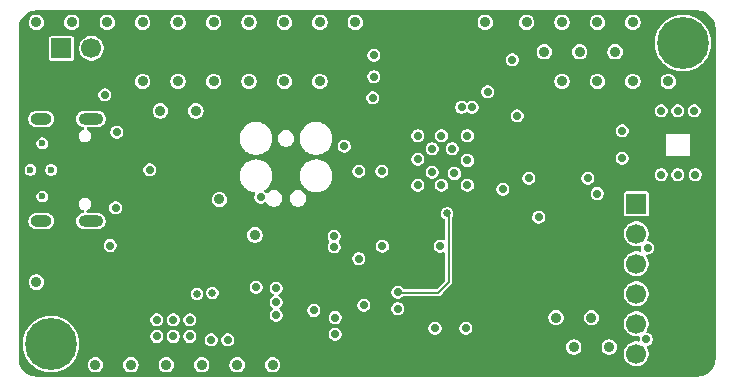
<source format=gbr>
%TF.GenerationSoftware,KiCad,Pcbnew,9.0.4*%
%TF.CreationDate,2025-09-25T07:19:07+02:00*%
%TF.ProjectId,stm32_sensirion_wb,73746d33-325f-4736-956e-736972696f6e,rev?*%
%TF.SameCoordinates,Original*%
%TF.FileFunction,Copper,L4,Bot*%
%TF.FilePolarity,Positive*%
%FSLAX46Y46*%
G04 Gerber Fmt 4.6, Leading zero omitted, Abs format (unit mm)*
G04 Created by KiCad (PCBNEW 9.0.4) date 2025-09-25 07:19:07*
%MOMM*%
%LPD*%
G01*
G04 APERTURE LIST*
%TA.AperFunction,ComponentPad*%
%ADD10C,0.700000*%
%TD*%
%TA.AperFunction,ComponentPad*%
%ADD11C,4.400000*%
%TD*%
%TA.AperFunction,ComponentPad*%
%ADD12R,1.700000X1.700000*%
%TD*%
%TA.AperFunction,ComponentPad*%
%ADD13C,1.700000*%
%TD*%
%TA.AperFunction,HeatsinkPad*%
%ADD14O,2.100000X1.000000*%
%TD*%
%TA.AperFunction,HeatsinkPad*%
%ADD15O,1.800000X1.000000*%
%TD*%
%TA.AperFunction,ViaPad*%
%ADD16C,0.650000*%
%TD*%
%TA.AperFunction,ViaPad*%
%ADD17C,0.700000*%
%TD*%
%TA.AperFunction,ViaPad*%
%ADD18C,0.900000*%
%TD*%
%TA.AperFunction,ViaPad*%
%ADD19C,0.600000*%
%TD*%
%TA.AperFunction,Conductor*%
%ADD20C,0.200000*%
%TD*%
G04 APERTURE END LIST*
D10*
%TO.P,H1,1,1*%
%TO.N,GND*%
X110600000Y-34750000D03*
X111083274Y-33583274D03*
X111083274Y-35916726D03*
X112250000Y-33100000D03*
D11*
X112250000Y-34750000D03*
D10*
X112250000Y-36400000D03*
X113416726Y-33583274D03*
X113416726Y-35916726D03*
X113900000Y-34750000D03*
%TD*%
%TO.P,H2,1,1*%
%TO.N,GND*%
X57100000Y-60250000D03*
X57583274Y-59083274D03*
X57583274Y-61416726D03*
X58750000Y-58600000D03*
D11*
X58750000Y-60250000D03*
D10*
X58750000Y-61900000D03*
X59916726Y-59083274D03*
X59916726Y-61416726D03*
X60400000Y-60250000D03*
%TD*%
D12*
%TO.P,J3,1,Pin_1*%
%TO.N,+5V_reg*%
X108300000Y-48370000D03*
D13*
%TO.P,J3,2,Pin_2*%
%TO.N,GND*%
X108300000Y-50910000D03*
%TO.P,J3,3,Pin_3*%
%TO.N,/I2C_SDA*%
X108300000Y-53450000D03*
%TO.P,J3,4,Pin_4*%
%TO.N,/I2C_SCL*%
X108300000Y-55990000D03*
%TO.P,J3,5,Pin_5*%
%TO.N,GND*%
X108300000Y-58530000D03*
%TO.P,J3,6,Pin_6*%
%TO.N,unconnected-(J3-Pin_6-Pad6)*%
X108300000Y-61070000D03*
%TD*%
D12*
%TO.P,J1,1,Pin_1*%
%TO.N,/VBAT_A*%
X59625000Y-35200000D03*
D13*
%TO.P,J1,2,Pin_2*%
%TO.N,GND*%
X62165000Y-35200000D03*
%TD*%
D14*
%TO.P,J2,S1,SHIELD*%
%TO.N,GND*%
X62105000Y-41180000D03*
D15*
X57925000Y-41180000D03*
D14*
X62105000Y-49820000D03*
D15*
X57925000Y-49820000D03*
%TD*%
D16*
%TO.N,GND*%
X72400000Y-55900000D03*
D17*
X94000000Y-42600000D03*
X83581250Y-43500000D03*
D18*
X69500000Y-33000000D03*
D17*
X85981250Y-39400000D03*
D18*
X62500000Y-62000000D03*
D17*
X94000000Y-44700000D03*
D18*
X78500000Y-38000000D03*
D17*
X97000000Y-47150000D03*
X88100000Y-57250000D03*
D18*
X65500000Y-62000000D03*
D17*
X67100000Y-45500000D03*
X94000000Y-46800000D03*
X91800000Y-46800000D03*
D18*
X78500000Y-33000000D03*
D17*
X92900000Y-45800000D03*
X95700000Y-38900000D03*
X89800000Y-46800000D03*
X77800000Y-57800000D03*
X77800000Y-56700000D03*
D18*
X77500000Y-62000000D03*
D17*
X94400000Y-40200000D03*
D19*
X58000000Y-43250000D03*
D18*
X104500000Y-58000000D03*
D17*
X109150000Y-59850000D03*
X99200000Y-46200000D03*
X113300000Y-45900000D03*
X107100000Y-44500000D03*
X91700000Y-51950000D03*
D18*
X57500000Y-33000000D03*
X103000000Y-60500000D03*
D17*
X105000000Y-47500000D03*
X82800000Y-58000000D03*
D18*
X75500000Y-33000000D03*
D17*
X100018750Y-49500000D03*
X97800000Y-36181250D03*
X93500000Y-40200000D03*
D18*
X69500000Y-38000000D03*
X81500000Y-33000000D03*
X68000000Y-40500000D03*
D17*
X64300000Y-42300000D03*
D18*
X66500000Y-38000000D03*
D17*
X64200000Y-48700000D03*
X89800000Y-42600000D03*
X111800000Y-45900000D03*
D18*
X102000000Y-33000000D03*
X57500000Y-55000000D03*
X95500000Y-33000000D03*
D17*
X72300000Y-59900000D03*
X91800000Y-42600000D03*
D18*
X74500000Y-62000000D03*
D17*
X85225000Y-56950000D03*
D18*
X108000000Y-38000000D03*
D17*
X91000000Y-43700000D03*
D18*
X66500000Y-33000000D03*
X60500000Y-33000000D03*
D17*
X86750000Y-45600000D03*
X76500000Y-47800000D03*
X107100000Y-42200000D03*
X98200000Y-40925000D03*
D18*
X68500000Y-62000000D03*
X106000000Y-60500000D03*
D17*
X82700000Y-52000000D03*
X63300000Y-39150000D03*
X70500000Y-58200000D03*
D18*
X71000000Y-40500000D03*
D17*
X70500000Y-59600000D03*
X93850000Y-58900000D03*
D18*
X73000000Y-48000000D03*
D19*
X58000000Y-47750000D03*
D17*
X84800000Y-53012500D03*
D18*
X72500000Y-33000000D03*
D17*
X86081250Y-35800000D03*
X111800000Y-40500000D03*
X92700000Y-43700000D03*
D18*
X101500000Y-58000000D03*
D17*
X89800000Y-44600000D03*
X67700000Y-59600000D03*
X73700000Y-59900000D03*
X82700000Y-51100000D03*
X113200000Y-40500000D03*
X91000000Y-45700000D03*
D18*
X99000000Y-33000000D03*
X81500000Y-38000000D03*
D17*
X109250000Y-52100000D03*
D19*
X58750000Y-45500000D03*
D17*
X81000000Y-57400000D03*
D18*
X100500000Y-35500000D03*
D17*
X86081250Y-37600000D03*
D18*
X71500000Y-62000000D03*
D17*
X84800000Y-45600000D03*
X63750000Y-51900000D03*
D18*
X111000000Y-38000000D03*
D17*
X67700000Y-58200000D03*
X82800000Y-59400000D03*
X91250000Y-58900000D03*
X110400000Y-45900000D03*
D19*
X57000000Y-45500000D03*
D17*
X104200000Y-46200000D03*
D18*
X75500000Y-38000000D03*
X63500000Y-33000000D03*
X105000000Y-38000000D03*
D17*
X76100000Y-55450000D03*
D18*
X106500000Y-35500000D03*
X76000000Y-51000000D03*
D17*
X69100000Y-59600000D03*
D18*
X103500000Y-35500000D03*
X84500000Y-33000000D03*
X105000000Y-33000000D03*
X102000000Y-38000000D03*
D17*
X77800000Y-55500000D03*
X69100000Y-58200000D03*
D18*
X72500000Y-38000000D03*
D17*
X86800000Y-51950000D03*
D16*
X71100000Y-56000000D03*
D17*
X110400000Y-40500000D03*
D18*
X108000000Y-33000000D03*
D16*
%TO.N,+3V3*%
X78500000Y-53850000D03*
X77800000Y-41900000D03*
X78500000Y-51000000D03*
X88000000Y-61300000D03*
X98300000Y-46700000D03*
D18*
X85300000Y-42200000D03*
D16*
X88200000Y-34400000D03*
X89300000Y-34400000D03*
X96000000Y-49500000D03*
X78500000Y-52000000D03*
X98600000Y-42000000D03*
X83600000Y-48300000D03*
X83900000Y-49200000D03*
%TO.N,/SWD_NRST*%
X92289450Y-49175000D03*
D17*
X88100000Y-55850000D03*
%TD*%
D20*
%TO.N,/SWD_NRST*%
X92400000Y-49300000D02*
X92400000Y-55000000D01*
X88150000Y-55900000D02*
X88100000Y-55850000D01*
X91500000Y-55900000D02*
X88150000Y-55900000D01*
X92400000Y-55000000D02*
X91500000Y-55900000D01*
X92289450Y-49189450D02*
X92400000Y-49300000D01*
X92289450Y-49175000D02*
X92289450Y-49189450D01*
%TD*%
%TA.AperFunction,Conductor*%
%TO.N,+3V3*%
G36*
X113504418Y-32000816D02*
G01*
X113704561Y-32015130D01*
X113722063Y-32017647D01*
X113913797Y-32059355D01*
X113930755Y-32064334D01*
X114114609Y-32132909D01*
X114130701Y-32140259D01*
X114302904Y-32234288D01*
X114317784Y-32243849D01*
X114474867Y-32361441D01*
X114488237Y-32373027D01*
X114626972Y-32511762D01*
X114638558Y-32525132D01*
X114756146Y-32682210D01*
X114765711Y-32697095D01*
X114859740Y-32869298D01*
X114867090Y-32885390D01*
X114935662Y-33069236D01*
X114940646Y-33086212D01*
X114982351Y-33277931D01*
X114984869Y-33295442D01*
X114999184Y-33495580D01*
X114999500Y-33504427D01*
X114999500Y-61495572D01*
X114999184Y-61504419D01*
X114984869Y-61704557D01*
X114982351Y-61722068D01*
X114940646Y-61913787D01*
X114935662Y-61930763D01*
X114867090Y-62114609D01*
X114859740Y-62130701D01*
X114765711Y-62302904D01*
X114756146Y-62317789D01*
X114638558Y-62474867D01*
X114626972Y-62488237D01*
X114488237Y-62626972D01*
X114474867Y-62638558D01*
X114317789Y-62756146D01*
X114302904Y-62765711D01*
X114130701Y-62859740D01*
X114114609Y-62867090D01*
X113930763Y-62935662D01*
X113913787Y-62940646D01*
X113722068Y-62982351D01*
X113704557Y-62984869D01*
X113523779Y-62997799D01*
X113504417Y-62999184D01*
X113495572Y-62999500D01*
X57504428Y-62999500D01*
X57495582Y-62999184D01*
X57473622Y-62997613D01*
X57295442Y-62984869D01*
X57277931Y-62982351D01*
X57086212Y-62940646D01*
X57069236Y-62935662D01*
X56885390Y-62867090D01*
X56869298Y-62859740D01*
X56697095Y-62765711D01*
X56682210Y-62756146D01*
X56525132Y-62638558D01*
X56511762Y-62626972D01*
X56373027Y-62488237D01*
X56361441Y-62474867D01*
X56358745Y-62471265D01*
X56243849Y-62317784D01*
X56234288Y-62302904D01*
X56140259Y-62130701D01*
X56132909Y-62114609D01*
X56120049Y-62080130D01*
X56064334Y-61930755D01*
X56059355Y-61913797D01*
X56017647Y-61722063D01*
X56015130Y-61704556D01*
X56014222Y-61691866D01*
X56000816Y-61504418D01*
X56000500Y-61495572D01*
X56000500Y-60115186D01*
X56349500Y-60115186D01*
X56349500Y-60384813D01*
X56379686Y-60652719D01*
X56379688Y-60652731D01*
X56439684Y-60915594D01*
X56439687Y-60915602D01*
X56528734Y-61170082D01*
X56645714Y-61412994D01*
X56645716Y-61412997D01*
X56789162Y-61641289D01*
X56853581Y-61722068D01*
X56923912Y-61810261D01*
X56957266Y-61852085D01*
X57147915Y-62042734D01*
X57358711Y-62210838D01*
X57587003Y-62354284D01*
X57829921Y-62471267D01*
X57992378Y-62528113D01*
X58084397Y-62560312D01*
X58084405Y-62560315D01*
X58084408Y-62560315D01*
X58084409Y-62560316D01*
X58347268Y-62620312D01*
X58615187Y-62650499D01*
X58615188Y-62650500D01*
X58615191Y-62650500D01*
X58884812Y-62650500D01*
X58884812Y-62650499D01*
X59152732Y-62620312D01*
X59415591Y-62560316D01*
X59670079Y-62471267D01*
X59912997Y-62354284D01*
X60141289Y-62210838D01*
X60325329Y-62064071D01*
X61849499Y-62064071D01*
X61874497Y-62189738D01*
X61874499Y-62189744D01*
X61923533Y-62308124D01*
X61923538Y-62308133D01*
X61994723Y-62414668D01*
X61994726Y-62414672D01*
X62085327Y-62505273D01*
X62085331Y-62505276D01*
X62191866Y-62576461D01*
X62191872Y-62576464D01*
X62191873Y-62576465D01*
X62310256Y-62625501D01*
X62310260Y-62625501D01*
X62310261Y-62625502D01*
X62435928Y-62650500D01*
X62435931Y-62650500D01*
X62564071Y-62650500D01*
X62650808Y-62633246D01*
X62689744Y-62625501D01*
X62808127Y-62576465D01*
X62914669Y-62505276D01*
X63005276Y-62414669D01*
X63076465Y-62308127D01*
X63125501Y-62189744D01*
X63137246Y-62130701D01*
X63150500Y-62064071D01*
X64849499Y-62064071D01*
X64874497Y-62189738D01*
X64874499Y-62189744D01*
X64923533Y-62308124D01*
X64923538Y-62308133D01*
X64994723Y-62414668D01*
X64994726Y-62414672D01*
X65085327Y-62505273D01*
X65085331Y-62505276D01*
X65191866Y-62576461D01*
X65191872Y-62576464D01*
X65191873Y-62576465D01*
X65310256Y-62625501D01*
X65310260Y-62625501D01*
X65310261Y-62625502D01*
X65435928Y-62650500D01*
X65435931Y-62650500D01*
X65564071Y-62650500D01*
X65650808Y-62633246D01*
X65689744Y-62625501D01*
X65808127Y-62576465D01*
X65914669Y-62505276D01*
X66005276Y-62414669D01*
X66076465Y-62308127D01*
X66125501Y-62189744D01*
X66137246Y-62130701D01*
X66150500Y-62064071D01*
X67849499Y-62064071D01*
X67874497Y-62189738D01*
X67874499Y-62189744D01*
X67923533Y-62308124D01*
X67923538Y-62308133D01*
X67994723Y-62414668D01*
X67994726Y-62414672D01*
X68085327Y-62505273D01*
X68085331Y-62505276D01*
X68191866Y-62576461D01*
X68191872Y-62576464D01*
X68191873Y-62576465D01*
X68310256Y-62625501D01*
X68310260Y-62625501D01*
X68310261Y-62625502D01*
X68435928Y-62650500D01*
X68435931Y-62650500D01*
X68564071Y-62650500D01*
X68650808Y-62633246D01*
X68689744Y-62625501D01*
X68808127Y-62576465D01*
X68914669Y-62505276D01*
X69005276Y-62414669D01*
X69076465Y-62308127D01*
X69125501Y-62189744D01*
X69137246Y-62130701D01*
X69150500Y-62064071D01*
X70849499Y-62064071D01*
X70874497Y-62189738D01*
X70874499Y-62189744D01*
X70923533Y-62308124D01*
X70923538Y-62308133D01*
X70994723Y-62414668D01*
X70994726Y-62414672D01*
X71085327Y-62505273D01*
X71085331Y-62505276D01*
X71191866Y-62576461D01*
X71191872Y-62576464D01*
X71191873Y-62576465D01*
X71310256Y-62625501D01*
X71310260Y-62625501D01*
X71310261Y-62625502D01*
X71435928Y-62650500D01*
X71435931Y-62650500D01*
X71564071Y-62650500D01*
X71650808Y-62633246D01*
X71689744Y-62625501D01*
X71808127Y-62576465D01*
X71914669Y-62505276D01*
X72005276Y-62414669D01*
X72076465Y-62308127D01*
X72125501Y-62189744D01*
X72137246Y-62130701D01*
X72150500Y-62064071D01*
X73849499Y-62064071D01*
X73874497Y-62189738D01*
X73874499Y-62189744D01*
X73923533Y-62308124D01*
X73923538Y-62308133D01*
X73994723Y-62414668D01*
X73994726Y-62414672D01*
X74085327Y-62505273D01*
X74085331Y-62505276D01*
X74191866Y-62576461D01*
X74191872Y-62576464D01*
X74191873Y-62576465D01*
X74310256Y-62625501D01*
X74310260Y-62625501D01*
X74310261Y-62625502D01*
X74435928Y-62650500D01*
X74435931Y-62650500D01*
X74564071Y-62650500D01*
X74650808Y-62633246D01*
X74689744Y-62625501D01*
X74808127Y-62576465D01*
X74914669Y-62505276D01*
X75005276Y-62414669D01*
X75076465Y-62308127D01*
X75125501Y-62189744D01*
X75137246Y-62130701D01*
X75150500Y-62064071D01*
X76849499Y-62064071D01*
X76874497Y-62189738D01*
X76874499Y-62189744D01*
X76923533Y-62308124D01*
X76923538Y-62308133D01*
X76994723Y-62414668D01*
X76994726Y-62414672D01*
X77085327Y-62505273D01*
X77085331Y-62505276D01*
X77191866Y-62576461D01*
X77191872Y-62576464D01*
X77191873Y-62576465D01*
X77310256Y-62625501D01*
X77310260Y-62625501D01*
X77310261Y-62625502D01*
X77435928Y-62650500D01*
X77435931Y-62650500D01*
X77564071Y-62650500D01*
X77650808Y-62633246D01*
X77689744Y-62625501D01*
X77808127Y-62576465D01*
X77914669Y-62505276D01*
X78005276Y-62414669D01*
X78076465Y-62308127D01*
X78125501Y-62189744D01*
X78137246Y-62130701D01*
X78150500Y-62064071D01*
X78150500Y-61935928D01*
X78125502Y-61810261D01*
X78125501Y-61810260D01*
X78125501Y-61810256D01*
X78081719Y-61704557D01*
X78076466Y-61691875D01*
X78076461Y-61691866D01*
X78005276Y-61585331D01*
X78005273Y-61585327D01*
X77914672Y-61494726D01*
X77914668Y-61494723D01*
X77808133Y-61423538D01*
X77808124Y-61423533D01*
X77689744Y-61374499D01*
X77689738Y-61374497D01*
X77564071Y-61349500D01*
X77564069Y-61349500D01*
X77435931Y-61349500D01*
X77435929Y-61349500D01*
X77310261Y-61374497D01*
X77310255Y-61374499D01*
X77191875Y-61423533D01*
X77191866Y-61423538D01*
X77085331Y-61494723D01*
X77085327Y-61494726D01*
X76994726Y-61585327D01*
X76994723Y-61585331D01*
X76923538Y-61691866D01*
X76923533Y-61691875D01*
X76874499Y-61810255D01*
X76874497Y-61810261D01*
X76849500Y-61935928D01*
X76849500Y-61935931D01*
X76849500Y-62064069D01*
X76849500Y-62064071D01*
X76849499Y-62064071D01*
X75150500Y-62064071D01*
X75150500Y-61935928D01*
X75125502Y-61810261D01*
X75125501Y-61810260D01*
X75125501Y-61810256D01*
X75081719Y-61704557D01*
X75076466Y-61691875D01*
X75076461Y-61691866D01*
X75005276Y-61585331D01*
X75005273Y-61585327D01*
X74914672Y-61494726D01*
X74914668Y-61494723D01*
X74808133Y-61423538D01*
X74808124Y-61423533D01*
X74689744Y-61374499D01*
X74689738Y-61374497D01*
X74564071Y-61349500D01*
X74564069Y-61349500D01*
X74435931Y-61349500D01*
X74435929Y-61349500D01*
X74310261Y-61374497D01*
X74310255Y-61374499D01*
X74191875Y-61423533D01*
X74191866Y-61423538D01*
X74085331Y-61494723D01*
X74085327Y-61494726D01*
X73994726Y-61585327D01*
X73994723Y-61585331D01*
X73923538Y-61691866D01*
X73923533Y-61691875D01*
X73874499Y-61810255D01*
X73874497Y-61810261D01*
X73849500Y-61935928D01*
X73849500Y-61935931D01*
X73849500Y-62064069D01*
X73849500Y-62064071D01*
X73849499Y-62064071D01*
X72150500Y-62064071D01*
X72150500Y-61935928D01*
X72125502Y-61810261D01*
X72125501Y-61810260D01*
X72125501Y-61810256D01*
X72081719Y-61704557D01*
X72076466Y-61691875D01*
X72076461Y-61691866D01*
X72005276Y-61585331D01*
X72005273Y-61585327D01*
X71914672Y-61494726D01*
X71914668Y-61494723D01*
X71808133Y-61423538D01*
X71808124Y-61423533D01*
X71689744Y-61374499D01*
X71689738Y-61374497D01*
X71564071Y-61349500D01*
X71564069Y-61349500D01*
X71435931Y-61349500D01*
X71435929Y-61349500D01*
X71310261Y-61374497D01*
X71310255Y-61374499D01*
X71191875Y-61423533D01*
X71191866Y-61423538D01*
X71085331Y-61494723D01*
X71085327Y-61494726D01*
X70994726Y-61585327D01*
X70994723Y-61585331D01*
X70923538Y-61691866D01*
X70923533Y-61691875D01*
X70874499Y-61810255D01*
X70874497Y-61810261D01*
X70849500Y-61935928D01*
X70849500Y-61935931D01*
X70849500Y-62064069D01*
X70849500Y-62064071D01*
X70849499Y-62064071D01*
X69150500Y-62064071D01*
X69150500Y-61935928D01*
X69125502Y-61810261D01*
X69125501Y-61810260D01*
X69125501Y-61810256D01*
X69081719Y-61704557D01*
X69076466Y-61691875D01*
X69076461Y-61691866D01*
X69005276Y-61585331D01*
X69005273Y-61585327D01*
X68914672Y-61494726D01*
X68914668Y-61494723D01*
X68808133Y-61423538D01*
X68808124Y-61423533D01*
X68689744Y-61374499D01*
X68689738Y-61374497D01*
X68564071Y-61349500D01*
X68564069Y-61349500D01*
X68435931Y-61349500D01*
X68435929Y-61349500D01*
X68310261Y-61374497D01*
X68310255Y-61374499D01*
X68191875Y-61423533D01*
X68191866Y-61423538D01*
X68085331Y-61494723D01*
X68085327Y-61494726D01*
X67994726Y-61585327D01*
X67994723Y-61585331D01*
X67923538Y-61691866D01*
X67923533Y-61691875D01*
X67874499Y-61810255D01*
X67874497Y-61810261D01*
X67849500Y-61935928D01*
X67849500Y-61935931D01*
X67849500Y-62064069D01*
X67849500Y-62064071D01*
X67849499Y-62064071D01*
X66150500Y-62064071D01*
X66150500Y-61935928D01*
X66125502Y-61810261D01*
X66125501Y-61810260D01*
X66125501Y-61810256D01*
X66081719Y-61704557D01*
X66076466Y-61691875D01*
X66076461Y-61691866D01*
X66005276Y-61585331D01*
X66005273Y-61585327D01*
X65914672Y-61494726D01*
X65914668Y-61494723D01*
X65808133Y-61423538D01*
X65808124Y-61423533D01*
X65689744Y-61374499D01*
X65689738Y-61374497D01*
X65564071Y-61349500D01*
X65564069Y-61349500D01*
X65435931Y-61349500D01*
X65435929Y-61349500D01*
X65310261Y-61374497D01*
X65310255Y-61374499D01*
X65191875Y-61423533D01*
X65191866Y-61423538D01*
X65085331Y-61494723D01*
X65085327Y-61494726D01*
X64994726Y-61585327D01*
X64994723Y-61585331D01*
X64923538Y-61691866D01*
X64923533Y-61691875D01*
X64874499Y-61810255D01*
X64874497Y-61810261D01*
X64849500Y-61935928D01*
X64849500Y-61935931D01*
X64849500Y-62064069D01*
X64849500Y-62064071D01*
X64849499Y-62064071D01*
X63150500Y-62064071D01*
X63150500Y-61935928D01*
X63125502Y-61810261D01*
X63125501Y-61810260D01*
X63125501Y-61810256D01*
X63081719Y-61704557D01*
X63076466Y-61691875D01*
X63076461Y-61691866D01*
X63005276Y-61585331D01*
X63005273Y-61585327D01*
X62914672Y-61494726D01*
X62914668Y-61494723D01*
X62808133Y-61423538D01*
X62808124Y-61423533D01*
X62689744Y-61374499D01*
X62689738Y-61374497D01*
X62564071Y-61349500D01*
X62564069Y-61349500D01*
X62435931Y-61349500D01*
X62435929Y-61349500D01*
X62310261Y-61374497D01*
X62310255Y-61374499D01*
X62191875Y-61423533D01*
X62191866Y-61423538D01*
X62085331Y-61494723D01*
X62085327Y-61494726D01*
X61994726Y-61585327D01*
X61994723Y-61585331D01*
X61923538Y-61691866D01*
X61923533Y-61691875D01*
X61874499Y-61810255D01*
X61874497Y-61810261D01*
X61849500Y-61935928D01*
X61849500Y-61935931D01*
X61849500Y-62064069D01*
X61849500Y-62064071D01*
X61849499Y-62064071D01*
X60325329Y-62064071D01*
X60352085Y-62042734D01*
X60542734Y-61852085D01*
X60710838Y-61641289D01*
X60854284Y-61412997D01*
X60971267Y-61170079D01*
X61060316Y-60915591D01*
X61120312Y-60652732D01*
X61130302Y-60564071D01*
X102349499Y-60564071D01*
X102374497Y-60689738D01*
X102374499Y-60689744D01*
X102423533Y-60808124D01*
X102423538Y-60808133D01*
X102494723Y-60914668D01*
X102494726Y-60914672D01*
X102585327Y-61005273D01*
X102585331Y-61005276D01*
X102691866Y-61076461D01*
X102691872Y-61076464D01*
X102691873Y-61076465D01*
X102810256Y-61125501D01*
X102810260Y-61125501D01*
X102810261Y-61125502D01*
X102935928Y-61150500D01*
X102935931Y-61150500D01*
X103064071Y-61150500D01*
X103148615Y-61133682D01*
X103189744Y-61125501D01*
X103308127Y-61076465D01*
X103414669Y-61005276D01*
X103505276Y-60914669D01*
X103576465Y-60808127D01*
X103625501Y-60689744D01*
X103633682Y-60648615D01*
X103650500Y-60564071D01*
X105349499Y-60564071D01*
X105374497Y-60689738D01*
X105374499Y-60689744D01*
X105423533Y-60808124D01*
X105423538Y-60808133D01*
X105494723Y-60914668D01*
X105494726Y-60914672D01*
X105585327Y-61005273D01*
X105585331Y-61005276D01*
X105691866Y-61076461D01*
X105691872Y-61076464D01*
X105691873Y-61076465D01*
X105810256Y-61125501D01*
X105810260Y-61125501D01*
X105810261Y-61125502D01*
X105935928Y-61150500D01*
X105935931Y-61150500D01*
X106064071Y-61150500D01*
X106148615Y-61133682D01*
X106189744Y-61125501D01*
X106308127Y-61076465D01*
X106414669Y-61005276D01*
X106505276Y-60914669D01*
X106576465Y-60808127D01*
X106625501Y-60689744D01*
X106633682Y-60648615D01*
X106650500Y-60564071D01*
X106650500Y-60435928D01*
X106625502Y-60310261D01*
X106625501Y-60310260D01*
X106625501Y-60310256D01*
X106576465Y-60191873D01*
X106576464Y-60191872D01*
X106576461Y-60191866D01*
X106505276Y-60085331D01*
X106505273Y-60085327D01*
X106414672Y-59994726D01*
X106414668Y-59994723D01*
X106308133Y-59923538D01*
X106308124Y-59923533D01*
X106189744Y-59874499D01*
X106189738Y-59874497D01*
X106064071Y-59849500D01*
X106064069Y-59849500D01*
X105935931Y-59849500D01*
X105935929Y-59849500D01*
X105810261Y-59874497D01*
X105810255Y-59874499D01*
X105691875Y-59923533D01*
X105691866Y-59923538D01*
X105585331Y-59994723D01*
X105585327Y-59994726D01*
X105494726Y-60085327D01*
X105494723Y-60085331D01*
X105423538Y-60191866D01*
X105423533Y-60191875D01*
X105374499Y-60310255D01*
X105374497Y-60310261D01*
X105349500Y-60435928D01*
X105349500Y-60435931D01*
X105349500Y-60564069D01*
X105349500Y-60564071D01*
X105349499Y-60564071D01*
X103650500Y-60564071D01*
X103650500Y-60435928D01*
X103625502Y-60310261D01*
X103625501Y-60310260D01*
X103625501Y-60310256D01*
X103576465Y-60191873D01*
X103576464Y-60191872D01*
X103576461Y-60191866D01*
X103505276Y-60085331D01*
X103505273Y-60085327D01*
X103414672Y-59994726D01*
X103414668Y-59994723D01*
X103308133Y-59923538D01*
X103308124Y-59923533D01*
X103189744Y-59874499D01*
X103189738Y-59874497D01*
X103064071Y-59849500D01*
X103064069Y-59849500D01*
X102935931Y-59849500D01*
X102935929Y-59849500D01*
X102810261Y-59874497D01*
X102810255Y-59874499D01*
X102691875Y-59923533D01*
X102691866Y-59923538D01*
X102585331Y-59994723D01*
X102585327Y-59994726D01*
X102494726Y-60085327D01*
X102494723Y-60085331D01*
X102423538Y-60191866D01*
X102423533Y-60191875D01*
X102374499Y-60310255D01*
X102374497Y-60310261D01*
X102349500Y-60435928D01*
X102349500Y-60435931D01*
X102349500Y-60564069D01*
X102349500Y-60564071D01*
X102349499Y-60564071D01*
X61130302Y-60564071D01*
X61150500Y-60384809D01*
X61150500Y-60115191D01*
X61120312Y-59847268D01*
X61060316Y-59584409D01*
X61052470Y-59561985D01*
X61051899Y-59560354D01*
X61051898Y-59560352D01*
X61040411Y-59527525D01*
X67149500Y-59527525D01*
X67149500Y-59672475D01*
X67187016Y-59812485D01*
X67187017Y-59812488D01*
X67259488Y-59938011D01*
X67259490Y-59938013D01*
X67259491Y-59938015D01*
X67361985Y-60040509D01*
X67361986Y-60040510D01*
X67361988Y-60040511D01*
X67487511Y-60112982D01*
X67487512Y-60112982D01*
X67487515Y-60112984D01*
X67627525Y-60150500D01*
X67627528Y-60150500D01*
X67772472Y-60150500D01*
X67772475Y-60150500D01*
X67912485Y-60112984D01*
X68038015Y-60040509D01*
X68140509Y-59938015D01*
X68212984Y-59812485D01*
X68250500Y-59672475D01*
X68250500Y-59527525D01*
X68549500Y-59527525D01*
X68549500Y-59672475D01*
X68587016Y-59812485D01*
X68587017Y-59812488D01*
X68659488Y-59938011D01*
X68659490Y-59938013D01*
X68659491Y-59938015D01*
X68761985Y-60040509D01*
X68761986Y-60040510D01*
X68761988Y-60040511D01*
X68887511Y-60112982D01*
X68887512Y-60112982D01*
X68887515Y-60112984D01*
X69027525Y-60150500D01*
X69027528Y-60150500D01*
X69172472Y-60150500D01*
X69172475Y-60150500D01*
X69312485Y-60112984D01*
X69438015Y-60040509D01*
X69540509Y-59938015D01*
X69612984Y-59812485D01*
X69650500Y-59672475D01*
X69650500Y-59527525D01*
X69949500Y-59527525D01*
X69949500Y-59672475D01*
X69987016Y-59812485D01*
X69987017Y-59812488D01*
X70059488Y-59938011D01*
X70059490Y-59938013D01*
X70059491Y-59938015D01*
X70161985Y-60040509D01*
X70161986Y-60040510D01*
X70161988Y-60040511D01*
X70287511Y-60112982D01*
X70287512Y-60112982D01*
X70287515Y-60112984D01*
X70427525Y-60150500D01*
X70427528Y-60150500D01*
X70572472Y-60150500D01*
X70572475Y-60150500D01*
X70712485Y-60112984D01*
X70838015Y-60040509D01*
X70940509Y-59938015D01*
X71004301Y-59827525D01*
X71749500Y-59827525D01*
X71749500Y-59972475D01*
X71779739Y-60085327D01*
X71787017Y-60112488D01*
X71859488Y-60238011D01*
X71859490Y-60238013D01*
X71859491Y-60238015D01*
X71961985Y-60340509D01*
X71961986Y-60340510D01*
X71961988Y-60340511D01*
X72087511Y-60412982D01*
X72087512Y-60412982D01*
X72087515Y-60412984D01*
X72227525Y-60450500D01*
X72227528Y-60450500D01*
X72372472Y-60450500D01*
X72372475Y-60450500D01*
X72512485Y-60412984D01*
X72638015Y-60340509D01*
X72740509Y-60238015D01*
X72812984Y-60112485D01*
X72850500Y-59972475D01*
X72850500Y-59827525D01*
X73149500Y-59827525D01*
X73149500Y-59972475D01*
X73179739Y-60085327D01*
X73187017Y-60112488D01*
X73259488Y-60238011D01*
X73259490Y-60238013D01*
X73259491Y-60238015D01*
X73361985Y-60340509D01*
X73361986Y-60340510D01*
X73361988Y-60340511D01*
X73487511Y-60412982D01*
X73487512Y-60412982D01*
X73487515Y-60412984D01*
X73627525Y-60450500D01*
X73627528Y-60450500D01*
X73772472Y-60450500D01*
X73772475Y-60450500D01*
X73912485Y-60412984D01*
X74038015Y-60340509D01*
X74140509Y-60238015D01*
X74212984Y-60112485D01*
X74250500Y-59972475D01*
X74250500Y-59827525D01*
X74212984Y-59687515D01*
X74184116Y-59637515D01*
X74140511Y-59561988D01*
X74140506Y-59561982D01*
X74038017Y-59459493D01*
X74038015Y-59459491D01*
X73912485Y-59387016D01*
X73772475Y-59349500D01*
X73627525Y-59349500D01*
X73498993Y-59383940D01*
X73487511Y-59387017D01*
X73361988Y-59459488D01*
X73361982Y-59459493D01*
X73259493Y-59561982D01*
X73259488Y-59561988D01*
X73187017Y-59687511D01*
X73187016Y-59687515D01*
X73149500Y-59827525D01*
X72850500Y-59827525D01*
X72812984Y-59687515D01*
X72784116Y-59637515D01*
X72740511Y-59561988D01*
X72740506Y-59561982D01*
X72638017Y-59459493D01*
X72638011Y-59459488D01*
X72512488Y-59387017D01*
X72512489Y-59387017D01*
X72501006Y-59383940D01*
X72372475Y-59349500D01*
X72227525Y-59349500D01*
X72098993Y-59383940D01*
X72087511Y-59387017D01*
X71961988Y-59459488D01*
X71961982Y-59459493D01*
X71859493Y-59561982D01*
X71859488Y-59561988D01*
X71787017Y-59687511D01*
X71787016Y-59687515D01*
X71749500Y-59827525D01*
X71004301Y-59827525D01*
X71012984Y-59812485D01*
X71050500Y-59672475D01*
X71050500Y-59527525D01*
X71012984Y-59387515D01*
X71012696Y-59387017D01*
X70978349Y-59327525D01*
X82249500Y-59327525D01*
X82249500Y-59472475D01*
X82279492Y-59584405D01*
X82287017Y-59612488D01*
X82359488Y-59738011D01*
X82359490Y-59738013D01*
X82359491Y-59738015D01*
X82461985Y-59840509D01*
X82461986Y-59840510D01*
X82461988Y-59840511D01*
X82587511Y-59912982D01*
X82587512Y-59912982D01*
X82587515Y-59912984D01*
X82727525Y-59950500D01*
X82727528Y-59950500D01*
X82872472Y-59950500D01*
X82872475Y-59950500D01*
X83012485Y-59912984D01*
X83138015Y-59840509D01*
X83240509Y-59738015D01*
X83312984Y-59612485D01*
X83350500Y-59472475D01*
X83350500Y-59327525D01*
X83312984Y-59187515D01*
X83296805Y-59159493D01*
X83240511Y-59061988D01*
X83240506Y-59061982D01*
X83138017Y-58959493D01*
X83138015Y-58959491D01*
X83012485Y-58887016D01*
X82872475Y-58849500D01*
X82727525Y-58849500D01*
X82598993Y-58883940D01*
X82587511Y-58887017D01*
X82461988Y-58959488D01*
X82461982Y-58959493D01*
X82359493Y-59061982D01*
X82359488Y-59061988D01*
X82287017Y-59187511D01*
X82287016Y-59187515D01*
X82249500Y-59327525D01*
X70978349Y-59327525D01*
X70940511Y-59261988D01*
X70940506Y-59261982D01*
X70838017Y-59159493D01*
X70838011Y-59159488D01*
X70712488Y-59087017D01*
X70712489Y-59087017D01*
X70701006Y-59083940D01*
X70572475Y-59049500D01*
X70427525Y-59049500D01*
X70298993Y-59083940D01*
X70287511Y-59087017D01*
X70161988Y-59159488D01*
X70161982Y-59159493D01*
X70059493Y-59261982D01*
X70059488Y-59261988D01*
X69987017Y-59387511D01*
X69987016Y-59387515D01*
X69949500Y-59527525D01*
X69650500Y-59527525D01*
X69612984Y-59387515D01*
X69612696Y-59387017D01*
X69540511Y-59261988D01*
X69540506Y-59261982D01*
X69438017Y-59159493D01*
X69438011Y-59159488D01*
X69312488Y-59087017D01*
X69312489Y-59087017D01*
X69301006Y-59083940D01*
X69172475Y-59049500D01*
X69027525Y-59049500D01*
X68898993Y-59083940D01*
X68887511Y-59087017D01*
X68761988Y-59159488D01*
X68761982Y-59159493D01*
X68659493Y-59261982D01*
X68659488Y-59261988D01*
X68587017Y-59387511D01*
X68587016Y-59387515D01*
X68549500Y-59527525D01*
X68250500Y-59527525D01*
X68212984Y-59387515D01*
X68212696Y-59387017D01*
X68140511Y-59261988D01*
X68140506Y-59261982D01*
X68038017Y-59159493D01*
X68038011Y-59159488D01*
X67912488Y-59087017D01*
X67912489Y-59087017D01*
X67901006Y-59083940D01*
X67772475Y-59049500D01*
X67627525Y-59049500D01*
X67498993Y-59083940D01*
X67487511Y-59087017D01*
X67361988Y-59159488D01*
X67361982Y-59159493D01*
X67259493Y-59261982D01*
X67259488Y-59261988D01*
X67187017Y-59387511D01*
X67187016Y-59387515D01*
X67149500Y-59527525D01*
X61040411Y-59527525D01*
X61026283Y-59487148D01*
X60971267Y-59329921D01*
X60878041Y-59136334D01*
X60854285Y-59087005D01*
X60816957Y-59027598D01*
X60710838Y-58858711D01*
X60685968Y-58827525D01*
X90699500Y-58827525D01*
X90699500Y-58972475D01*
X90730188Y-59087003D01*
X90737017Y-59112488D01*
X90809488Y-59238011D01*
X90809490Y-59238013D01*
X90809491Y-59238015D01*
X90911985Y-59340509D01*
X90911986Y-59340510D01*
X90911988Y-59340511D01*
X91037511Y-59412982D01*
X91037512Y-59412982D01*
X91037515Y-59412984D01*
X91177525Y-59450500D01*
X91177528Y-59450500D01*
X91322472Y-59450500D01*
X91322475Y-59450500D01*
X91462485Y-59412984D01*
X91588015Y-59340509D01*
X91690509Y-59238015D01*
X91762984Y-59112485D01*
X91800500Y-58972475D01*
X91800500Y-58827525D01*
X93299500Y-58827525D01*
X93299500Y-58972475D01*
X93330188Y-59087003D01*
X93337017Y-59112488D01*
X93409488Y-59238011D01*
X93409490Y-59238013D01*
X93409491Y-59238015D01*
X93511985Y-59340509D01*
X93511986Y-59340510D01*
X93511988Y-59340511D01*
X93637511Y-59412982D01*
X93637512Y-59412982D01*
X93637515Y-59412984D01*
X93777525Y-59450500D01*
X93777528Y-59450500D01*
X93922472Y-59450500D01*
X93922475Y-59450500D01*
X94062485Y-59412984D01*
X94188015Y-59340509D01*
X94290509Y-59238015D01*
X94362984Y-59112485D01*
X94400500Y-58972475D01*
X94400500Y-58827525D01*
X94362984Y-58687515D01*
X94341613Y-58650500D01*
X94290511Y-58561988D01*
X94290506Y-58561982D01*
X94188017Y-58459493D01*
X94188011Y-58459488D01*
X94062488Y-58387017D01*
X94062489Y-58387017D01*
X94051006Y-58383940D01*
X93922475Y-58349500D01*
X93777525Y-58349500D01*
X93648993Y-58383940D01*
X93637511Y-58387017D01*
X93511988Y-58459488D01*
X93511982Y-58459493D01*
X93409493Y-58561982D01*
X93409488Y-58561988D01*
X93337017Y-58687511D01*
X93337016Y-58687515D01*
X93299500Y-58827525D01*
X91800500Y-58827525D01*
X91762984Y-58687515D01*
X91741613Y-58650500D01*
X91690511Y-58561988D01*
X91690506Y-58561982D01*
X91588017Y-58459493D01*
X91588011Y-58459488D01*
X91462488Y-58387017D01*
X91462489Y-58387017D01*
X91451006Y-58383940D01*
X91322475Y-58349500D01*
X91177525Y-58349500D01*
X91048993Y-58383940D01*
X91037511Y-58387017D01*
X90911988Y-58459488D01*
X90911982Y-58459493D01*
X90809493Y-58561982D01*
X90809488Y-58561988D01*
X90737017Y-58687511D01*
X90737016Y-58687515D01*
X90699500Y-58827525D01*
X60685968Y-58827525D01*
X60542734Y-58647915D01*
X60352085Y-58457266D01*
X60331072Y-58440509D01*
X60263994Y-58387016D01*
X60141289Y-58289162D01*
X60036927Y-58223587D01*
X59912994Y-58145714D01*
X59875224Y-58127525D01*
X67149500Y-58127525D01*
X67149500Y-58272475D01*
X67170139Y-58349500D01*
X67187017Y-58412488D01*
X67259488Y-58538011D01*
X67259490Y-58538013D01*
X67259491Y-58538015D01*
X67361985Y-58640509D01*
X67361986Y-58640510D01*
X67361988Y-58640511D01*
X67487511Y-58712982D01*
X67487512Y-58712982D01*
X67487515Y-58712984D01*
X67627525Y-58750500D01*
X67627528Y-58750500D01*
X67772472Y-58750500D01*
X67772475Y-58750500D01*
X67912485Y-58712984D01*
X68038015Y-58640509D01*
X68140509Y-58538015D01*
X68212984Y-58412485D01*
X68250500Y-58272475D01*
X68250500Y-58127525D01*
X68549500Y-58127525D01*
X68549500Y-58272475D01*
X68570139Y-58349500D01*
X68587017Y-58412488D01*
X68659488Y-58538011D01*
X68659490Y-58538013D01*
X68659491Y-58538015D01*
X68761985Y-58640509D01*
X68761986Y-58640510D01*
X68761988Y-58640511D01*
X68887511Y-58712982D01*
X68887512Y-58712982D01*
X68887515Y-58712984D01*
X69027525Y-58750500D01*
X69027528Y-58750500D01*
X69172472Y-58750500D01*
X69172475Y-58750500D01*
X69312485Y-58712984D01*
X69438015Y-58640509D01*
X69540509Y-58538015D01*
X69612984Y-58412485D01*
X69650500Y-58272475D01*
X69650500Y-58127525D01*
X69949500Y-58127525D01*
X69949500Y-58272475D01*
X69970139Y-58349500D01*
X69987017Y-58412488D01*
X70059488Y-58538011D01*
X70059490Y-58538013D01*
X70059491Y-58538015D01*
X70161985Y-58640509D01*
X70161986Y-58640510D01*
X70161988Y-58640511D01*
X70287511Y-58712982D01*
X70287512Y-58712982D01*
X70287515Y-58712984D01*
X70427525Y-58750500D01*
X70427528Y-58750500D01*
X70572472Y-58750500D01*
X70572475Y-58750500D01*
X70712485Y-58712984D01*
X70838015Y-58640509D01*
X70940509Y-58538015D01*
X71012984Y-58412485D01*
X71050500Y-58272475D01*
X71050500Y-58127525D01*
X71012984Y-57987515D01*
X70991613Y-57950500D01*
X70940511Y-57861988D01*
X70940506Y-57861982D01*
X70838017Y-57759493D01*
X70838011Y-57759488D01*
X70712488Y-57687017D01*
X70712489Y-57687017D01*
X70701006Y-57683940D01*
X70572475Y-57649500D01*
X70427525Y-57649500D01*
X70298993Y-57683940D01*
X70287511Y-57687017D01*
X70161988Y-57759488D01*
X70161982Y-57759493D01*
X70059493Y-57861982D01*
X70059488Y-57861988D01*
X69987017Y-57987511D01*
X69987016Y-57987515D01*
X69949500Y-58127525D01*
X69650500Y-58127525D01*
X69612984Y-57987515D01*
X69591613Y-57950500D01*
X69540511Y-57861988D01*
X69540506Y-57861982D01*
X69438017Y-57759493D01*
X69438011Y-57759488D01*
X69312488Y-57687017D01*
X69312489Y-57687017D01*
X69301006Y-57683940D01*
X69172475Y-57649500D01*
X69027525Y-57649500D01*
X68898993Y-57683940D01*
X68887511Y-57687017D01*
X68761988Y-57759488D01*
X68761982Y-57759493D01*
X68659493Y-57861982D01*
X68659488Y-57861988D01*
X68587017Y-57987511D01*
X68587016Y-57987515D01*
X68549500Y-58127525D01*
X68250500Y-58127525D01*
X68212984Y-57987515D01*
X68191613Y-57950500D01*
X68140511Y-57861988D01*
X68140506Y-57861982D01*
X68038017Y-57759493D01*
X68038011Y-57759488D01*
X67912488Y-57687017D01*
X67912489Y-57687017D01*
X67901006Y-57683940D01*
X67772475Y-57649500D01*
X67627525Y-57649500D01*
X67498993Y-57683940D01*
X67487511Y-57687017D01*
X67361988Y-57759488D01*
X67361982Y-57759493D01*
X67259493Y-57861982D01*
X67259488Y-57861988D01*
X67187017Y-57987511D01*
X67187016Y-57987515D01*
X67149500Y-58127525D01*
X59875224Y-58127525D01*
X59670082Y-58028734D01*
X59415602Y-57939687D01*
X59415594Y-57939684D01*
X59218446Y-57894687D01*
X59152732Y-57879688D01*
X59152728Y-57879687D01*
X59152719Y-57879686D01*
X58884813Y-57849500D01*
X58884809Y-57849500D01*
X58615191Y-57849500D01*
X58615186Y-57849500D01*
X58347280Y-57879686D01*
X58347268Y-57879688D01*
X58084405Y-57939684D01*
X58084397Y-57939687D01*
X57829917Y-58028734D01*
X57587005Y-58145714D01*
X57358712Y-58289161D01*
X57147915Y-58457265D01*
X56957265Y-58647915D01*
X56789161Y-58858712D01*
X56645714Y-59087005D01*
X56528734Y-59329917D01*
X56439687Y-59584397D01*
X56439684Y-59584405D01*
X56379688Y-59847268D01*
X56379686Y-59847280D01*
X56349500Y-60115186D01*
X56000500Y-60115186D01*
X56000500Y-55930817D01*
X70574500Y-55930817D01*
X70574500Y-56069183D01*
X70606342Y-56188017D01*
X70610312Y-56202835D01*
X70610313Y-56202838D01*
X70679492Y-56322661D01*
X70679494Y-56322664D01*
X70679495Y-56322665D01*
X70777335Y-56420505D01*
X70777336Y-56420506D01*
X70777338Y-56420507D01*
X70805933Y-56437016D01*
X70897164Y-56489688D01*
X71030817Y-56525500D01*
X71030819Y-56525500D01*
X71169181Y-56525500D01*
X71169183Y-56525500D01*
X71302836Y-56489688D01*
X71422665Y-56420505D01*
X71520505Y-56322665D01*
X71589688Y-56202836D01*
X71625500Y-56069183D01*
X71625500Y-55930817D01*
X71598705Y-55830817D01*
X71874500Y-55830817D01*
X71874500Y-55969183D01*
X71907802Y-56093466D01*
X71910312Y-56102835D01*
X71910313Y-56102838D01*
X71979492Y-56222661D01*
X71979494Y-56222664D01*
X71979495Y-56222665D01*
X72077335Y-56320505D01*
X72197164Y-56389688D01*
X72330817Y-56425500D01*
X72330819Y-56425500D01*
X72469181Y-56425500D01*
X72469183Y-56425500D01*
X72602836Y-56389688D01*
X72722665Y-56320505D01*
X72820505Y-56222665D01*
X72889688Y-56102836D01*
X72925500Y-55969183D01*
X72925500Y-55830817D01*
X72889688Y-55697164D01*
X72821752Y-55579495D01*
X72820507Y-55577338D01*
X72820503Y-55577333D01*
X72722664Y-55479494D01*
X72717971Y-55476785D01*
X72717968Y-55476782D01*
X72602842Y-55410314D01*
X72602836Y-55410312D01*
X72480473Y-55377525D01*
X75549500Y-55377525D01*
X75549500Y-55522475D01*
X75583805Y-55650500D01*
X75587017Y-55662488D01*
X75659488Y-55788011D01*
X75659490Y-55788013D01*
X75659491Y-55788015D01*
X75761985Y-55890509D01*
X75761986Y-55890510D01*
X75761988Y-55890511D01*
X75887511Y-55962982D01*
X75887512Y-55962982D01*
X75887515Y-55962984D01*
X76027525Y-56000500D01*
X76027528Y-56000500D01*
X76172472Y-56000500D01*
X76172475Y-56000500D01*
X76312485Y-55962984D01*
X76438015Y-55890509D01*
X76540509Y-55788015D01*
X76612984Y-55662485D01*
X76650500Y-55522475D01*
X76650500Y-55427525D01*
X77249500Y-55427525D01*
X77249500Y-55572475D01*
X77279271Y-55683579D01*
X77287017Y-55712488D01*
X77359488Y-55838011D01*
X77359490Y-55838013D01*
X77359491Y-55838015D01*
X77461985Y-55940509D01*
X77511648Y-55969182D01*
X77552231Y-55992613D01*
X77600446Y-56043181D01*
X77613668Y-56111788D01*
X77587700Y-56176653D01*
X77552231Y-56207387D01*
X77461985Y-56259491D01*
X77461982Y-56259493D01*
X77359493Y-56361982D01*
X77359488Y-56361988D01*
X77287017Y-56487511D01*
X77287016Y-56487515D01*
X77249500Y-56627525D01*
X77249500Y-56772475D01*
X77277649Y-56877527D01*
X77287017Y-56912488D01*
X77359488Y-57038011D01*
X77359490Y-57038013D01*
X77359491Y-57038015D01*
X77461985Y-57140509D01*
X77461988Y-57140510D01*
X77461991Y-57140513D01*
X77465630Y-57142614D01*
X77468086Y-57145190D01*
X77468434Y-57145457D01*
X77468392Y-57145511D01*
X77513845Y-57193181D01*
X77527067Y-57261788D01*
X77501099Y-57326653D01*
X77465630Y-57357386D01*
X77461991Y-57359486D01*
X77461982Y-57359493D01*
X77359493Y-57461982D01*
X77359488Y-57461988D01*
X77287017Y-57587511D01*
X77287016Y-57587515D01*
X77249500Y-57727525D01*
X77249500Y-57872475D01*
X77287016Y-58012485D01*
X77287017Y-58012488D01*
X77359488Y-58138011D01*
X77359490Y-58138013D01*
X77359491Y-58138015D01*
X77461985Y-58240509D01*
X77461986Y-58240510D01*
X77461988Y-58240511D01*
X77587511Y-58312982D01*
X77587512Y-58312982D01*
X77587515Y-58312984D01*
X77727525Y-58350500D01*
X77727528Y-58350500D01*
X77872472Y-58350500D01*
X77872475Y-58350500D01*
X78012485Y-58312984D01*
X78138015Y-58240509D01*
X78240509Y-58138015D01*
X78312984Y-58012485D01*
X78350500Y-57872475D01*
X78350500Y-57727525D01*
X78312984Y-57587515D01*
X78296805Y-57559493D01*
X78240511Y-57461988D01*
X78240506Y-57461982D01*
X78187862Y-57409338D01*
X78138015Y-57359491D01*
X78123023Y-57350835D01*
X78113302Y-57342064D01*
X78104366Y-57327525D01*
X80449500Y-57327525D01*
X80449500Y-57472475D01*
X80487016Y-57612485D01*
X80487017Y-57612488D01*
X80559488Y-57738011D01*
X80559490Y-57738013D01*
X80559491Y-57738015D01*
X80661985Y-57840509D01*
X80661986Y-57840510D01*
X80661988Y-57840511D01*
X80787511Y-57912982D01*
X80787512Y-57912982D01*
X80787515Y-57912984D01*
X80927525Y-57950500D01*
X80927528Y-57950500D01*
X81072472Y-57950500D01*
X81072475Y-57950500D01*
X81158218Y-57927525D01*
X82249500Y-57927525D01*
X82249500Y-58072475D01*
X82287016Y-58212485D01*
X82287017Y-58212488D01*
X82359488Y-58338011D01*
X82359490Y-58338013D01*
X82359491Y-58338015D01*
X82461985Y-58440509D01*
X82461986Y-58440510D01*
X82461988Y-58440511D01*
X82587511Y-58512982D01*
X82587512Y-58512982D01*
X82587515Y-58512984D01*
X82727525Y-58550500D01*
X82727528Y-58550500D01*
X82872472Y-58550500D01*
X82872475Y-58550500D01*
X83012485Y-58512984D01*
X83138015Y-58440509D01*
X83240509Y-58338015D01*
X83312984Y-58212485D01*
X83350500Y-58072475D01*
X83350500Y-58064071D01*
X100849499Y-58064071D01*
X100874497Y-58189738D01*
X100874499Y-58189744D01*
X100923533Y-58308124D01*
X100923538Y-58308133D01*
X100994723Y-58414668D01*
X100994726Y-58414672D01*
X101085327Y-58505273D01*
X101085331Y-58505276D01*
X101191866Y-58576461D01*
X101191872Y-58576464D01*
X101191873Y-58576465D01*
X101310256Y-58625501D01*
X101310260Y-58625501D01*
X101310261Y-58625502D01*
X101435928Y-58650500D01*
X101435931Y-58650500D01*
X101564071Y-58650500D01*
X101649707Y-58633465D01*
X101689744Y-58625501D01*
X101808127Y-58576465D01*
X101914669Y-58505276D01*
X102005276Y-58414669D01*
X102076465Y-58308127D01*
X102125501Y-58189744D01*
X102137877Y-58127527D01*
X102150500Y-58064071D01*
X103849499Y-58064071D01*
X103874497Y-58189738D01*
X103874499Y-58189744D01*
X103923533Y-58308124D01*
X103923538Y-58308133D01*
X103994723Y-58414668D01*
X103994726Y-58414672D01*
X104085327Y-58505273D01*
X104085331Y-58505276D01*
X104191866Y-58576461D01*
X104191872Y-58576464D01*
X104191873Y-58576465D01*
X104310256Y-58625501D01*
X104310260Y-58625501D01*
X104310261Y-58625502D01*
X104435928Y-58650500D01*
X104435931Y-58650500D01*
X104564071Y-58650500D01*
X104649707Y-58633465D01*
X104689744Y-58625501D01*
X104808127Y-58576465D01*
X104914669Y-58505276D01*
X104993415Y-58426530D01*
X107249500Y-58426530D01*
X107249500Y-58633469D01*
X107288101Y-58827527D01*
X107289870Y-58836420D01*
X107369059Y-59027598D01*
X107392038Y-59061988D01*
X107484024Y-59199657D01*
X107630342Y-59345975D01*
X107630345Y-59345977D01*
X107802402Y-59460941D01*
X107993580Y-59540130D01*
X108196530Y-59580499D01*
X108196534Y-59580500D01*
X108196535Y-59580500D01*
X108403466Y-59580500D01*
X108403466Y-59580499D01*
X108470725Y-59567121D01*
X108540315Y-59573348D01*
X108595493Y-59616210D01*
X108618738Y-59682100D01*
X108618430Y-59699705D01*
X108617477Y-59710433D01*
X108599500Y-59777525D01*
X108599500Y-59912892D01*
X108599014Y-59918366D01*
X108588171Y-59945978D01*
X108579815Y-59974438D01*
X108575543Y-59978139D01*
X108573477Y-59983402D01*
X108549426Y-60000770D01*
X108527011Y-60020193D01*
X108521415Y-60020997D01*
X108516833Y-60024307D01*
X108487215Y-60025915D01*
X108457853Y-60030137D01*
X108451309Y-60029016D01*
X108403469Y-60019500D01*
X108403465Y-60019500D01*
X108196535Y-60019500D01*
X108196530Y-60019500D01*
X107993587Y-60059868D01*
X107993579Y-60059870D01*
X107802403Y-60139058D01*
X107630342Y-60254024D01*
X107484024Y-60400342D01*
X107369058Y-60572403D01*
X107289870Y-60763579D01*
X107289868Y-60763587D01*
X107249500Y-60966530D01*
X107249500Y-61173469D01*
X107289868Y-61376412D01*
X107289870Y-61376420D01*
X107369058Y-61567596D01*
X107484024Y-61739657D01*
X107630342Y-61885975D01*
X107630345Y-61885977D01*
X107802402Y-62000941D01*
X107993580Y-62080130D01*
X108166919Y-62114609D01*
X108196530Y-62120499D01*
X108196534Y-62120500D01*
X108196535Y-62120500D01*
X108403466Y-62120500D01*
X108403467Y-62120499D01*
X108606420Y-62080130D01*
X108797598Y-62000941D01*
X108969655Y-61885977D01*
X109115977Y-61739655D01*
X109230941Y-61567598D01*
X109310130Y-61376420D01*
X109350500Y-61173465D01*
X109350500Y-60966535D01*
X109310130Y-60763580D01*
X109230941Y-60572402D01*
X109228374Y-60568561D01*
X109207494Y-60501885D01*
X109225976Y-60434504D01*
X109277953Y-60387812D01*
X109299372Y-60379895D01*
X109362485Y-60362984D01*
X109488015Y-60290509D01*
X109590509Y-60188015D01*
X109662984Y-60062485D01*
X109700500Y-59922475D01*
X109700500Y-59777525D01*
X109662984Y-59637515D01*
X109632316Y-59584397D01*
X109590511Y-59511988D01*
X109590506Y-59511982D01*
X109488017Y-59409493D01*
X109488011Y-59409488D01*
X109362488Y-59337017D01*
X109362489Y-59337017D01*
X109327072Y-59327527D01*
X109242708Y-59304921D01*
X109183049Y-59268556D01*
X109152520Y-59205709D01*
X109160815Y-59136334D01*
X109171696Y-59116264D01*
X109230941Y-59027598D01*
X109310130Y-58836420D01*
X109350500Y-58633465D01*
X109350500Y-58426535D01*
X109310130Y-58223580D01*
X109230941Y-58032402D01*
X109115977Y-57860345D01*
X109115975Y-57860342D01*
X108969657Y-57714024D01*
X108817696Y-57612488D01*
X108797598Y-57599059D01*
X108770940Y-57588017D01*
X108606420Y-57519870D01*
X108606412Y-57519868D01*
X108403469Y-57479500D01*
X108403465Y-57479500D01*
X108196535Y-57479500D01*
X108196530Y-57479500D01*
X107993587Y-57519868D01*
X107993579Y-57519870D01*
X107802403Y-57599058D01*
X107630342Y-57714024D01*
X107484024Y-57860342D01*
X107369058Y-58032403D01*
X107289870Y-58223579D01*
X107289868Y-58223587D01*
X107249500Y-58426530D01*
X104993415Y-58426530D01*
X105005276Y-58414669D01*
X105027129Y-58381962D01*
X105047450Y-58351552D01*
X105076461Y-58308133D01*
X105076461Y-58308132D01*
X105076465Y-58308127D01*
X105125501Y-58189744D01*
X105137877Y-58127527D01*
X105150500Y-58064071D01*
X105150500Y-57935928D01*
X105125502Y-57810261D01*
X105125501Y-57810260D01*
X105125501Y-57810256D01*
X105076465Y-57691873D01*
X105076464Y-57691872D01*
X105076461Y-57691866D01*
X105005276Y-57585331D01*
X105005273Y-57585327D01*
X104914672Y-57494726D01*
X104914668Y-57494723D01*
X104808133Y-57423538D01*
X104808124Y-57423533D01*
X104689744Y-57374499D01*
X104689738Y-57374497D01*
X104564071Y-57349500D01*
X104564069Y-57349500D01*
X104435931Y-57349500D01*
X104435929Y-57349500D01*
X104310261Y-57374497D01*
X104310255Y-57374499D01*
X104191875Y-57423533D01*
X104191866Y-57423538D01*
X104085331Y-57494723D01*
X104085327Y-57494726D01*
X103994726Y-57585327D01*
X103994723Y-57585331D01*
X103923538Y-57691866D01*
X103923533Y-57691875D01*
X103874499Y-57810255D01*
X103874497Y-57810261D01*
X103849500Y-57935928D01*
X103849500Y-57935931D01*
X103849500Y-58064069D01*
X103849500Y-58064071D01*
X103849499Y-58064071D01*
X102150500Y-58064071D01*
X102150500Y-57935928D01*
X102125502Y-57810261D01*
X102125501Y-57810260D01*
X102125501Y-57810256D01*
X102076465Y-57691873D01*
X102076464Y-57691872D01*
X102076461Y-57691866D01*
X102005276Y-57585331D01*
X102005273Y-57585327D01*
X101914672Y-57494726D01*
X101914668Y-57494723D01*
X101808133Y-57423538D01*
X101808124Y-57423533D01*
X101689744Y-57374499D01*
X101689738Y-57374497D01*
X101564071Y-57349500D01*
X101564069Y-57349500D01*
X101435931Y-57349500D01*
X101435929Y-57349500D01*
X101310261Y-57374497D01*
X101310255Y-57374499D01*
X101191875Y-57423533D01*
X101191866Y-57423538D01*
X101085331Y-57494723D01*
X101085327Y-57494726D01*
X100994726Y-57585327D01*
X100994723Y-57585331D01*
X100923538Y-57691866D01*
X100923533Y-57691875D01*
X100874499Y-57810255D01*
X100874497Y-57810261D01*
X100849500Y-57935928D01*
X100849500Y-57935931D01*
X100849500Y-58064069D01*
X100849500Y-58064071D01*
X100849499Y-58064071D01*
X83350500Y-58064071D01*
X83350500Y-57927525D01*
X83312984Y-57787515D01*
X83296805Y-57759493D01*
X83240511Y-57661988D01*
X83240506Y-57661982D01*
X83138017Y-57559493D01*
X83138011Y-57559488D01*
X83012488Y-57487017D01*
X83012489Y-57487017D01*
X82984435Y-57479500D01*
X82872475Y-57449500D01*
X82727525Y-57449500D01*
X82615565Y-57479500D01*
X82587511Y-57487017D01*
X82461988Y-57559488D01*
X82461982Y-57559493D01*
X82359493Y-57661982D01*
X82359488Y-57661988D01*
X82287017Y-57787511D01*
X82287016Y-57787515D01*
X82249500Y-57927525D01*
X81158218Y-57927525D01*
X81212485Y-57912984D01*
X81338015Y-57840509D01*
X81440509Y-57738015D01*
X81512984Y-57612485D01*
X81550500Y-57472475D01*
X81550500Y-57327525D01*
X81512984Y-57187515D01*
X81507217Y-57177527D01*
X81440511Y-57061988D01*
X81440506Y-57061982D01*
X81338017Y-56959493D01*
X81338011Y-56959488D01*
X81212488Y-56887017D01*
X81212489Y-56887017D01*
X81201006Y-56883940D01*
X81177065Y-56877525D01*
X84674500Y-56877525D01*
X84674500Y-57022475D01*
X84712016Y-57162485D01*
X84712017Y-57162488D01*
X84784488Y-57288011D01*
X84784490Y-57288013D01*
X84784491Y-57288015D01*
X84886985Y-57390509D01*
X84886986Y-57390510D01*
X84886988Y-57390511D01*
X85012511Y-57462982D01*
X85012512Y-57462982D01*
X85012515Y-57462984D01*
X85152525Y-57500500D01*
X85152528Y-57500500D01*
X85297472Y-57500500D01*
X85297475Y-57500500D01*
X85437485Y-57462984D01*
X85563015Y-57390509D01*
X85665509Y-57288015D01*
X85729301Y-57177525D01*
X87549500Y-57177525D01*
X87549500Y-57322475D01*
X87576580Y-57423538D01*
X87587017Y-57462488D01*
X87659488Y-57588011D01*
X87659490Y-57588013D01*
X87659491Y-57588015D01*
X87761985Y-57690509D01*
X87761986Y-57690510D01*
X87761988Y-57690511D01*
X87887511Y-57762982D01*
X87887512Y-57762982D01*
X87887515Y-57762984D01*
X88027525Y-57800500D01*
X88027528Y-57800500D01*
X88172472Y-57800500D01*
X88172475Y-57800500D01*
X88312485Y-57762984D01*
X88438015Y-57690509D01*
X88540509Y-57588015D01*
X88612984Y-57462485D01*
X88650500Y-57322475D01*
X88650500Y-57177525D01*
X88612984Y-57037515D01*
X88591400Y-57000131D01*
X88540511Y-56911988D01*
X88540506Y-56911982D01*
X88438017Y-56809493D01*
X88438011Y-56809488D01*
X88312488Y-56737017D01*
X88312489Y-56737017D01*
X88301006Y-56733940D01*
X88172475Y-56699500D01*
X88027525Y-56699500D01*
X87898993Y-56733940D01*
X87887511Y-56737017D01*
X87761988Y-56809488D01*
X87761982Y-56809493D01*
X87659493Y-56911982D01*
X87659488Y-56911988D01*
X87587017Y-57037511D01*
X87587016Y-57037515D01*
X87549500Y-57177525D01*
X85729301Y-57177525D01*
X85737984Y-57162485D01*
X85775500Y-57022475D01*
X85775500Y-56877525D01*
X85737984Y-56737515D01*
X85737696Y-56737017D01*
X85665511Y-56611988D01*
X85665506Y-56611982D01*
X85563017Y-56509493D01*
X85563011Y-56509488D01*
X85437488Y-56437017D01*
X85437489Y-56437017D01*
X85426006Y-56433940D01*
X85297475Y-56399500D01*
X85152525Y-56399500D01*
X85023993Y-56433940D01*
X85012511Y-56437017D01*
X84886988Y-56509488D01*
X84886982Y-56509493D01*
X84784493Y-56611982D01*
X84784488Y-56611988D01*
X84712017Y-56737511D01*
X84712016Y-56737515D01*
X84674500Y-56877525D01*
X81177065Y-56877525D01*
X81072475Y-56849500D01*
X80927525Y-56849500D01*
X80798993Y-56883940D01*
X80787511Y-56887017D01*
X80661988Y-56959488D01*
X80661982Y-56959493D01*
X80559493Y-57061982D01*
X80559488Y-57061988D01*
X80487017Y-57187511D01*
X80482583Y-57204055D01*
X80449500Y-57327525D01*
X78104366Y-57327525D01*
X78101590Y-57323009D01*
X78086156Y-57306823D01*
X78083649Y-57293819D01*
X78076716Y-57282539D01*
X78077164Y-57260179D01*
X78072931Y-57238217D01*
X78077852Y-57225923D01*
X78078118Y-57212684D01*
X78090584Y-57194115D01*
X78098897Y-57173351D01*
X78112357Y-57161687D01*
X78117065Y-57154676D01*
X78123823Y-57151751D01*
X78134370Y-57142613D01*
X78138015Y-57140509D01*
X78240509Y-57038015D01*
X78312984Y-56912485D01*
X78350500Y-56772475D01*
X78350500Y-56627525D01*
X78312984Y-56487515D01*
X78283828Y-56437016D01*
X78240511Y-56361988D01*
X78240506Y-56361982D01*
X78138017Y-56259493D01*
X78138015Y-56259491D01*
X78091346Y-56232546D01*
X78047769Y-56207387D01*
X77999553Y-56156820D01*
X77986331Y-56088213D01*
X78012299Y-56023348D01*
X78047769Y-55992613D01*
X78088350Y-55969183D01*
X78138015Y-55940509D01*
X78240509Y-55838015D01*
X78275433Y-55777525D01*
X87549500Y-55777525D01*
X87549500Y-55922475D01*
X87583805Y-56050500D01*
X87587017Y-56062488D01*
X87659488Y-56188011D01*
X87659490Y-56188013D01*
X87659491Y-56188015D01*
X87761985Y-56290509D01*
X87761986Y-56290510D01*
X87761988Y-56290511D01*
X87887511Y-56362982D01*
X87887512Y-56362982D01*
X87887515Y-56362984D01*
X88027525Y-56400500D01*
X88027528Y-56400500D01*
X88172472Y-56400500D01*
X88172475Y-56400500D01*
X88312485Y-56362984D01*
X88438015Y-56290509D01*
X88491705Y-56236819D01*
X88553028Y-56203334D01*
X88579386Y-56200500D01*
X91539560Y-56200500D01*
X91539562Y-56200500D01*
X91615989Y-56180021D01*
X91684511Y-56140460D01*
X91740460Y-56084511D01*
X91938441Y-55886530D01*
X107249500Y-55886530D01*
X107249500Y-56093469D01*
X107289868Y-56296412D01*
X107289870Y-56296420D01*
X107369024Y-56487515D01*
X107369059Y-56487598D01*
X107394384Y-56525500D01*
X107484024Y-56659657D01*
X107630342Y-56805975D01*
X107630345Y-56805977D01*
X107802402Y-56920941D01*
X107993580Y-57000130D01*
X108181508Y-57037511D01*
X108196530Y-57040499D01*
X108196534Y-57040500D01*
X108196535Y-57040500D01*
X108403466Y-57040500D01*
X108403467Y-57040499D01*
X108606420Y-57000130D01*
X108797598Y-56920941D01*
X108969655Y-56805977D01*
X109115977Y-56659655D01*
X109230941Y-56487598D01*
X109310130Y-56296420D01*
X109350500Y-56093465D01*
X109350500Y-55886535D01*
X109310130Y-55683580D01*
X109230941Y-55492402D01*
X109115977Y-55320345D01*
X109115975Y-55320342D01*
X108969657Y-55174024D01*
X108805096Y-55064069D01*
X108797598Y-55059059D01*
X108750528Y-55039562D01*
X108606420Y-54979870D01*
X108606412Y-54979868D01*
X108403469Y-54939500D01*
X108403465Y-54939500D01*
X108196535Y-54939500D01*
X108196530Y-54939500D01*
X107993587Y-54979868D01*
X107993579Y-54979870D01*
X107802403Y-55059058D01*
X107630342Y-55174024D01*
X107484024Y-55320342D01*
X107369058Y-55492403D01*
X107289870Y-55683579D01*
X107289868Y-55683587D01*
X107249500Y-55886530D01*
X91938441Y-55886530D01*
X92640460Y-55184511D01*
X92653465Y-55161985D01*
X92680021Y-55115989D01*
X92700500Y-55039562D01*
X92700500Y-50806530D01*
X107249500Y-50806530D01*
X107249500Y-51013469D01*
X107289868Y-51216412D01*
X107289870Y-51216420D01*
X107360533Y-51387016D01*
X107369059Y-51407598D01*
X107403731Y-51459488D01*
X107484024Y-51579657D01*
X107630342Y-51725975D01*
X107630345Y-51725977D01*
X107802402Y-51840941D01*
X107993580Y-51920130D01*
X108196530Y-51960499D01*
X108196534Y-51960500D01*
X108196535Y-51960500D01*
X108403466Y-51960500D01*
X108403466Y-51960499D01*
X108551309Y-51931092D01*
X108620900Y-51937319D01*
X108676077Y-51980182D01*
X108699322Y-52046072D01*
X108699500Y-52052709D01*
X108699500Y-52172474D01*
X108728812Y-52281868D01*
X108727149Y-52351717D01*
X108687986Y-52409580D01*
X108623758Y-52437084D01*
X108584846Y-52435578D01*
X108403469Y-52399500D01*
X108403465Y-52399500D01*
X108196535Y-52399500D01*
X108196530Y-52399500D01*
X107993587Y-52439868D01*
X107993579Y-52439870D01*
X107802403Y-52519058D01*
X107630342Y-52634024D01*
X107484024Y-52780342D01*
X107369058Y-52952403D01*
X107289870Y-53143579D01*
X107289868Y-53143587D01*
X107249500Y-53346530D01*
X107249500Y-53553469D01*
X107289868Y-53756412D01*
X107289870Y-53756420D01*
X107369058Y-53947596D01*
X107484024Y-54119657D01*
X107630342Y-54265975D01*
X107630345Y-54265977D01*
X107802402Y-54380941D01*
X107993580Y-54460130D01*
X108167492Y-54494723D01*
X108196530Y-54500499D01*
X108196534Y-54500500D01*
X108196535Y-54500500D01*
X108403466Y-54500500D01*
X108403467Y-54500499D01*
X108606420Y-54460130D01*
X108797598Y-54380941D01*
X108969655Y-54265977D01*
X109115977Y-54119655D01*
X109230941Y-53947598D01*
X109310130Y-53756420D01*
X109350500Y-53553465D01*
X109350500Y-53346535D01*
X109310130Y-53143580D01*
X109230941Y-52952402D01*
X109158101Y-52843389D01*
X109137225Y-52776713D01*
X109155710Y-52709333D01*
X109207689Y-52662643D01*
X109261205Y-52650500D01*
X109322472Y-52650500D01*
X109322475Y-52650500D01*
X109462485Y-52612984D01*
X109588015Y-52540509D01*
X109690509Y-52438015D01*
X109762984Y-52312485D01*
X109800500Y-52172475D01*
X109800500Y-52027525D01*
X109762984Y-51887515D01*
X109757217Y-51877527D01*
X109690511Y-51761988D01*
X109690506Y-51761982D01*
X109588017Y-51659493D01*
X109588011Y-51659488D01*
X109462489Y-51587017D01*
X109323755Y-51549843D01*
X109264095Y-51513477D01*
X109233567Y-51450630D01*
X109241289Y-51382615D01*
X109255006Y-51349500D01*
X109310130Y-51216420D01*
X109350500Y-51013465D01*
X109350500Y-50806535D01*
X109310130Y-50603580D01*
X109230941Y-50412402D01*
X109115977Y-50240345D01*
X109115975Y-50240342D01*
X108969657Y-50094024D01*
X108848368Y-50012982D01*
X108797598Y-49979059D01*
X108704535Y-49940511D01*
X108606420Y-49899870D01*
X108606412Y-49899868D01*
X108403469Y-49859500D01*
X108403465Y-49859500D01*
X108196535Y-49859500D01*
X108196530Y-49859500D01*
X107993587Y-49899868D01*
X107993579Y-49899870D01*
X107802403Y-49979058D01*
X107630342Y-50094024D01*
X107484024Y-50240342D01*
X107369058Y-50412403D01*
X107289870Y-50603579D01*
X107289868Y-50603587D01*
X107249500Y-50806530D01*
X92700500Y-50806530D01*
X92700500Y-49547267D01*
X92704399Y-49532327D01*
X92703628Y-49519592D01*
X92715835Y-49488518D01*
X92716321Y-49486659D01*
X92716704Y-49485974D01*
X92750450Y-49427525D01*
X99468250Y-49427525D01*
X99468250Y-49572475D01*
X99492959Y-49664688D01*
X99505767Y-49712488D01*
X99578238Y-49838011D01*
X99578240Y-49838013D01*
X99578241Y-49838015D01*
X99680735Y-49940509D01*
X99680736Y-49940510D01*
X99680738Y-49940511D01*
X99806261Y-50012982D01*
X99806262Y-50012982D01*
X99806265Y-50012984D01*
X99946275Y-50050500D01*
X99946278Y-50050500D01*
X100091222Y-50050500D01*
X100091225Y-50050500D01*
X100231235Y-50012984D01*
X100356765Y-49940509D01*
X100459259Y-49838015D01*
X100531734Y-49712485D01*
X100569250Y-49572475D01*
X100569250Y-49427525D01*
X100531734Y-49287515D01*
X100525019Y-49275885D01*
X100459261Y-49161988D01*
X100459256Y-49161982D01*
X100356767Y-49059493D01*
X100356761Y-49059488D01*
X100231238Y-48987017D01*
X100231239Y-48987017D01*
X100219756Y-48983940D01*
X100091225Y-48949500D01*
X99946275Y-48949500D01*
X99817743Y-48983940D01*
X99806261Y-48987017D01*
X99680738Y-49059488D01*
X99680732Y-49059493D01*
X99578243Y-49161982D01*
X99578238Y-49161988D01*
X99505767Y-49287511D01*
X99505766Y-49287515D01*
X99468250Y-49427525D01*
X92750450Y-49427525D01*
X92779138Y-49377836D01*
X92814950Y-49244183D01*
X92814950Y-49105817D01*
X92779138Y-48972164D01*
X92709955Y-48852335D01*
X92612115Y-48754495D01*
X92612114Y-48754494D01*
X92612111Y-48754492D01*
X92492288Y-48685313D01*
X92492287Y-48685312D01*
X92492286Y-48685312D01*
X92358633Y-48649500D01*
X92220267Y-48649500D01*
X92086614Y-48685312D01*
X92086611Y-48685313D01*
X91966788Y-48754492D01*
X91966783Y-48754496D01*
X91868946Y-48852333D01*
X91868942Y-48852338D01*
X91799763Y-48972161D01*
X91799762Y-48972164D01*
X91763950Y-49105817D01*
X91763950Y-49244183D01*
X91778432Y-49298229D01*
X91799762Y-49377835D01*
X91799763Y-49377838D01*
X91868942Y-49497661D01*
X91868944Y-49497664D01*
X91868945Y-49497665D01*
X91966785Y-49595505D01*
X92037500Y-49636332D01*
X92085715Y-49686898D01*
X92099500Y-49743719D01*
X92099500Y-51330214D01*
X92079815Y-51397253D01*
X92027011Y-51443008D01*
X91957853Y-51452952D01*
X91920099Y-51439885D01*
X91919999Y-51440128D01*
X91915928Y-51438442D01*
X91913504Y-51437603D01*
X91912492Y-51437018D01*
X91912489Y-51437017D01*
X91901006Y-51433940D01*
X91772475Y-51399500D01*
X91627525Y-51399500D01*
X91498993Y-51433940D01*
X91487511Y-51437017D01*
X91361988Y-51509488D01*
X91361982Y-51509493D01*
X91259493Y-51611982D01*
X91259488Y-51611988D01*
X91187017Y-51737511D01*
X91187016Y-51737515D01*
X91149500Y-51877525D01*
X91149500Y-52022475D01*
X91187016Y-52162485D01*
X91187017Y-52162488D01*
X91259488Y-52288011D01*
X91259490Y-52288013D01*
X91259491Y-52288015D01*
X91361985Y-52390509D01*
X91361986Y-52390510D01*
X91361988Y-52390511D01*
X91487511Y-52462982D01*
X91487512Y-52462982D01*
X91487515Y-52462984D01*
X91627525Y-52500500D01*
X91627528Y-52500500D01*
X91772472Y-52500500D01*
X91772475Y-52500500D01*
X91912485Y-52462984D01*
X91913495Y-52462400D01*
X91914457Y-52462167D01*
X91919999Y-52459872D01*
X91920356Y-52460735D01*
X91981393Y-52445925D01*
X92047421Y-52468774D01*
X92090615Y-52523692D01*
X92099500Y-52569785D01*
X92099500Y-54824167D01*
X92079815Y-54891206D01*
X92063181Y-54911848D01*
X91411848Y-55563181D01*
X91350525Y-55596666D01*
X91324167Y-55599500D01*
X88662627Y-55599500D01*
X88595588Y-55579815D01*
X88555240Y-55537500D01*
X88546565Y-55522475D01*
X88540509Y-55511985D01*
X88438015Y-55409491D01*
X88438013Y-55409490D01*
X88438011Y-55409488D01*
X88312488Y-55337017D01*
X88312489Y-55337017D01*
X88301006Y-55333940D01*
X88172475Y-55299500D01*
X88027525Y-55299500D01*
X87898993Y-55333940D01*
X87887511Y-55337017D01*
X87761988Y-55409488D01*
X87761982Y-55409493D01*
X87659493Y-55511982D01*
X87659488Y-55511988D01*
X87587017Y-55637511D01*
X87587016Y-55637515D01*
X87549500Y-55777525D01*
X78275433Y-55777525D01*
X78312984Y-55712485D01*
X78350500Y-55572475D01*
X78350500Y-55427525D01*
X78312984Y-55287515D01*
X78284116Y-55237515D01*
X78240511Y-55161988D01*
X78240506Y-55161982D01*
X78138017Y-55059493D01*
X78138011Y-55059488D01*
X78012488Y-54987017D01*
X78012489Y-54987017D01*
X77985816Y-54979870D01*
X77872475Y-54949500D01*
X77727525Y-54949500D01*
X77614184Y-54979870D01*
X77587511Y-54987017D01*
X77461988Y-55059488D01*
X77461982Y-55059493D01*
X77359493Y-55161982D01*
X77359488Y-55161988D01*
X77287017Y-55287511D01*
X77287016Y-55287515D01*
X77249500Y-55427525D01*
X76650500Y-55427525D01*
X76650500Y-55377525D01*
X76612984Y-55237515D01*
X76585403Y-55189744D01*
X76540511Y-55111988D01*
X76540506Y-55111982D01*
X76438017Y-55009493D01*
X76438011Y-55009488D01*
X76312488Y-54937017D01*
X76312489Y-54937017D01*
X76301006Y-54933940D01*
X76172475Y-54899500D01*
X76027525Y-54899500D01*
X75898993Y-54933940D01*
X75887511Y-54937017D01*
X75761988Y-55009488D01*
X75761982Y-55009493D01*
X75659493Y-55111982D01*
X75659488Y-55111988D01*
X75587017Y-55237511D01*
X75587016Y-55237515D01*
X75549500Y-55377525D01*
X72480473Y-55377525D01*
X72469183Y-55374500D01*
X72330817Y-55374500D01*
X72197164Y-55410312D01*
X72197161Y-55410313D01*
X72077338Y-55479492D01*
X72077333Y-55479496D01*
X71979496Y-55577333D01*
X71979492Y-55577338D01*
X71910313Y-55697161D01*
X71910312Y-55697164D01*
X71874500Y-55830817D01*
X71598705Y-55830817D01*
X71589688Y-55797164D01*
X71531953Y-55697164D01*
X71520507Y-55677338D01*
X71520503Y-55677333D01*
X71422666Y-55579496D01*
X71422661Y-55579492D01*
X71302838Y-55510313D01*
X71302837Y-55510312D01*
X71302836Y-55510312D01*
X71169183Y-55474500D01*
X71030817Y-55474500D01*
X70897164Y-55510312D01*
X70897161Y-55510313D01*
X70777338Y-55579492D01*
X70777333Y-55579496D01*
X70679496Y-55677333D01*
X70679492Y-55677338D01*
X70610313Y-55797161D01*
X70610313Y-55797162D01*
X70610312Y-55797164D01*
X70574500Y-55930817D01*
X56000500Y-55930817D01*
X56000500Y-55064071D01*
X56849499Y-55064071D01*
X56874497Y-55189738D01*
X56874499Y-55189744D01*
X56923533Y-55308124D01*
X56923538Y-55308133D01*
X56994723Y-55414668D01*
X56994726Y-55414672D01*
X57085327Y-55505273D01*
X57085331Y-55505276D01*
X57191866Y-55576461D01*
X57191875Y-55576466D01*
X57218692Y-55587574D01*
X57310256Y-55625501D01*
X57310260Y-55625501D01*
X57310261Y-55625502D01*
X57435928Y-55650500D01*
X57435931Y-55650500D01*
X57564071Y-55650500D01*
X57648615Y-55633682D01*
X57689744Y-55625501D01*
X57808127Y-55576465D01*
X57914669Y-55505276D01*
X58005276Y-55414669D01*
X58076465Y-55308127D01*
X58125501Y-55189744D01*
X58150500Y-55064069D01*
X58150500Y-54935931D01*
X58150500Y-54935928D01*
X58125502Y-54810261D01*
X58125501Y-54810260D01*
X58125501Y-54810256D01*
X58076465Y-54691873D01*
X58076464Y-54691872D01*
X58076461Y-54691866D01*
X58005276Y-54585331D01*
X58005273Y-54585327D01*
X57914672Y-54494726D01*
X57914668Y-54494723D01*
X57808133Y-54423538D01*
X57808124Y-54423533D01*
X57689744Y-54374499D01*
X57689738Y-54374497D01*
X57564071Y-54349500D01*
X57564069Y-54349500D01*
X57435931Y-54349500D01*
X57435929Y-54349500D01*
X57310261Y-54374497D01*
X57310255Y-54374499D01*
X57191875Y-54423533D01*
X57191866Y-54423538D01*
X57085331Y-54494723D01*
X57085327Y-54494726D01*
X56994726Y-54585327D01*
X56994723Y-54585331D01*
X56923538Y-54691866D01*
X56923533Y-54691875D01*
X56874499Y-54810255D01*
X56874497Y-54810261D01*
X56849500Y-54935928D01*
X56849500Y-54935931D01*
X56849500Y-55064069D01*
X56849500Y-55064071D01*
X56849499Y-55064071D01*
X56000500Y-55064071D01*
X56000500Y-52940025D01*
X84249500Y-52940025D01*
X84249500Y-53084975D01*
X84287016Y-53224985D01*
X84287017Y-53224988D01*
X84359488Y-53350511D01*
X84359490Y-53350513D01*
X84359491Y-53350515D01*
X84461985Y-53453009D01*
X84461986Y-53453010D01*
X84461988Y-53453011D01*
X84587511Y-53525482D01*
X84587512Y-53525482D01*
X84587515Y-53525484D01*
X84727525Y-53563000D01*
X84727528Y-53563000D01*
X84872472Y-53563000D01*
X84872475Y-53563000D01*
X85012485Y-53525484D01*
X85138015Y-53453009D01*
X85240509Y-53350515D01*
X85312984Y-53224985D01*
X85350500Y-53084975D01*
X85350500Y-52940025D01*
X85312984Y-52800015D01*
X85301627Y-52780345D01*
X85240511Y-52674488D01*
X85240506Y-52674482D01*
X85138017Y-52571993D01*
X85138011Y-52571988D01*
X85012488Y-52499517D01*
X85012489Y-52499517D01*
X85001006Y-52496440D01*
X84872475Y-52462000D01*
X84727525Y-52462000D01*
X84598993Y-52496440D01*
X84587511Y-52499517D01*
X84461988Y-52571988D01*
X84461982Y-52571993D01*
X84359493Y-52674482D01*
X84359488Y-52674488D01*
X84287017Y-52800011D01*
X84287016Y-52800015D01*
X84249500Y-52940025D01*
X56000500Y-52940025D01*
X56000500Y-51827525D01*
X63199500Y-51827525D01*
X63199500Y-51972475D01*
X63237016Y-52112485D01*
X63237017Y-52112488D01*
X63309488Y-52238011D01*
X63309490Y-52238013D01*
X63309491Y-52238015D01*
X63411985Y-52340509D01*
X63411986Y-52340510D01*
X63411988Y-52340511D01*
X63537511Y-52412982D01*
X63537512Y-52412982D01*
X63537515Y-52412984D01*
X63677525Y-52450500D01*
X63677528Y-52450500D01*
X63822472Y-52450500D01*
X63822475Y-52450500D01*
X63962485Y-52412984D01*
X64088015Y-52340509D01*
X64190509Y-52238015D01*
X64262984Y-52112485D01*
X64300500Y-51972475D01*
X64300500Y-51827525D01*
X64262984Y-51687515D01*
X64248244Y-51661985D01*
X64190511Y-51561988D01*
X64190506Y-51561982D01*
X64088017Y-51459493D01*
X64088011Y-51459488D01*
X63962488Y-51387017D01*
X63962489Y-51387017D01*
X63946060Y-51382615D01*
X63822475Y-51349500D01*
X63677525Y-51349500D01*
X63553940Y-51382615D01*
X63537511Y-51387017D01*
X63411988Y-51459488D01*
X63411982Y-51459493D01*
X63309493Y-51561982D01*
X63309488Y-51561988D01*
X63237017Y-51687511D01*
X63237016Y-51687515D01*
X63199500Y-51827525D01*
X56000500Y-51827525D01*
X56000500Y-51064071D01*
X75349499Y-51064071D01*
X75374497Y-51189738D01*
X75374499Y-51189744D01*
X75423533Y-51308124D01*
X75423538Y-51308133D01*
X75494723Y-51414668D01*
X75494726Y-51414672D01*
X75585327Y-51505273D01*
X75585331Y-51505276D01*
X75691866Y-51576461D01*
X75691872Y-51576464D01*
X75691873Y-51576465D01*
X75810256Y-51625501D01*
X75810260Y-51625501D01*
X75810261Y-51625502D01*
X75935928Y-51650500D01*
X75935931Y-51650500D01*
X76064071Y-51650500D01*
X76148615Y-51633682D01*
X76189744Y-51625501D01*
X76308127Y-51576465D01*
X76414669Y-51505276D01*
X76505276Y-51414669D01*
X76576465Y-51308127D01*
X76625501Y-51189744D01*
X76650500Y-51064069D01*
X76650500Y-51027525D01*
X82149500Y-51027525D01*
X82149500Y-51172475D01*
X82185848Y-51308127D01*
X82187017Y-51312488D01*
X82259488Y-51438011D01*
X82259489Y-51438012D01*
X82259491Y-51438015D01*
X82272106Y-51450630D01*
X82283796Y-51462320D01*
X82317280Y-51523644D01*
X82312294Y-51593335D01*
X82283796Y-51637680D01*
X82259488Y-51661988D01*
X82187017Y-51787511D01*
X82187016Y-51787515D01*
X82149500Y-51927525D01*
X82149500Y-52072475D01*
X82187016Y-52212485D01*
X82187017Y-52212488D01*
X82259488Y-52338011D01*
X82259490Y-52338013D01*
X82259491Y-52338015D01*
X82361985Y-52440509D01*
X82361986Y-52440510D01*
X82361988Y-52440511D01*
X82487511Y-52512982D01*
X82487512Y-52512982D01*
X82487515Y-52512984D01*
X82627525Y-52550500D01*
X82627528Y-52550500D01*
X82772472Y-52550500D01*
X82772475Y-52550500D01*
X82912485Y-52512984D01*
X83038015Y-52440509D01*
X83140509Y-52338015D01*
X83212984Y-52212485D01*
X83250500Y-52072475D01*
X83250500Y-51927525D01*
X83237102Y-51877525D01*
X86249500Y-51877525D01*
X86249500Y-52022475D01*
X86287016Y-52162485D01*
X86287017Y-52162488D01*
X86359488Y-52288011D01*
X86359490Y-52288013D01*
X86359491Y-52288015D01*
X86461985Y-52390509D01*
X86461986Y-52390510D01*
X86461988Y-52390511D01*
X86587511Y-52462982D01*
X86587512Y-52462982D01*
X86587515Y-52462984D01*
X86727525Y-52500500D01*
X86727528Y-52500500D01*
X86872472Y-52500500D01*
X86872475Y-52500500D01*
X87012485Y-52462984D01*
X87138015Y-52390509D01*
X87240509Y-52288015D01*
X87312984Y-52162485D01*
X87350500Y-52022475D01*
X87350500Y-51877525D01*
X87312984Y-51737515D01*
X87306321Y-51725975D01*
X87240511Y-51611988D01*
X87240506Y-51611982D01*
X87138017Y-51509493D01*
X87138011Y-51509488D01*
X87012488Y-51437017D01*
X87012489Y-51437017D01*
X87001006Y-51433940D01*
X86872475Y-51399500D01*
X86727525Y-51399500D01*
X86598993Y-51433940D01*
X86587511Y-51437017D01*
X86461988Y-51509488D01*
X86461982Y-51509493D01*
X86359493Y-51611982D01*
X86359488Y-51611988D01*
X86287017Y-51737511D01*
X86287016Y-51737515D01*
X86249500Y-51877525D01*
X83237102Y-51877525D01*
X83212984Y-51787515D01*
X83198244Y-51761985D01*
X83140511Y-51661988D01*
X83140506Y-51661982D01*
X83116205Y-51637681D01*
X83082720Y-51576358D01*
X83087704Y-51506666D01*
X83116205Y-51462319D01*
X83127894Y-51450630D01*
X83140509Y-51438015D01*
X83212984Y-51312485D01*
X83250500Y-51172475D01*
X83250500Y-51027525D01*
X83212984Y-50887515D01*
X83168381Y-50810261D01*
X83140511Y-50761988D01*
X83140506Y-50761982D01*
X83038017Y-50659493D01*
X83038011Y-50659488D01*
X82912488Y-50587017D01*
X82912489Y-50587017D01*
X82901006Y-50583940D01*
X82772475Y-50549500D01*
X82627525Y-50549500D01*
X82498993Y-50583940D01*
X82487511Y-50587017D01*
X82361988Y-50659488D01*
X82361982Y-50659493D01*
X82259493Y-50761982D01*
X82259488Y-50761988D01*
X82187017Y-50887511D01*
X82187016Y-50887515D01*
X82149500Y-51027525D01*
X76650500Y-51027525D01*
X76650500Y-50935931D01*
X76650500Y-50935928D01*
X76625502Y-50810261D01*
X76625501Y-50810260D01*
X76625501Y-50810256D01*
X76576465Y-50691873D01*
X76576464Y-50691872D01*
X76576461Y-50691866D01*
X76505276Y-50585331D01*
X76505273Y-50585327D01*
X76414672Y-50494726D01*
X76414668Y-50494723D01*
X76308133Y-50423538D01*
X76308124Y-50423533D01*
X76189744Y-50374499D01*
X76189738Y-50374497D01*
X76064071Y-50349500D01*
X76064069Y-50349500D01*
X75935931Y-50349500D01*
X75935929Y-50349500D01*
X75810261Y-50374497D01*
X75810255Y-50374499D01*
X75691875Y-50423533D01*
X75691866Y-50423538D01*
X75585331Y-50494723D01*
X75585327Y-50494726D01*
X75494726Y-50585327D01*
X75494723Y-50585331D01*
X75423538Y-50691866D01*
X75423533Y-50691875D01*
X75374499Y-50810255D01*
X75374497Y-50810261D01*
X75349500Y-50935928D01*
X75349500Y-50935931D01*
X75349500Y-51064069D01*
X75349500Y-51064071D01*
X75349499Y-51064071D01*
X56000500Y-51064071D01*
X56000500Y-49888995D01*
X56824499Y-49888995D01*
X56851418Y-50024322D01*
X56851421Y-50024332D01*
X56904221Y-50151804D01*
X56904228Y-50151817D01*
X56980885Y-50266541D01*
X56980888Y-50266545D01*
X57078454Y-50364111D01*
X57078458Y-50364114D01*
X57193182Y-50440771D01*
X57193195Y-50440778D01*
X57320667Y-50493578D01*
X57320672Y-50493580D01*
X57320676Y-50493580D01*
X57320677Y-50493581D01*
X57456004Y-50520500D01*
X57456007Y-50520500D01*
X58393995Y-50520500D01*
X58485041Y-50502389D01*
X58529328Y-50493580D01*
X58656811Y-50440775D01*
X58771542Y-50364114D01*
X58869114Y-50266542D01*
X58945775Y-50151811D01*
X58998580Y-50024328D01*
X59007585Y-49979058D01*
X59025500Y-49888995D01*
X60854499Y-49888995D01*
X60881418Y-50024322D01*
X60881421Y-50024332D01*
X60934221Y-50151804D01*
X60934228Y-50151817D01*
X61010885Y-50266541D01*
X61010888Y-50266545D01*
X61108454Y-50364111D01*
X61108458Y-50364114D01*
X61223182Y-50440771D01*
X61223195Y-50440778D01*
X61350667Y-50493578D01*
X61350672Y-50493580D01*
X61350676Y-50493580D01*
X61350677Y-50493581D01*
X61486004Y-50520500D01*
X61486007Y-50520500D01*
X62723995Y-50520500D01*
X62815041Y-50502389D01*
X62859328Y-50493580D01*
X62986811Y-50440775D01*
X63101542Y-50364114D01*
X63199114Y-50266542D01*
X63275775Y-50151811D01*
X63328580Y-50024328D01*
X63337585Y-49979058D01*
X63355500Y-49888995D01*
X63355500Y-49751004D01*
X63328581Y-49615677D01*
X63328580Y-49615676D01*
X63328580Y-49615672D01*
X63320226Y-49595503D01*
X63275778Y-49488195D01*
X63275771Y-49488182D01*
X63199114Y-49373458D01*
X63199111Y-49373454D01*
X63101545Y-49275888D01*
X63101541Y-49275885D01*
X62986817Y-49199228D01*
X62986804Y-49199221D01*
X62859332Y-49146421D01*
X62859322Y-49146418D01*
X62723995Y-49119500D01*
X62723993Y-49119500D01*
X61852268Y-49119500D01*
X61785229Y-49099815D01*
X61739474Y-49047011D01*
X61729530Y-48977853D01*
X61758555Y-48914297D01*
X61800831Y-48883812D01*
X61800797Y-48883752D01*
X61801391Y-48883408D01*
X61804818Y-48880938D01*
X61807829Y-48879689D01*
X61807836Y-48879688D01*
X61927665Y-48810505D01*
X62025505Y-48712665D01*
X62074660Y-48627525D01*
X63649500Y-48627525D01*
X63649500Y-48772475D01*
X63678228Y-48879687D01*
X63687017Y-48912488D01*
X63759488Y-49038011D01*
X63759490Y-49038013D01*
X63759491Y-49038015D01*
X63861985Y-49140509D01*
X63861986Y-49140510D01*
X63861988Y-49140511D01*
X63987511Y-49212982D01*
X63987512Y-49212982D01*
X63987515Y-49212984D01*
X64127525Y-49250500D01*
X64127528Y-49250500D01*
X64272472Y-49250500D01*
X64272475Y-49250500D01*
X64412485Y-49212984D01*
X64538015Y-49140509D01*
X64640509Y-49038015D01*
X64712984Y-48912485D01*
X64750500Y-48772475D01*
X64750500Y-48627525D01*
X64712984Y-48487515D01*
X64696626Y-48459183D01*
X64640511Y-48361988D01*
X64640506Y-48361982D01*
X64538017Y-48259493D01*
X64538011Y-48259488D01*
X64412488Y-48187017D01*
X64412489Y-48187017D01*
X64401006Y-48183940D01*
X64272475Y-48149500D01*
X64127525Y-48149500D01*
X63998993Y-48183940D01*
X63987511Y-48187017D01*
X63861988Y-48259488D01*
X63861982Y-48259493D01*
X63759493Y-48361982D01*
X63759488Y-48361988D01*
X63687017Y-48487511D01*
X63687016Y-48487515D01*
X63649500Y-48627525D01*
X62074660Y-48627525D01*
X62094688Y-48592836D01*
X62130500Y-48459183D01*
X62130500Y-48320817D01*
X62094688Y-48187164D01*
X62025505Y-48067335D01*
X62022241Y-48064071D01*
X72349499Y-48064071D01*
X72374497Y-48189738D01*
X72374499Y-48189744D01*
X72423533Y-48308124D01*
X72423538Y-48308133D01*
X72494723Y-48414668D01*
X72494726Y-48414672D01*
X72585327Y-48505273D01*
X72585331Y-48505276D01*
X72691866Y-48576461D01*
X72691875Y-48576466D01*
X72718036Y-48587302D01*
X72810256Y-48625501D01*
X72810260Y-48625501D01*
X72810261Y-48625502D01*
X72935928Y-48650500D01*
X72935931Y-48650500D01*
X73064071Y-48650500D01*
X73148615Y-48633682D01*
X73189744Y-48625501D01*
X73308127Y-48576465D01*
X73414669Y-48505276D01*
X73505276Y-48414669D01*
X73576465Y-48308127D01*
X73625501Y-48189744D01*
X73649850Y-48067338D01*
X73650500Y-48064071D01*
X73650500Y-47935928D01*
X73625502Y-47810261D01*
X73625501Y-47810260D01*
X73625501Y-47810256D01*
X73582747Y-47707038D01*
X73576466Y-47691875D01*
X73576461Y-47691866D01*
X73505276Y-47585331D01*
X73505273Y-47585327D01*
X73414672Y-47494726D01*
X73414668Y-47494723D01*
X73308133Y-47423538D01*
X73308124Y-47423533D01*
X73189744Y-47374499D01*
X73189738Y-47374497D01*
X73064071Y-47349500D01*
X73064069Y-47349500D01*
X72935931Y-47349500D01*
X72935929Y-47349500D01*
X72810261Y-47374497D01*
X72810255Y-47374499D01*
X72691875Y-47423533D01*
X72691866Y-47423538D01*
X72585331Y-47494723D01*
X72585327Y-47494726D01*
X72494726Y-47585327D01*
X72494723Y-47585331D01*
X72423538Y-47691866D01*
X72423533Y-47691875D01*
X72374499Y-47810255D01*
X72374497Y-47810261D01*
X72349500Y-47935928D01*
X72349500Y-47935931D01*
X72349500Y-48064069D01*
X72349500Y-48064071D01*
X72349499Y-48064071D01*
X62022241Y-48064071D01*
X61927665Y-47969495D01*
X61927664Y-47969494D01*
X61927661Y-47969492D01*
X61807838Y-47900313D01*
X61807837Y-47900312D01*
X61807836Y-47900312D01*
X61674183Y-47864500D01*
X61535817Y-47864500D01*
X61402164Y-47900312D01*
X61402161Y-47900313D01*
X61282338Y-47969492D01*
X61282333Y-47969496D01*
X61184496Y-48067333D01*
X61184492Y-48067338D01*
X61115313Y-48187161D01*
X61115312Y-48187164D01*
X61079500Y-48320817D01*
X61079500Y-48459183D01*
X61111622Y-48579062D01*
X61115312Y-48592835D01*
X61115313Y-48592838D01*
X61184492Y-48712661D01*
X61184494Y-48712664D01*
X61184495Y-48712665D01*
X61282335Y-48810505D01*
X61402164Y-48879688D01*
X61437868Y-48889254D01*
X61497528Y-48925618D01*
X61528058Y-48988465D01*
X61519764Y-49057840D01*
X61475279Y-49111719D01*
X61429967Y-49130646D01*
X61350678Y-49146418D01*
X61350667Y-49146421D01*
X61223195Y-49199221D01*
X61223182Y-49199228D01*
X61108458Y-49275885D01*
X61108454Y-49275888D01*
X61010888Y-49373454D01*
X61010885Y-49373458D01*
X60934228Y-49488182D01*
X60934221Y-49488195D01*
X60881421Y-49615667D01*
X60881418Y-49615677D01*
X60854500Y-49751004D01*
X60854500Y-49751007D01*
X60854500Y-49888993D01*
X60854500Y-49888995D01*
X60854499Y-49888995D01*
X59025500Y-49888995D01*
X59025500Y-49751004D01*
X58998581Y-49615677D01*
X58998580Y-49615676D01*
X58998580Y-49615672D01*
X58990226Y-49595503D01*
X58945778Y-49488195D01*
X58945771Y-49488182D01*
X58869114Y-49373458D01*
X58869111Y-49373454D01*
X58771545Y-49275888D01*
X58771541Y-49275885D01*
X58656817Y-49199228D01*
X58656804Y-49199221D01*
X58529332Y-49146421D01*
X58529322Y-49146418D01*
X58393995Y-49119500D01*
X58393993Y-49119500D01*
X57456007Y-49119500D01*
X57456005Y-49119500D01*
X57320677Y-49146418D01*
X57320667Y-49146421D01*
X57193195Y-49199221D01*
X57193182Y-49199228D01*
X57078458Y-49275885D01*
X57078454Y-49275888D01*
X56980888Y-49373454D01*
X56980885Y-49373458D01*
X56904228Y-49488182D01*
X56904221Y-49488195D01*
X56851421Y-49615667D01*
X56851418Y-49615677D01*
X56824500Y-49751004D01*
X56824500Y-49751007D01*
X56824500Y-49888993D01*
X56824500Y-49888995D01*
X56824499Y-49888995D01*
X56000500Y-49888995D01*
X56000500Y-47684108D01*
X57499500Y-47684108D01*
X57499500Y-47815891D01*
X57533608Y-47943187D01*
X57548798Y-47969496D01*
X57599500Y-48057314D01*
X57692686Y-48150500D01*
X57806814Y-48216392D01*
X57934108Y-48250500D01*
X57934110Y-48250500D01*
X58065890Y-48250500D01*
X58065892Y-48250500D01*
X58193186Y-48216392D01*
X58307314Y-48150500D01*
X58400500Y-48057314D01*
X58466392Y-47943186D01*
X58500500Y-47815892D01*
X58500500Y-47684108D01*
X58466392Y-47556814D01*
X58400500Y-47442686D01*
X58307314Y-47349500D01*
X58244063Y-47312982D01*
X58193187Y-47283608D01*
X58129539Y-47266554D01*
X58065892Y-47249500D01*
X57934108Y-47249500D01*
X57806812Y-47283608D01*
X57692686Y-47349500D01*
X57692683Y-47349502D01*
X57599502Y-47442683D01*
X57599500Y-47442686D01*
X57533608Y-47556812D01*
X57499500Y-47684108D01*
X56000500Y-47684108D01*
X56000500Y-45434108D01*
X56499500Y-45434108D01*
X56499500Y-45565891D01*
X56533608Y-45693187D01*
X56553435Y-45727527D01*
X56599500Y-45807314D01*
X56692686Y-45900500D01*
X56806814Y-45966392D01*
X56934108Y-46000500D01*
X56934110Y-46000500D01*
X57065890Y-46000500D01*
X57065892Y-46000500D01*
X57193186Y-45966392D01*
X57307314Y-45900500D01*
X57400500Y-45807314D01*
X57466392Y-45693186D01*
X57500500Y-45565892D01*
X57500500Y-45434108D01*
X58249500Y-45434108D01*
X58249500Y-45565891D01*
X58283608Y-45693187D01*
X58303435Y-45727527D01*
X58349500Y-45807314D01*
X58442686Y-45900500D01*
X58556814Y-45966392D01*
X58684108Y-46000500D01*
X58684110Y-46000500D01*
X58815890Y-46000500D01*
X58815892Y-46000500D01*
X58943186Y-45966392D01*
X59057314Y-45900500D01*
X59150500Y-45807314D01*
X59216392Y-45693186D01*
X59250500Y-45565892D01*
X59250500Y-45434108D01*
X59248736Y-45427525D01*
X66549500Y-45427525D01*
X66549500Y-45572475D01*
X66581845Y-45693186D01*
X66587017Y-45712488D01*
X66659488Y-45838011D01*
X66659490Y-45838013D01*
X66659491Y-45838015D01*
X66761985Y-45940509D01*
X66761986Y-45940510D01*
X66761988Y-45940511D01*
X66887511Y-46012982D01*
X66887512Y-46012982D01*
X66887515Y-46012984D01*
X67027525Y-46050500D01*
X67027528Y-46050500D01*
X67172472Y-46050500D01*
X67172475Y-46050500D01*
X67312485Y-46012984D01*
X67438015Y-45940509D01*
X67482758Y-45895766D01*
X74707050Y-45895766D01*
X74707050Y-46114234D01*
X74710817Y-46138015D01*
X74741226Y-46330013D01*
X74808734Y-46537785D01*
X74834071Y-46587511D01*
X74896222Y-46709488D01*
X74907921Y-46732447D01*
X75036325Y-46909182D01*
X75036329Y-46909187D01*
X75190812Y-47063670D01*
X75190817Y-47063674D01*
X75293140Y-47138015D01*
X75367556Y-47192081D01*
X75553875Y-47287016D01*
X75562214Y-47291265D01*
X75649114Y-47319500D01*
X75769988Y-47358774D01*
X75911632Y-47381208D01*
X75974766Y-47411137D01*
X76011698Y-47470448D01*
X76010700Y-47540311D01*
X75999622Y-47565680D01*
X75987017Y-47587512D01*
X75987016Y-47587514D01*
X75987016Y-47587515D01*
X75949500Y-47727525D01*
X75949500Y-47872475D01*
X75975496Y-47969492D01*
X75987017Y-48012488D01*
X76059488Y-48138011D01*
X76059490Y-48138013D01*
X76059491Y-48138015D01*
X76161985Y-48240509D01*
X76161986Y-48240510D01*
X76161988Y-48240511D01*
X76287511Y-48312982D01*
X76287512Y-48312982D01*
X76287515Y-48312984D01*
X76427525Y-48350500D01*
X76427528Y-48350500D01*
X76572472Y-48350500D01*
X76572475Y-48350500D01*
X76712485Y-48312984D01*
X76838015Y-48240509D01*
X76838021Y-48240502D01*
X76842044Y-48237416D01*
X76907212Y-48212219D01*
X76975658Y-48226253D01*
X77020638Y-48266897D01*
X77078536Y-48353546D01*
X77078539Y-48353550D01*
X77175449Y-48450460D01*
X77175453Y-48450463D01*
X77289408Y-48526606D01*
X77289421Y-48526613D01*
X77409778Y-48576466D01*
X77416043Y-48579061D01*
X77550465Y-48605799D01*
X77550469Y-48605800D01*
X77550470Y-48605800D01*
X77687531Y-48605800D01*
X77687532Y-48605799D01*
X77821957Y-48579061D01*
X77948585Y-48526610D01*
X78062547Y-48450463D01*
X78159463Y-48353547D01*
X78235610Y-48239585D01*
X78236509Y-48237416D01*
X78272510Y-48150500D01*
X78288061Y-48112957D01*
X78314800Y-47978530D01*
X78314800Y-47841470D01*
X78314799Y-47841465D01*
X78955200Y-47841465D01*
X78955200Y-47978534D01*
X78981937Y-48112949D01*
X78981940Y-48112961D01*
X79034386Y-48239578D01*
X79034393Y-48239591D01*
X79110536Y-48353546D01*
X79110539Y-48353550D01*
X79207449Y-48450460D01*
X79207453Y-48450463D01*
X79321408Y-48526606D01*
X79321421Y-48526613D01*
X79441778Y-48576466D01*
X79448043Y-48579061D01*
X79582465Y-48605799D01*
X79582469Y-48605800D01*
X79582470Y-48605800D01*
X79719531Y-48605800D01*
X79719532Y-48605799D01*
X79853957Y-48579061D01*
X79980585Y-48526610D01*
X80094547Y-48450463D01*
X80191463Y-48353547D01*
X80267610Y-48239585D01*
X80268509Y-48237416D01*
X80304510Y-48150500D01*
X80320061Y-48112957D01*
X80346800Y-47978530D01*
X80346800Y-47841470D01*
X80320061Y-47707043D01*
X80313778Y-47691875D01*
X80267613Y-47580421D01*
X80267606Y-47580408D01*
X80191463Y-47466453D01*
X80191460Y-47466449D01*
X80094550Y-47369539D01*
X80094546Y-47369536D01*
X79980591Y-47293393D01*
X79980578Y-47293386D01*
X79853961Y-47240940D01*
X79853949Y-47240937D01*
X79719534Y-47214200D01*
X79719530Y-47214200D01*
X79582470Y-47214200D01*
X79582465Y-47214200D01*
X79448050Y-47240937D01*
X79448038Y-47240940D01*
X79321421Y-47293386D01*
X79321408Y-47293393D01*
X79207453Y-47369536D01*
X79207449Y-47369539D01*
X79110539Y-47466449D01*
X79110536Y-47466453D01*
X79034393Y-47580408D01*
X79034386Y-47580421D01*
X78981940Y-47707038D01*
X78981937Y-47707050D01*
X78955200Y-47841465D01*
X78314799Y-47841465D01*
X78288061Y-47707043D01*
X78281778Y-47691875D01*
X78235613Y-47580421D01*
X78235606Y-47580408D01*
X78159463Y-47466453D01*
X78159460Y-47466449D01*
X78062550Y-47369539D01*
X78062546Y-47369536D01*
X77948591Y-47293393D01*
X77948578Y-47293386D01*
X77821961Y-47240940D01*
X77821949Y-47240937D01*
X77687534Y-47214200D01*
X77687530Y-47214200D01*
X77550470Y-47214200D01*
X77550465Y-47214200D01*
X77416050Y-47240937D01*
X77416038Y-47240940D01*
X77289421Y-47293386D01*
X77289408Y-47293393D01*
X77175453Y-47369536D01*
X77099437Y-47445552D01*
X77091490Y-47449890D01*
X77086066Y-47457137D01*
X77061306Y-47466371D01*
X77038113Y-47479036D01*
X77029084Y-47478390D01*
X77020602Y-47481554D01*
X76994777Y-47475936D01*
X76968422Y-47474051D01*
X76959370Y-47468233D01*
X76952329Y-47466702D01*
X76924075Y-47445551D01*
X76837161Y-47358637D01*
X76803676Y-47297314D01*
X76808660Y-47227622D01*
X76850532Y-47171689D01*
X76851873Y-47170699D01*
X76999189Y-47063669D01*
X77153669Y-46909189D01*
X77282081Y-46732444D01*
X77381264Y-46537788D01*
X77448774Y-46330012D01*
X77482950Y-46114234D01*
X77482950Y-45895766D01*
X79787050Y-45895766D01*
X79787050Y-46114234D01*
X79790817Y-46138015D01*
X79821226Y-46330013D01*
X79888734Y-46537785D01*
X79914071Y-46587511D01*
X79976222Y-46709488D01*
X79987921Y-46732447D01*
X80116325Y-46909182D01*
X80116329Y-46909187D01*
X80270812Y-47063670D01*
X80270817Y-47063674D01*
X80373140Y-47138015D01*
X80447556Y-47192081D01*
X80633875Y-47287016D01*
X80642214Y-47291265D01*
X80729114Y-47319500D01*
X80849988Y-47358774D01*
X81065766Y-47392950D01*
X81065767Y-47392950D01*
X81284233Y-47392950D01*
X81284234Y-47392950D01*
X81500012Y-47358774D01*
X81707788Y-47291264D01*
X81902444Y-47192081D01*
X82079189Y-47063669D01*
X82233669Y-46909189D01*
X82362081Y-46732444D01*
X82364587Y-46727525D01*
X89249500Y-46727525D01*
X89249500Y-46872475D01*
X89259338Y-46909189D01*
X89287017Y-47012488D01*
X89359488Y-47138011D01*
X89359490Y-47138013D01*
X89359491Y-47138015D01*
X89461985Y-47240509D01*
X89461986Y-47240510D01*
X89461988Y-47240511D01*
X89587511Y-47312982D01*
X89587512Y-47312982D01*
X89587515Y-47312984D01*
X89727525Y-47350500D01*
X89727528Y-47350500D01*
X89872472Y-47350500D01*
X89872475Y-47350500D01*
X90012485Y-47312984D01*
X90138015Y-47240509D01*
X90240509Y-47138015D01*
X90312984Y-47012485D01*
X90350500Y-46872475D01*
X90350500Y-46727525D01*
X91249500Y-46727525D01*
X91249500Y-46872475D01*
X91259338Y-46909189D01*
X91287017Y-47012488D01*
X91359488Y-47138011D01*
X91359490Y-47138013D01*
X91359491Y-47138015D01*
X91461985Y-47240509D01*
X91461986Y-47240510D01*
X91461988Y-47240511D01*
X91587511Y-47312982D01*
X91587512Y-47312982D01*
X91587515Y-47312984D01*
X91727525Y-47350500D01*
X91727528Y-47350500D01*
X91872472Y-47350500D01*
X91872475Y-47350500D01*
X92012485Y-47312984D01*
X92138015Y-47240509D01*
X92240509Y-47138015D01*
X92312984Y-47012485D01*
X92350500Y-46872475D01*
X92350500Y-46727525D01*
X93449500Y-46727525D01*
X93449500Y-46872475D01*
X93459338Y-46909189D01*
X93487017Y-47012488D01*
X93559488Y-47138011D01*
X93559490Y-47138013D01*
X93559491Y-47138015D01*
X93661985Y-47240509D01*
X93661986Y-47240510D01*
X93661988Y-47240511D01*
X93787511Y-47312982D01*
X93787512Y-47312982D01*
X93787515Y-47312984D01*
X93927525Y-47350500D01*
X93927528Y-47350500D01*
X94072472Y-47350500D01*
X94072475Y-47350500D01*
X94212485Y-47312984D01*
X94338015Y-47240509D01*
X94440509Y-47138015D01*
X94475433Y-47077525D01*
X96449500Y-47077525D01*
X96449500Y-47222475D01*
X96486022Y-47358774D01*
X96487017Y-47362488D01*
X96559488Y-47488011D01*
X96559490Y-47488013D01*
X96559491Y-47488015D01*
X96661985Y-47590509D01*
X96661986Y-47590510D01*
X96661988Y-47590511D01*
X96787511Y-47662982D01*
X96787512Y-47662982D01*
X96787515Y-47662984D01*
X96927525Y-47700500D01*
X96927528Y-47700500D01*
X97072472Y-47700500D01*
X97072475Y-47700500D01*
X97212485Y-47662984D01*
X97338015Y-47590509D01*
X97440509Y-47488015D01*
X97475433Y-47427525D01*
X104449500Y-47427525D01*
X104449500Y-47572475D01*
X104485558Y-47707043D01*
X104487017Y-47712488D01*
X104559488Y-47838011D01*
X104559490Y-47838013D01*
X104559491Y-47838015D01*
X104661985Y-47940509D01*
X104661986Y-47940510D01*
X104661988Y-47940511D01*
X104787511Y-48012982D01*
X104787512Y-48012982D01*
X104787515Y-48012984D01*
X104927525Y-48050500D01*
X104927528Y-48050500D01*
X105072472Y-48050500D01*
X105072475Y-48050500D01*
X105212485Y-48012984D01*
X105338015Y-47940509D01*
X105440509Y-47838015D01*
X105512984Y-47712485D01*
X105550500Y-47572475D01*
X105550500Y-47500247D01*
X107249500Y-47500247D01*
X107249500Y-49239752D01*
X107261131Y-49298229D01*
X107261132Y-49298230D01*
X107305447Y-49364552D01*
X107371769Y-49408867D01*
X107371770Y-49408868D01*
X107430247Y-49420499D01*
X107430250Y-49420500D01*
X107430252Y-49420500D01*
X109169750Y-49420500D01*
X109169751Y-49420499D01*
X109184568Y-49417552D01*
X109228229Y-49408868D01*
X109228229Y-49408867D01*
X109228231Y-49408867D01*
X109294552Y-49364552D01*
X109338867Y-49298231D01*
X109338867Y-49298229D01*
X109338868Y-49298229D01*
X109350499Y-49239752D01*
X109350500Y-49239750D01*
X109350500Y-47500249D01*
X109350499Y-47500247D01*
X109338868Y-47441770D01*
X109338867Y-47441769D01*
X109294552Y-47375447D01*
X109228230Y-47331132D01*
X109228229Y-47331131D01*
X109169752Y-47319500D01*
X109169748Y-47319500D01*
X107430252Y-47319500D01*
X107430247Y-47319500D01*
X107371770Y-47331131D01*
X107371769Y-47331132D01*
X107305447Y-47375447D01*
X107261132Y-47441769D01*
X107261131Y-47441770D01*
X107249500Y-47500247D01*
X105550500Y-47500247D01*
X105550500Y-47427525D01*
X105512984Y-47287515D01*
X105510728Y-47283608D01*
X105440511Y-47161988D01*
X105440506Y-47161982D01*
X105338017Y-47059493D01*
X105338011Y-47059488D01*
X105212488Y-46987017D01*
X105212489Y-46987017D01*
X105201006Y-46983940D01*
X105072475Y-46949500D01*
X104927525Y-46949500D01*
X104798993Y-46983940D01*
X104787511Y-46987017D01*
X104661988Y-47059488D01*
X104661982Y-47059493D01*
X104559493Y-47161982D01*
X104559488Y-47161988D01*
X104487017Y-47287511D01*
X104487016Y-47287515D01*
X104449500Y-47427525D01*
X97475433Y-47427525D01*
X97512984Y-47362485D01*
X97550500Y-47222475D01*
X97550500Y-47077525D01*
X97512984Y-46937515D01*
X97475431Y-46872472D01*
X97440511Y-46811988D01*
X97440506Y-46811982D01*
X97338017Y-46709493D01*
X97338011Y-46709488D01*
X97212488Y-46637017D01*
X97212489Y-46637017D01*
X97201006Y-46633940D01*
X97072475Y-46599500D01*
X96927525Y-46599500D01*
X96798993Y-46633940D01*
X96787511Y-46637017D01*
X96661988Y-46709488D01*
X96661982Y-46709493D01*
X96559493Y-46811982D01*
X96559488Y-46811988D01*
X96487017Y-46937511D01*
X96487016Y-46937515D01*
X96449500Y-47077525D01*
X94475433Y-47077525D01*
X94512984Y-47012485D01*
X94550500Y-46872475D01*
X94550500Y-46727525D01*
X94512984Y-46587515D01*
X94484406Y-46538017D01*
X94440511Y-46461988D01*
X94440506Y-46461982D01*
X94338017Y-46359493D01*
X94338011Y-46359488D01*
X94212488Y-46287017D01*
X94212489Y-46287017D01*
X94201006Y-46283940D01*
X94072475Y-46249500D01*
X93927525Y-46249500D01*
X93798993Y-46283940D01*
X93787511Y-46287017D01*
X93661988Y-46359488D01*
X93661982Y-46359493D01*
X93559493Y-46461982D01*
X93559488Y-46461988D01*
X93487017Y-46587511D01*
X93487016Y-46587515D01*
X93449500Y-46727525D01*
X92350500Y-46727525D01*
X92312984Y-46587515D01*
X92284406Y-46538017D01*
X92240511Y-46461988D01*
X92240506Y-46461982D01*
X92138017Y-46359493D01*
X92138011Y-46359488D01*
X92012488Y-46287017D01*
X92012489Y-46287017D01*
X92001006Y-46283940D01*
X91872475Y-46249500D01*
X91727525Y-46249500D01*
X91598993Y-46283940D01*
X91587511Y-46287017D01*
X91461988Y-46359488D01*
X91461982Y-46359493D01*
X91359493Y-46461982D01*
X91359488Y-46461988D01*
X91287017Y-46587511D01*
X91287016Y-46587515D01*
X91249500Y-46727525D01*
X90350500Y-46727525D01*
X90312984Y-46587515D01*
X90284406Y-46538017D01*
X90240511Y-46461988D01*
X90240506Y-46461982D01*
X90138017Y-46359493D01*
X90138011Y-46359488D01*
X90012488Y-46287017D01*
X90012489Y-46287017D01*
X90001006Y-46283940D01*
X89872475Y-46249500D01*
X89727525Y-46249500D01*
X89598993Y-46283940D01*
X89587511Y-46287017D01*
X89461988Y-46359488D01*
X89461982Y-46359493D01*
X89359493Y-46461982D01*
X89359488Y-46461988D01*
X89287017Y-46587511D01*
X89287016Y-46587515D01*
X89249500Y-46727525D01*
X82364587Y-46727525D01*
X82410705Y-46637016D01*
X82461262Y-46537792D01*
X82461264Y-46537788D01*
X82461265Y-46537785D01*
X82528774Y-46330012D01*
X82562950Y-46114234D01*
X82562950Y-45895766D01*
X82528774Y-45679988D01*
X82479236Y-45527525D01*
X84249500Y-45527525D01*
X84249500Y-45672475D01*
X84285631Y-45807316D01*
X84287017Y-45812488D01*
X84359488Y-45938011D01*
X84359490Y-45938013D01*
X84359491Y-45938015D01*
X84461985Y-46040509D01*
X84461986Y-46040510D01*
X84461988Y-46040511D01*
X84587511Y-46112982D01*
X84587512Y-46112982D01*
X84587515Y-46112984D01*
X84727525Y-46150500D01*
X84727528Y-46150500D01*
X84872472Y-46150500D01*
X84872475Y-46150500D01*
X85012485Y-46112984D01*
X85138015Y-46040509D01*
X85240509Y-45938015D01*
X85312984Y-45812485D01*
X85350500Y-45672475D01*
X85350500Y-45527525D01*
X86199500Y-45527525D01*
X86199500Y-45672475D01*
X86235631Y-45807316D01*
X86237017Y-45812488D01*
X86309488Y-45938011D01*
X86309490Y-45938013D01*
X86309491Y-45938015D01*
X86411985Y-46040509D01*
X86411986Y-46040510D01*
X86411988Y-46040511D01*
X86537511Y-46112982D01*
X86537512Y-46112982D01*
X86537515Y-46112984D01*
X86677525Y-46150500D01*
X86677528Y-46150500D01*
X86822472Y-46150500D01*
X86822475Y-46150500D01*
X86962485Y-46112984D01*
X87088015Y-46040509D01*
X87190509Y-45938015D01*
X87262984Y-45812485D01*
X87300500Y-45672475D01*
X87300500Y-45627525D01*
X90449500Y-45627525D01*
X90449500Y-45772475D01*
X90483805Y-45900500D01*
X90487017Y-45912488D01*
X90559488Y-46038011D01*
X90559490Y-46038013D01*
X90559491Y-46038015D01*
X90661985Y-46140509D01*
X90661986Y-46140510D01*
X90661988Y-46140511D01*
X90787511Y-46212982D01*
X90787512Y-46212982D01*
X90787515Y-46212984D01*
X90927525Y-46250500D01*
X90927528Y-46250500D01*
X91072472Y-46250500D01*
X91072475Y-46250500D01*
X91212485Y-46212984D01*
X91338015Y-46140509D01*
X91440509Y-46038015D01*
X91512984Y-45912485D01*
X91550500Y-45772475D01*
X91550500Y-45727525D01*
X92349500Y-45727525D01*
X92349500Y-45872475D01*
X92383805Y-46000500D01*
X92387017Y-46012488D01*
X92459488Y-46138011D01*
X92459490Y-46138013D01*
X92459491Y-46138015D01*
X92561985Y-46240509D01*
X92561986Y-46240510D01*
X92561988Y-46240511D01*
X92687511Y-46312982D01*
X92687512Y-46312982D01*
X92687515Y-46312984D01*
X92827525Y-46350500D01*
X92827528Y-46350500D01*
X92972472Y-46350500D01*
X92972475Y-46350500D01*
X93112485Y-46312984D01*
X93238015Y-46240509D01*
X93340509Y-46138015D01*
X93346565Y-46127525D01*
X98649500Y-46127525D01*
X98649500Y-46272475D01*
X98672817Y-46359493D01*
X98687017Y-46412488D01*
X98759488Y-46538011D01*
X98759490Y-46538013D01*
X98759491Y-46538015D01*
X98861985Y-46640509D01*
X98861986Y-46640510D01*
X98861988Y-46640511D01*
X98987511Y-46712982D01*
X98987512Y-46712982D01*
X98987515Y-46712984D01*
X99127525Y-46750500D01*
X99127528Y-46750500D01*
X99272472Y-46750500D01*
X99272475Y-46750500D01*
X99412485Y-46712984D01*
X99538015Y-46640509D01*
X99640509Y-46538015D01*
X99712984Y-46412485D01*
X99750500Y-46272475D01*
X99750500Y-46127525D01*
X103649500Y-46127525D01*
X103649500Y-46272475D01*
X103672817Y-46359493D01*
X103687017Y-46412488D01*
X103759488Y-46538011D01*
X103759490Y-46538013D01*
X103759491Y-46538015D01*
X103861985Y-46640509D01*
X103861986Y-46640510D01*
X103861988Y-46640511D01*
X103987511Y-46712982D01*
X103987512Y-46712982D01*
X103987515Y-46712984D01*
X104127525Y-46750500D01*
X104127528Y-46750500D01*
X104272472Y-46750500D01*
X104272475Y-46750500D01*
X104412485Y-46712984D01*
X104538015Y-46640509D01*
X104640509Y-46538015D01*
X104712984Y-46412485D01*
X104750500Y-46272475D01*
X104750500Y-46127525D01*
X104712984Y-45987515D01*
X104640509Y-45861985D01*
X104606049Y-45827525D01*
X109849500Y-45827525D01*
X109849500Y-45972475D01*
X109870407Y-46050500D01*
X109887017Y-46112488D01*
X109959488Y-46238011D01*
X109959490Y-46238013D01*
X109959491Y-46238015D01*
X110061985Y-46340509D01*
X110061986Y-46340510D01*
X110061988Y-46340511D01*
X110187511Y-46412982D01*
X110187512Y-46412982D01*
X110187515Y-46412984D01*
X110327525Y-46450500D01*
X110327528Y-46450500D01*
X110472472Y-46450500D01*
X110472475Y-46450500D01*
X110612485Y-46412984D01*
X110738015Y-46340509D01*
X110840509Y-46238015D01*
X110912984Y-46112485D01*
X110950500Y-45972475D01*
X110950500Y-45827525D01*
X111249500Y-45827525D01*
X111249500Y-45972475D01*
X111270407Y-46050500D01*
X111287017Y-46112488D01*
X111359488Y-46238011D01*
X111359490Y-46238013D01*
X111359491Y-46238015D01*
X111461985Y-46340509D01*
X111461986Y-46340510D01*
X111461988Y-46340511D01*
X111587511Y-46412982D01*
X111587512Y-46412982D01*
X111587515Y-46412984D01*
X111727525Y-46450500D01*
X111727528Y-46450500D01*
X111872472Y-46450500D01*
X111872475Y-46450500D01*
X112012485Y-46412984D01*
X112138015Y-46340509D01*
X112240509Y-46238015D01*
X112312984Y-46112485D01*
X112350500Y-45972475D01*
X112350500Y-45827525D01*
X112749500Y-45827525D01*
X112749500Y-45972475D01*
X112770407Y-46050500D01*
X112787017Y-46112488D01*
X112859488Y-46238011D01*
X112859490Y-46238013D01*
X112859491Y-46238015D01*
X112961985Y-46340509D01*
X112961986Y-46340510D01*
X112961988Y-46340511D01*
X113087511Y-46412982D01*
X113087512Y-46412982D01*
X113087515Y-46412984D01*
X113227525Y-46450500D01*
X113227528Y-46450500D01*
X113372472Y-46450500D01*
X113372475Y-46450500D01*
X113512485Y-46412984D01*
X113638015Y-46340509D01*
X113740509Y-46238015D01*
X113812984Y-46112485D01*
X113850500Y-45972475D01*
X113850500Y-45827525D01*
X113812984Y-45687515D01*
X113812696Y-45687017D01*
X113740511Y-45561988D01*
X113740506Y-45561982D01*
X113638017Y-45459493D01*
X113638011Y-45459488D01*
X113512488Y-45387017D01*
X113512489Y-45387017D01*
X113501006Y-45383940D01*
X113372475Y-45349500D01*
X113227525Y-45349500D01*
X113098993Y-45383940D01*
X113087511Y-45387017D01*
X112961988Y-45459488D01*
X112961982Y-45459493D01*
X112859493Y-45561982D01*
X112859488Y-45561988D01*
X112787017Y-45687511D01*
X112787016Y-45687515D01*
X112749500Y-45827525D01*
X112350500Y-45827525D01*
X112312984Y-45687515D01*
X112312696Y-45687017D01*
X112240511Y-45561988D01*
X112240506Y-45561982D01*
X112138017Y-45459493D01*
X112138011Y-45459488D01*
X112012488Y-45387017D01*
X112012489Y-45387017D01*
X112001006Y-45383940D01*
X111872475Y-45349500D01*
X111727525Y-45349500D01*
X111598993Y-45383940D01*
X111587511Y-45387017D01*
X111461988Y-45459488D01*
X111461982Y-45459493D01*
X111359493Y-45561982D01*
X111359488Y-45561988D01*
X111287017Y-45687511D01*
X111287016Y-45687515D01*
X111249500Y-45827525D01*
X110950500Y-45827525D01*
X110912984Y-45687515D01*
X110912696Y-45687017D01*
X110840511Y-45561988D01*
X110840506Y-45561982D01*
X110738017Y-45459493D01*
X110738011Y-45459488D01*
X110612488Y-45387017D01*
X110612489Y-45387017D01*
X110601006Y-45383940D01*
X110472475Y-45349500D01*
X110327525Y-45349500D01*
X110198993Y-45383940D01*
X110187511Y-45387017D01*
X110061988Y-45459488D01*
X110061982Y-45459493D01*
X109959493Y-45561982D01*
X109959488Y-45561988D01*
X109887017Y-45687511D01*
X109887016Y-45687515D01*
X109849500Y-45827525D01*
X104606049Y-45827525D01*
X104538015Y-45759491D01*
X104538013Y-45759490D01*
X104538011Y-45759488D01*
X104412488Y-45687017D01*
X104412489Y-45687017D01*
X104386249Y-45679986D01*
X104272475Y-45649500D01*
X104127525Y-45649500D01*
X104013751Y-45679986D01*
X103987511Y-45687017D01*
X103861988Y-45759488D01*
X103861982Y-45759493D01*
X103759493Y-45861982D01*
X103759488Y-45861988D01*
X103687017Y-45987511D01*
X103687016Y-45987515D01*
X103649500Y-46127525D01*
X99750500Y-46127525D01*
X99712984Y-45987515D01*
X99685843Y-45940506D01*
X99640511Y-45861988D01*
X99640506Y-45861982D01*
X99538017Y-45759493D01*
X99538011Y-45759488D01*
X99412488Y-45687017D01*
X99412489Y-45687017D01*
X99386249Y-45679986D01*
X99272475Y-45649500D01*
X99127525Y-45649500D01*
X99013751Y-45679986D01*
X98987511Y-45687017D01*
X98861988Y-45759488D01*
X98861982Y-45759493D01*
X98759493Y-45861982D01*
X98759488Y-45861988D01*
X98687017Y-45987511D01*
X98687016Y-45987515D01*
X98649500Y-46127525D01*
X93346565Y-46127525D01*
X93412984Y-46012485D01*
X93450500Y-45872475D01*
X93450500Y-45727525D01*
X93412984Y-45587515D01*
X93400499Y-45565891D01*
X93340511Y-45461988D01*
X93340506Y-45461982D01*
X93238017Y-45359493D01*
X93238011Y-45359488D01*
X93112488Y-45287017D01*
X93112489Y-45287017D01*
X93077165Y-45277552D01*
X92972475Y-45249500D01*
X92827525Y-45249500D01*
X92722835Y-45277552D01*
X92687511Y-45287017D01*
X92561988Y-45359488D01*
X92561982Y-45359493D01*
X92459493Y-45461982D01*
X92459488Y-45461988D01*
X92387017Y-45587511D01*
X92387016Y-45587515D01*
X92349500Y-45727525D01*
X91550500Y-45727525D01*
X91550500Y-45627525D01*
X91512984Y-45487515D01*
X91498244Y-45461985D01*
X91440511Y-45361988D01*
X91440506Y-45361982D01*
X91338017Y-45259493D01*
X91338011Y-45259488D01*
X91212488Y-45187017D01*
X91212489Y-45187017D01*
X91201006Y-45183940D01*
X91072475Y-45149500D01*
X90927525Y-45149500D01*
X90798993Y-45183940D01*
X90787511Y-45187017D01*
X90661988Y-45259488D01*
X90661982Y-45259493D01*
X90559493Y-45361982D01*
X90559488Y-45361988D01*
X90487017Y-45487511D01*
X90487016Y-45487515D01*
X90449500Y-45627525D01*
X87300500Y-45627525D01*
X87300500Y-45527525D01*
X87262984Y-45387515D01*
X87262696Y-45387017D01*
X87190511Y-45261988D01*
X87190506Y-45261982D01*
X87088017Y-45159493D01*
X87088011Y-45159488D01*
X86962488Y-45087017D01*
X86962489Y-45087017D01*
X86951006Y-45083940D01*
X86822475Y-45049500D01*
X86677525Y-45049500D01*
X86548993Y-45083940D01*
X86537511Y-45087017D01*
X86411988Y-45159488D01*
X86411982Y-45159493D01*
X86309493Y-45261982D01*
X86309488Y-45261988D01*
X86237017Y-45387511D01*
X86237016Y-45387515D01*
X86199500Y-45527525D01*
X85350500Y-45527525D01*
X85312984Y-45387515D01*
X85312696Y-45387017D01*
X85240511Y-45261988D01*
X85240506Y-45261982D01*
X85138017Y-45159493D01*
X85138011Y-45159488D01*
X85012488Y-45087017D01*
X85012489Y-45087017D01*
X85001006Y-45083940D01*
X84872475Y-45049500D01*
X84727525Y-45049500D01*
X84598993Y-45083940D01*
X84587511Y-45087017D01*
X84461988Y-45159488D01*
X84461982Y-45159493D01*
X84359493Y-45261982D01*
X84359488Y-45261988D01*
X84287017Y-45387511D01*
X84287016Y-45387515D01*
X84249500Y-45527525D01*
X82479236Y-45527525D01*
X82461266Y-45472216D01*
X82461264Y-45472212D01*
X82362081Y-45277556D01*
X82296301Y-45187017D01*
X82233674Y-45100817D01*
X82233670Y-45100812D01*
X82079187Y-44946329D01*
X82079182Y-44946325D01*
X81902447Y-44817921D01*
X81902446Y-44817920D01*
X81902444Y-44817919D01*
X81805116Y-44768327D01*
X81707785Y-44718734D01*
X81500013Y-44651226D01*
X81440947Y-44641871D01*
X81284234Y-44617050D01*
X81065766Y-44617050D01*
X80999630Y-44627525D01*
X80849986Y-44651226D01*
X80642214Y-44718734D01*
X80447552Y-44817921D01*
X80270817Y-44946325D01*
X80270812Y-44946329D01*
X80116329Y-45100812D01*
X80116325Y-45100817D01*
X79987921Y-45277552D01*
X79888734Y-45472214D01*
X79821226Y-45679986D01*
X79787050Y-45895766D01*
X77482950Y-45895766D01*
X77448774Y-45679988D01*
X77399236Y-45527525D01*
X77381265Y-45472214D01*
X77376053Y-45461985D01*
X77282081Y-45277556D01*
X77216301Y-45187017D01*
X77153674Y-45100817D01*
X77153670Y-45100812D01*
X76999187Y-44946329D01*
X76999182Y-44946325D01*
X76822447Y-44817921D01*
X76822446Y-44817920D01*
X76822444Y-44817919D01*
X76725116Y-44768327D01*
X76627785Y-44718734D01*
X76420013Y-44651226D01*
X76270370Y-44627525D01*
X76204234Y-44617050D01*
X75985766Y-44617050D01*
X75919630Y-44627525D01*
X75769986Y-44651226D01*
X75562214Y-44718734D01*
X75367552Y-44817921D01*
X75190817Y-44946325D01*
X75190812Y-44946329D01*
X75036329Y-45100812D01*
X75036325Y-45100817D01*
X74907921Y-45277552D01*
X74808734Y-45472214D01*
X74741226Y-45679986D01*
X74707050Y-45895766D01*
X67482758Y-45895766D01*
X67540509Y-45838015D01*
X67612984Y-45712485D01*
X67650500Y-45572475D01*
X67650500Y-45427525D01*
X67612984Y-45287515D01*
X67612696Y-45287017D01*
X67540511Y-45161988D01*
X67540506Y-45161982D01*
X67438017Y-45059493D01*
X67438011Y-45059488D01*
X67312488Y-44987017D01*
X67312489Y-44987017D01*
X67301006Y-44983940D01*
X67172475Y-44949500D01*
X67027525Y-44949500D01*
X66898993Y-44983940D01*
X66887511Y-44987017D01*
X66761988Y-45059488D01*
X66761982Y-45059493D01*
X66659493Y-45161982D01*
X66659488Y-45161988D01*
X66587017Y-45287511D01*
X66587016Y-45287515D01*
X66549500Y-45427525D01*
X59248736Y-45427525D01*
X59216392Y-45306814D01*
X59150500Y-45192686D01*
X59057314Y-45099500D01*
X58988017Y-45059491D01*
X58943187Y-45033608D01*
X58866208Y-45012982D01*
X58815892Y-44999500D01*
X58684108Y-44999500D01*
X58556812Y-45033608D01*
X58442686Y-45099500D01*
X58442683Y-45099502D01*
X58349502Y-45192683D01*
X58349500Y-45192686D01*
X58283608Y-45306812D01*
X58249500Y-45434108D01*
X57500500Y-45434108D01*
X57466392Y-45306814D01*
X57400500Y-45192686D01*
X57307314Y-45099500D01*
X57238017Y-45059491D01*
X57193187Y-45033608D01*
X57116208Y-45012982D01*
X57065892Y-44999500D01*
X56934108Y-44999500D01*
X56806812Y-45033608D01*
X56692686Y-45099500D01*
X56692683Y-45099502D01*
X56599502Y-45192683D01*
X56599500Y-45192686D01*
X56533608Y-45306812D01*
X56499500Y-45434108D01*
X56000500Y-45434108D01*
X56000500Y-44527525D01*
X89249500Y-44527525D01*
X89249500Y-44672475D01*
X89287016Y-44812485D01*
X89287017Y-44812488D01*
X89359488Y-44938011D01*
X89359490Y-44938013D01*
X89359491Y-44938015D01*
X89461985Y-45040509D01*
X89461986Y-45040510D01*
X89461988Y-45040511D01*
X89587511Y-45112982D01*
X89587512Y-45112982D01*
X89587515Y-45112984D01*
X89727525Y-45150500D01*
X89727528Y-45150500D01*
X89872472Y-45150500D01*
X89872475Y-45150500D01*
X90012485Y-45112984D01*
X90138015Y-45040509D01*
X90240509Y-44938015D01*
X90312984Y-44812485D01*
X90350500Y-44672475D01*
X90350500Y-44627525D01*
X93449500Y-44627525D01*
X93449500Y-44772475D01*
X93487016Y-44912485D01*
X93487017Y-44912488D01*
X93559488Y-45038011D01*
X93559490Y-45038013D01*
X93559491Y-45038015D01*
X93661985Y-45140509D01*
X93661986Y-45140510D01*
X93661988Y-45140511D01*
X93787511Y-45212982D01*
X93787512Y-45212982D01*
X93787515Y-45212984D01*
X93927525Y-45250500D01*
X93927528Y-45250500D01*
X94072472Y-45250500D01*
X94072475Y-45250500D01*
X94212485Y-45212984D01*
X94338015Y-45140509D01*
X94440509Y-45038015D01*
X94512984Y-44912485D01*
X94550500Y-44772475D01*
X94550500Y-44627525D01*
X94512984Y-44487515D01*
X94512982Y-44487511D01*
X94509454Y-44481400D01*
X94509453Y-44481399D01*
X94504051Y-44472044D01*
X94478348Y-44427525D01*
X106549500Y-44427525D01*
X106549500Y-44572475D01*
X106587016Y-44712485D01*
X106587017Y-44712488D01*
X106659488Y-44838011D01*
X106659490Y-44838013D01*
X106659491Y-44838015D01*
X106761985Y-44940509D01*
X106761986Y-44940510D01*
X106761988Y-44940511D01*
X106887511Y-45012982D01*
X106887512Y-45012982D01*
X106887515Y-45012984D01*
X107027525Y-45050500D01*
X107027528Y-45050500D01*
X107172472Y-45050500D01*
X107172475Y-45050500D01*
X107312485Y-45012984D01*
X107438015Y-44940509D01*
X107540509Y-44838015D01*
X107612984Y-44712485D01*
X107650500Y-44572475D01*
X107650500Y-44427525D01*
X107629727Y-44350000D01*
X110785000Y-44350000D01*
X112875000Y-44350000D01*
X112875000Y-42450000D01*
X110785000Y-42450000D01*
X110785000Y-44350000D01*
X107629727Y-44350000D01*
X107612984Y-44287515D01*
X107598244Y-44261985D01*
X107540511Y-44161988D01*
X107540506Y-44161982D01*
X107438017Y-44059493D01*
X107438011Y-44059488D01*
X107312488Y-43987017D01*
X107312489Y-43987017D01*
X107301006Y-43983940D01*
X107172475Y-43949500D01*
X107027525Y-43949500D01*
X106898993Y-43983940D01*
X106887511Y-43987017D01*
X106761988Y-44059488D01*
X106761982Y-44059493D01*
X106659493Y-44161982D01*
X106659488Y-44161988D01*
X106587017Y-44287511D01*
X106587016Y-44287515D01*
X106549500Y-44427525D01*
X94478348Y-44427525D01*
X94440509Y-44361985D01*
X94338015Y-44259491D01*
X94338013Y-44259490D01*
X94338011Y-44259488D01*
X94212488Y-44187017D01*
X94212489Y-44187017D01*
X94200382Y-44183773D01*
X94072475Y-44149500D01*
X93927525Y-44149500D01*
X93799618Y-44183773D01*
X93787511Y-44187017D01*
X93661988Y-44259488D01*
X93661982Y-44259493D01*
X93559493Y-44361982D01*
X93559488Y-44361988D01*
X93487017Y-44487511D01*
X93487016Y-44487515D01*
X93449500Y-44627525D01*
X90350500Y-44627525D01*
X90350500Y-44527525D01*
X90312984Y-44387515D01*
X90298244Y-44361985D01*
X90240511Y-44261988D01*
X90240506Y-44261982D01*
X90138017Y-44159493D01*
X90138011Y-44159488D01*
X90012488Y-44087017D01*
X90012489Y-44087017D01*
X90001006Y-44083940D01*
X89872475Y-44049500D01*
X89727525Y-44049500D01*
X89598993Y-44083940D01*
X89587511Y-44087017D01*
X89461988Y-44159488D01*
X89461982Y-44159493D01*
X89359493Y-44261982D01*
X89359488Y-44261988D01*
X89287017Y-44387511D01*
X89287016Y-44387515D01*
X89249500Y-44527525D01*
X56000500Y-44527525D01*
X56000500Y-43184108D01*
X57499500Y-43184108D01*
X57499500Y-43315892D01*
X57512150Y-43363103D01*
X57533608Y-43443187D01*
X57559199Y-43487511D01*
X57599500Y-43557314D01*
X57692686Y-43650500D01*
X57806814Y-43716392D01*
X57934108Y-43750500D01*
X57934110Y-43750500D01*
X58065890Y-43750500D01*
X58065892Y-43750500D01*
X58193186Y-43716392D01*
X58307314Y-43650500D01*
X58400500Y-43557314D01*
X58466392Y-43443186D01*
X58500500Y-43315892D01*
X58500500Y-43184108D01*
X58466392Y-43056814D01*
X58400500Y-42942686D01*
X58307314Y-42849500D01*
X58243809Y-42812835D01*
X58193187Y-42783608D01*
X58110546Y-42761465D01*
X58065892Y-42749500D01*
X57934108Y-42749500D01*
X57806812Y-42783608D01*
X57692686Y-42849500D01*
X57692683Y-42849502D01*
X57599502Y-42942683D01*
X57599500Y-42942686D01*
X57533608Y-43056812D01*
X57505428Y-43161985D01*
X57499500Y-43184108D01*
X56000500Y-43184108D01*
X56000500Y-41248995D01*
X56824499Y-41248995D01*
X56851418Y-41384322D01*
X56851421Y-41384332D01*
X56904221Y-41511804D01*
X56904228Y-41511817D01*
X56980885Y-41626541D01*
X56980888Y-41626545D01*
X57078454Y-41724111D01*
X57078458Y-41724114D01*
X57193182Y-41800771D01*
X57193195Y-41800778D01*
X57320667Y-41853578D01*
X57320672Y-41853580D01*
X57320676Y-41853580D01*
X57320677Y-41853581D01*
X57456004Y-41880500D01*
X57456007Y-41880500D01*
X58393995Y-41880500D01*
X58487058Y-41861988D01*
X58529328Y-41853580D01*
X58656811Y-41800775D01*
X58771542Y-41724114D01*
X58869114Y-41626542D01*
X58945775Y-41511811D01*
X58998580Y-41384328D01*
X59007389Y-41340041D01*
X59025500Y-41248995D01*
X60854499Y-41248995D01*
X60881418Y-41384322D01*
X60881421Y-41384332D01*
X60934221Y-41511804D01*
X60934228Y-41511817D01*
X61010885Y-41626541D01*
X61010888Y-41626545D01*
X61108454Y-41724111D01*
X61108458Y-41724114D01*
X61223182Y-41800771D01*
X61223195Y-41800778D01*
X61350667Y-41853578D01*
X61350672Y-41853580D01*
X61392942Y-41861988D01*
X61429966Y-41869353D01*
X61491877Y-41901738D01*
X61526451Y-41962453D01*
X61522712Y-42032223D01*
X61481845Y-42088895D01*
X61437870Y-42110744D01*
X61402168Y-42120310D01*
X61402161Y-42120313D01*
X61282338Y-42189492D01*
X61282333Y-42189496D01*
X61184496Y-42287333D01*
X61184492Y-42287338D01*
X61115313Y-42407161D01*
X61115312Y-42407164D01*
X61079500Y-42540817D01*
X61079500Y-42679183D01*
X61107481Y-42783608D01*
X61115312Y-42812835D01*
X61115313Y-42812838D01*
X61184492Y-42932661D01*
X61184494Y-42932664D01*
X61184495Y-42932665D01*
X61282335Y-43030505D01*
X61282336Y-43030506D01*
X61282338Y-43030507D01*
X61299666Y-43040511D01*
X61402164Y-43099688D01*
X61535817Y-43135500D01*
X61535819Y-43135500D01*
X61674181Y-43135500D01*
X61674183Y-43135500D01*
X61807836Y-43099688D01*
X61927665Y-43030505D01*
X62025505Y-42932665D01*
X62094688Y-42812836D01*
X62130500Y-42679183D01*
X62130500Y-42540817D01*
X62094688Y-42407164D01*
X62025505Y-42287335D01*
X61965695Y-42227525D01*
X63749500Y-42227525D01*
X63749500Y-42372475D01*
X63785007Y-42504986D01*
X63787017Y-42512488D01*
X63859488Y-42638011D01*
X63859490Y-42638013D01*
X63859491Y-42638015D01*
X63961985Y-42740509D01*
X63961986Y-42740510D01*
X63961988Y-42740511D01*
X64087511Y-42812982D01*
X64087512Y-42812982D01*
X64087515Y-42812984D01*
X64227525Y-42850500D01*
X64227528Y-42850500D01*
X64372472Y-42850500D01*
X64372475Y-42850500D01*
X64512485Y-42812984D01*
X64638015Y-42740509D01*
X64657758Y-42720766D01*
X74707050Y-42720766D01*
X74707050Y-42939233D01*
X74741226Y-43155013D01*
X74808734Y-43362785D01*
X74841721Y-43427525D01*
X74907918Y-43557443D01*
X74907921Y-43557447D01*
X75036325Y-43734182D01*
X75036329Y-43734187D01*
X75190812Y-43888670D01*
X75190817Y-43888674D01*
X75274538Y-43949500D01*
X75367556Y-44017081D01*
X75562212Y-44116264D01*
X75562214Y-44116265D01*
X75636831Y-44140509D01*
X75769988Y-44183774D01*
X75985766Y-44217950D01*
X75985767Y-44217950D01*
X76204233Y-44217950D01*
X76204234Y-44217950D01*
X76420012Y-44183774D01*
X76627788Y-44116264D01*
X76822444Y-44017081D01*
X76999189Y-43888669D01*
X77153669Y-43734189D01*
X77282081Y-43557444D01*
X77381264Y-43362788D01*
X77448774Y-43155012D01*
X77482950Y-42939234D01*
X77482950Y-42761465D01*
X77939200Y-42761465D01*
X77939200Y-42898534D01*
X77965937Y-43032949D01*
X77965940Y-43032961D01*
X78018386Y-43159578D01*
X78018393Y-43159591D01*
X78094536Y-43273546D01*
X78094539Y-43273550D01*
X78191449Y-43370460D01*
X78191453Y-43370463D01*
X78305408Y-43446606D01*
X78305421Y-43446613D01*
X78404168Y-43487515D01*
X78432043Y-43499061D01*
X78566465Y-43525799D01*
X78566469Y-43525800D01*
X78566470Y-43525800D01*
X78703531Y-43525800D01*
X78703532Y-43525799D01*
X78837957Y-43499061D01*
X78964585Y-43446610D01*
X79078547Y-43370463D01*
X79175463Y-43273547D01*
X79251610Y-43159585D01*
X79304061Y-43032957D01*
X79330800Y-42898530D01*
X79330800Y-42761470D01*
X79326546Y-42740083D01*
X79326546Y-42740081D01*
X79322704Y-42720766D01*
X79787050Y-42720766D01*
X79787050Y-42939233D01*
X79821226Y-43155013D01*
X79888734Y-43362785D01*
X79921721Y-43427525D01*
X79987918Y-43557443D01*
X79987921Y-43557447D01*
X80116325Y-43734182D01*
X80116329Y-43734187D01*
X80270812Y-43888670D01*
X80270817Y-43888674D01*
X80354538Y-43949500D01*
X80447556Y-44017081D01*
X80642212Y-44116264D01*
X80642214Y-44116265D01*
X80716831Y-44140509D01*
X80849988Y-44183774D01*
X81065766Y-44217950D01*
X81065767Y-44217950D01*
X81284233Y-44217950D01*
X81284234Y-44217950D01*
X81500012Y-44183774D01*
X81707788Y-44116264D01*
X81902444Y-44017081D01*
X82079189Y-43888669D01*
X82233669Y-43734189D01*
X82362081Y-43557444D01*
X82378205Y-43525799D01*
X82428279Y-43427525D01*
X83030750Y-43427525D01*
X83030750Y-43572475D01*
X83051657Y-43650499D01*
X83068267Y-43712488D01*
X83140738Y-43838011D01*
X83140740Y-43838013D01*
X83140741Y-43838015D01*
X83243235Y-43940509D01*
X83243236Y-43940510D01*
X83243238Y-43940511D01*
X83368761Y-44012982D01*
X83368762Y-44012982D01*
X83368765Y-44012984D01*
X83508775Y-44050500D01*
X83508778Y-44050500D01*
X83653722Y-44050500D01*
X83653725Y-44050500D01*
X83793735Y-44012984D01*
X83919265Y-43940509D01*
X84021759Y-43838015D01*
X84094234Y-43712485D01*
X84116999Y-43627525D01*
X90449500Y-43627525D01*
X90449500Y-43772475D01*
X90480635Y-43888670D01*
X90487017Y-43912488D01*
X90559488Y-44038011D01*
X90559490Y-44038013D01*
X90559491Y-44038015D01*
X90661985Y-44140509D01*
X90661986Y-44140510D01*
X90661988Y-44140511D01*
X90787511Y-44212982D01*
X90787512Y-44212982D01*
X90787515Y-44212984D01*
X90927525Y-44250500D01*
X90927528Y-44250500D01*
X91072472Y-44250500D01*
X91072475Y-44250500D01*
X91212485Y-44212984D01*
X91338015Y-44140509D01*
X91440509Y-44038015D01*
X91512984Y-43912485D01*
X91550500Y-43772475D01*
X91550500Y-43627525D01*
X92149500Y-43627525D01*
X92149500Y-43772475D01*
X92180635Y-43888670D01*
X92187017Y-43912488D01*
X92259488Y-44038011D01*
X92259490Y-44038013D01*
X92259491Y-44038015D01*
X92361985Y-44140509D01*
X92361986Y-44140510D01*
X92361988Y-44140511D01*
X92487511Y-44212982D01*
X92487512Y-44212982D01*
X92487515Y-44212984D01*
X92627525Y-44250500D01*
X92627528Y-44250500D01*
X92772472Y-44250500D01*
X92772475Y-44250500D01*
X92912485Y-44212984D01*
X93038015Y-44140509D01*
X93140509Y-44038015D01*
X93212984Y-43912485D01*
X93250500Y-43772475D01*
X93250500Y-43627525D01*
X93212984Y-43487515D01*
X93189367Y-43446610D01*
X93140511Y-43361988D01*
X93140506Y-43361982D01*
X93038017Y-43259493D01*
X93038011Y-43259488D01*
X92912488Y-43187017D01*
X92912489Y-43187017D01*
X92901006Y-43183940D01*
X92772475Y-43149500D01*
X92627525Y-43149500D01*
X92498993Y-43183940D01*
X92487511Y-43187017D01*
X92361988Y-43259488D01*
X92361982Y-43259493D01*
X92259493Y-43361982D01*
X92259488Y-43361988D01*
X92187017Y-43487511D01*
X92187016Y-43487515D01*
X92149500Y-43627525D01*
X91550500Y-43627525D01*
X91512984Y-43487515D01*
X91489367Y-43446610D01*
X91440511Y-43361988D01*
X91440506Y-43361982D01*
X91338017Y-43259493D01*
X91338011Y-43259488D01*
X91212488Y-43187017D01*
X91212489Y-43187017D01*
X91201006Y-43183940D01*
X91072475Y-43149500D01*
X90927525Y-43149500D01*
X90798993Y-43183940D01*
X90787511Y-43187017D01*
X90661988Y-43259488D01*
X90661982Y-43259493D01*
X90559493Y-43361982D01*
X90559488Y-43361988D01*
X90487017Y-43487511D01*
X90487016Y-43487515D01*
X90449500Y-43627525D01*
X84116999Y-43627525D01*
X84131750Y-43572475D01*
X84131750Y-43427525D01*
X84094234Y-43287515D01*
X84086171Y-43273550D01*
X84021761Y-43161988D01*
X84021756Y-43161982D01*
X83919267Y-43059493D01*
X83919261Y-43059488D01*
X83793738Y-42987017D01*
X83793739Y-42987017D01*
X83782256Y-42983940D01*
X83653725Y-42949500D01*
X83508775Y-42949500D01*
X83380243Y-42983940D01*
X83368761Y-42987017D01*
X83243238Y-43059488D01*
X83243232Y-43059493D01*
X83140743Y-43161982D01*
X83140738Y-43161988D01*
X83068267Y-43287511D01*
X83068266Y-43287515D01*
X83030750Y-43427525D01*
X82428279Y-43427525D01*
X82461105Y-43363103D01*
X82461263Y-43362791D01*
X82461264Y-43362788D01*
X82476501Y-43315892D01*
X82528774Y-43155012D01*
X82562950Y-42939234D01*
X82562950Y-42720766D01*
X82556364Y-42679181D01*
X82534129Y-42538796D01*
X82532344Y-42527525D01*
X89249500Y-42527525D01*
X89249500Y-42672475D01*
X89287016Y-42812485D01*
X89287017Y-42812488D01*
X89359488Y-42938011D01*
X89359490Y-42938013D01*
X89359491Y-42938015D01*
X89461985Y-43040509D01*
X89461986Y-43040510D01*
X89461988Y-43040511D01*
X89587511Y-43112982D01*
X89587512Y-43112982D01*
X89587515Y-43112984D01*
X89727525Y-43150500D01*
X89727528Y-43150500D01*
X89872472Y-43150500D01*
X89872475Y-43150500D01*
X90012485Y-43112984D01*
X90138015Y-43040509D01*
X90240509Y-42938015D01*
X90312984Y-42812485D01*
X90350500Y-42672475D01*
X90350500Y-42527525D01*
X91249500Y-42527525D01*
X91249500Y-42672475D01*
X91287016Y-42812485D01*
X91287017Y-42812488D01*
X91359488Y-42938011D01*
X91359490Y-42938013D01*
X91359491Y-42938015D01*
X91461985Y-43040509D01*
X91461986Y-43040510D01*
X91461988Y-43040511D01*
X91587511Y-43112982D01*
X91587512Y-43112982D01*
X91587515Y-43112984D01*
X91727525Y-43150500D01*
X91727528Y-43150500D01*
X91872472Y-43150500D01*
X91872475Y-43150500D01*
X92012485Y-43112984D01*
X92138015Y-43040509D01*
X92240509Y-42938015D01*
X92312984Y-42812485D01*
X92350500Y-42672475D01*
X92350500Y-42527525D01*
X93449500Y-42527525D01*
X93449500Y-42672475D01*
X93487016Y-42812485D01*
X93487017Y-42812488D01*
X93559488Y-42938011D01*
X93559490Y-42938013D01*
X93559491Y-42938015D01*
X93661985Y-43040509D01*
X93661986Y-43040510D01*
X93661988Y-43040511D01*
X93787511Y-43112982D01*
X93787512Y-43112982D01*
X93787515Y-43112984D01*
X93927525Y-43150500D01*
X93927528Y-43150500D01*
X94072472Y-43150500D01*
X94072475Y-43150500D01*
X94212485Y-43112984D01*
X94338015Y-43040509D01*
X94440509Y-42938015D01*
X94512984Y-42812485D01*
X94550500Y-42672475D01*
X94550500Y-42527525D01*
X94512984Y-42387515D01*
X94500876Y-42366544D01*
X94440511Y-42261988D01*
X94440506Y-42261982D01*
X94338017Y-42159493D01*
X94338011Y-42159488D01*
X94282650Y-42127525D01*
X106549500Y-42127525D01*
X106549500Y-42272475D01*
X106585590Y-42407163D01*
X106587017Y-42412488D01*
X106659488Y-42538011D01*
X106659490Y-42538013D01*
X106659491Y-42538015D01*
X106761985Y-42640509D01*
X106761986Y-42640510D01*
X106761988Y-42640511D01*
X106887511Y-42712982D01*
X106887512Y-42712982D01*
X106887515Y-42712984D01*
X107027525Y-42750500D01*
X107027528Y-42750500D01*
X107172472Y-42750500D01*
X107172475Y-42750500D01*
X107312485Y-42712984D01*
X107438015Y-42640509D01*
X107540509Y-42538015D01*
X107612984Y-42412485D01*
X107650500Y-42272475D01*
X107650500Y-42127525D01*
X107612984Y-41987515D01*
X107598514Y-41962453D01*
X107540511Y-41861988D01*
X107540506Y-41861982D01*
X107438017Y-41759493D01*
X107438011Y-41759488D01*
X107312488Y-41687017D01*
X107312489Y-41687017D01*
X107301006Y-41683940D01*
X107172475Y-41649500D01*
X107027525Y-41649500D01*
X106898993Y-41683940D01*
X106887511Y-41687017D01*
X106761988Y-41759488D01*
X106761982Y-41759493D01*
X106659493Y-41861982D01*
X106659488Y-41861988D01*
X106587017Y-41987511D01*
X106587016Y-41987515D01*
X106549500Y-42127525D01*
X94282650Y-42127525D01*
X94212488Y-42087017D01*
X94212489Y-42087017D01*
X94201006Y-42083940D01*
X94072475Y-42049500D01*
X93927525Y-42049500D01*
X93798993Y-42083940D01*
X93787511Y-42087017D01*
X93661988Y-42159488D01*
X93661982Y-42159493D01*
X93559493Y-42261982D01*
X93559488Y-42261988D01*
X93487017Y-42387511D01*
X93487016Y-42387515D01*
X93449500Y-42527525D01*
X92350500Y-42527525D01*
X92312984Y-42387515D01*
X92300876Y-42366544D01*
X92240511Y-42261988D01*
X92240506Y-42261982D01*
X92138017Y-42159493D01*
X92138011Y-42159488D01*
X92012488Y-42087017D01*
X92012489Y-42087017D01*
X92001006Y-42083940D01*
X91872475Y-42049500D01*
X91727525Y-42049500D01*
X91598993Y-42083940D01*
X91587511Y-42087017D01*
X91461988Y-42159488D01*
X91461982Y-42159493D01*
X91359493Y-42261982D01*
X91359488Y-42261988D01*
X91287017Y-42387511D01*
X91287016Y-42387515D01*
X91249500Y-42527525D01*
X90350500Y-42527525D01*
X90312984Y-42387515D01*
X90300876Y-42366544D01*
X90240511Y-42261988D01*
X90240506Y-42261982D01*
X90138017Y-42159493D01*
X90138011Y-42159488D01*
X90012488Y-42087017D01*
X90012489Y-42087017D01*
X90001006Y-42083940D01*
X89872475Y-42049500D01*
X89727525Y-42049500D01*
X89598993Y-42083940D01*
X89587511Y-42087017D01*
X89461988Y-42159488D01*
X89461982Y-42159493D01*
X89359493Y-42261982D01*
X89359488Y-42261988D01*
X89287017Y-42387511D01*
X89287016Y-42387515D01*
X89249500Y-42527525D01*
X82532344Y-42527525D01*
X82528774Y-42504986D01*
X82461265Y-42297214D01*
X82425756Y-42227525D01*
X82362081Y-42102556D01*
X82323534Y-42049500D01*
X82233674Y-41925817D01*
X82233670Y-41925812D01*
X82079187Y-41771329D01*
X82079182Y-41771325D01*
X81902447Y-41642921D01*
X81902446Y-41642920D01*
X81902444Y-41642919D01*
X81805116Y-41593327D01*
X81707785Y-41543734D01*
X81500013Y-41476226D01*
X81392123Y-41459138D01*
X81284234Y-41442050D01*
X81065766Y-41442050D01*
X80993840Y-41453442D01*
X80849986Y-41476226D01*
X80642214Y-41543734D01*
X80447552Y-41642921D01*
X80270817Y-41771325D01*
X80270812Y-41771329D01*
X80116329Y-41925812D01*
X80116325Y-41925817D01*
X79987921Y-42102552D01*
X79888734Y-42297214D01*
X79821226Y-42504986D01*
X79787050Y-42720766D01*
X79322704Y-42720766D01*
X79306740Y-42640511D01*
X79304061Y-42627043D01*
X79267508Y-42538796D01*
X79251613Y-42500421D01*
X79251606Y-42500408D01*
X79175463Y-42386453D01*
X79175460Y-42386449D01*
X79078550Y-42289539D01*
X79078546Y-42289536D01*
X78964591Y-42213393D01*
X78964578Y-42213386D01*
X78837961Y-42160940D01*
X78837949Y-42160937D01*
X78703534Y-42134200D01*
X78703530Y-42134200D01*
X78566470Y-42134200D01*
X78566465Y-42134200D01*
X78432050Y-42160937D01*
X78432038Y-42160940D01*
X78305421Y-42213386D01*
X78305408Y-42213393D01*
X78191453Y-42289536D01*
X78191449Y-42289539D01*
X78094539Y-42386449D01*
X78094536Y-42386453D01*
X78018393Y-42500408D01*
X78018386Y-42500421D01*
X77965940Y-42627038D01*
X77965937Y-42627050D01*
X77939200Y-42761465D01*
X77482950Y-42761465D01*
X77482950Y-42720766D01*
X77448774Y-42504988D01*
X77405717Y-42372472D01*
X77381265Y-42297214D01*
X77345756Y-42227525D01*
X77282081Y-42102556D01*
X77243534Y-42049500D01*
X77153674Y-41925817D01*
X77153670Y-41925812D01*
X76999187Y-41771329D01*
X76999182Y-41771325D01*
X76822447Y-41642921D01*
X76822446Y-41642920D01*
X76822444Y-41642919D01*
X76725116Y-41593327D01*
X76627785Y-41543734D01*
X76420013Y-41476226D01*
X76312123Y-41459138D01*
X76204234Y-41442050D01*
X75985766Y-41442050D01*
X75913840Y-41453442D01*
X75769986Y-41476226D01*
X75562214Y-41543734D01*
X75367552Y-41642921D01*
X75190817Y-41771325D01*
X75190812Y-41771329D01*
X75036329Y-41925812D01*
X75036325Y-41925817D01*
X74907921Y-42102552D01*
X74808734Y-42297214D01*
X74741226Y-42504986D01*
X74707050Y-42720766D01*
X64657758Y-42720766D01*
X64740509Y-42638015D01*
X64812984Y-42512485D01*
X64850500Y-42372475D01*
X64850500Y-42227525D01*
X64812984Y-42087515D01*
X64812696Y-42087017D01*
X64740511Y-41961988D01*
X64740506Y-41961982D01*
X64638017Y-41859493D01*
X64638011Y-41859488D01*
X64512488Y-41787017D01*
X64512489Y-41787017D01*
X64501006Y-41783940D01*
X64372475Y-41749500D01*
X64227525Y-41749500D01*
X64098993Y-41783940D01*
X64087511Y-41787017D01*
X63961988Y-41859488D01*
X63961982Y-41859493D01*
X63859493Y-41961982D01*
X63859488Y-41961988D01*
X63787017Y-42087511D01*
X63787016Y-42087515D01*
X63749500Y-42227525D01*
X61965695Y-42227525D01*
X61927665Y-42189495D01*
X61927664Y-42189494D01*
X61927661Y-42189492D01*
X61807836Y-42120312D01*
X61804818Y-42119062D01*
X61802662Y-42117324D01*
X61800797Y-42116248D01*
X61800964Y-42115957D01*
X61750413Y-42075222D01*
X61728347Y-42008928D01*
X61745625Y-41941229D01*
X61796761Y-41893617D01*
X61852268Y-41880500D01*
X62723995Y-41880500D01*
X62817058Y-41861988D01*
X62859328Y-41853580D01*
X62986811Y-41800775D01*
X63101542Y-41724114D01*
X63199114Y-41626542D01*
X63275775Y-41511811D01*
X63328580Y-41384328D01*
X63337389Y-41340041D01*
X63355500Y-41248995D01*
X63355500Y-41111004D01*
X63328581Y-40975677D01*
X63328580Y-40975676D01*
X63328580Y-40975672D01*
X63303312Y-40914669D01*
X63275778Y-40848195D01*
X63275771Y-40848182D01*
X63199114Y-40733458D01*
X63199111Y-40733454D01*
X63101545Y-40635888D01*
X63101541Y-40635885D01*
X62994065Y-40564071D01*
X67349499Y-40564071D01*
X67374497Y-40689738D01*
X67374499Y-40689744D01*
X67423533Y-40808124D01*
X67423538Y-40808133D01*
X67494723Y-40914668D01*
X67494726Y-40914672D01*
X67585327Y-41005273D01*
X67585331Y-41005276D01*
X67691866Y-41076461D01*
X67691872Y-41076464D01*
X67691873Y-41076465D01*
X67810256Y-41125501D01*
X67810260Y-41125501D01*
X67810261Y-41125502D01*
X67935928Y-41150500D01*
X67935931Y-41150500D01*
X68064071Y-41150500D01*
X68148615Y-41133682D01*
X68189744Y-41125501D01*
X68308127Y-41076465D01*
X68414669Y-41005276D01*
X68505276Y-40914669D01*
X68576465Y-40808127D01*
X68625501Y-40689744D01*
X68648828Y-40572475D01*
X68650500Y-40564071D01*
X70349499Y-40564071D01*
X70374497Y-40689738D01*
X70374499Y-40689744D01*
X70423533Y-40808124D01*
X70423538Y-40808133D01*
X70494723Y-40914668D01*
X70494726Y-40914672D01*
X70585327Y-41005273D01*
X70585331Y-41005276D01*
X70691866Y-41076461D01*
X70691872Y-41076464D01*
X70691873Y-41076465D01*
X70810256Y-41125501D01*
X70810260Y-41125501D01*
X70810261Y-41125502D01*
X70935928Y-41150500D01*
X70935931Y-41150500D01*
X71064071Y-41150500D01*
X71148615Y-41133682D01*
X71189744Y-41125501D01*
X71308127Y-41076465D01*
X71414669Y-41005276D01*
X71505276Y-40914669D01*
X71546799Y-40852525D01*
X97649500Y-40852525D01*
X97649500Y-40997475D01*
X97679921Y-41111007D01*
X97687017Y-41137488D01*
X97759488Y-41263011D01*
X97759490Y-41263013D01*
X97759491Y-41263015D01*
X97861985Y-41365509D01*
X97861986Y-41365510D01*
X97861988Y-41365511D01*
X97987511Y-41437982D01*
X97987512Y-41437982D01*
X97987515Y-41437984D01*
X98127525Y-41475500D01*
X98127528Y-41475500D01*
X98272472Y-41475500D01*
X98272475Y-41475500D01*
X98412485Y-41437984D01*
X98538015Y-41365509D01*
X98640509Y-41263015D01*
X98712984Y-41137485D01*
X98750500Y-40997475D01*
X98750500Y-40852525D01*
X98712984Y-40712515D01*
X98712968Y-40712488D01*
X98640511Y-40586988D01*
X98640506Y-40586982D01*
X98538017Y-40484493D01*
X98538011Y-40484488D01*
X98439349Y-40427525D01*
X109849500Y-40427525D01*
X109849500Y-40572475D01*
X109887016Y-40712485D01*
X109887017Y-40712488D01*
X109959488Y-40838011D01*
X109959490Y-40838013D01*
X109959491Y-40838015D01*
X110061985Y-40940509D01*
X110061986Y-40940510D01*
X110061988Y-40940511D01*
X110187511Y-41012982D01*
X110187512Y-41012982D01*
X110187515Y-41012984D01*
X110327525Y-41050500D01*
X110327528Y-41050500D01*
X110472472Y-41050500D01*
X110472475Y-41050500D01*
X110612485Y-41012984D01*
X110738015Y-40940509D01*
X110840509Y-40838015D01*
X110912984Y-40712485D01*
X110950500Y-40572475D01*
X110950500Y-40427525D01*
X111249500Y-40427525D01*
X111249500Y-40572475D01*
X111287016Y-40712485D01*
X111287017Y-40712488D01*
X111359488Y-40838011D01*
X111359490Y-40838013D01*
X111359491Y-40838015D01*
X111461985Y-40940509D01*
X111461986Y-40940510D01*
X111461988Y-40940511D01*
X111587511Y-41012982D01*
X111587512Y-41012982D01*
X111587515Y-41012984D01*
X111727525Y-41050500D01*
X111727528Y-41050500D01*
X111872472Y-41050500D01*
X111872475Y-41050500D01*
X112012485Y-41012984D01*
X112138015Y-40940509D01*
X112240509Y-40838015D01*
X112312984Y-40712485D01*
X112350500Y-40572475D01*
X112350500Y-40427525D01*
X112649500Y-40427525D01*
X112649500Y-40572475D01*
X112687016Y-40712485D01*
X112687017Y-40712488D01*
X112759488Y-40838011D01*
X112759490Y-40838013D01*
X112759491Y-40838015D01*
X112861985Y-40940509D01*
X112861986Y-40940510D01*
X112861988Y-40940511D01*
X112987511Y-41012982D01*
X112987512Y-41012982D01*
X112987515Y-41012984D01*
X113127525Y-41050500D01*
X113127528Y-41050500D01*
X113272472Y-41050500D01*
X113272475Y-41050500D01*
X113412485Y-41012984D01*
X113538015Y-40940509D01*
X113640509Y-40838015D01*
X113712984Y-40712485D01*
X113750500Y-40572475D01*
X113750500Y-40427525D01*
X113712984Y-40287515D01*
X113640509Y-40161985D01*
X113538015Y-40059491D01*
X113538013Y-40059490D01*
X113538011Y-40059488D01*
X113412488Y-39987017D01*
X113412489Y-39987017D01*
X113401006Y-39983940D01*
X113272475Y-39949500D01*
X113127525Y-39949500D01*
X112998993Y-39983940D01*
X112987511Y-39987017D01*
X112861988Y-40059488D01*
X112861982Y-40059493D01*
X112759493Y-40161982D01*
X112759488Y-40161988D01*
X112687017Y-40287511D01*
X112687016Y-40287515D01*
X112649500Y-40427525D01*
X112350500Y-40427525D01*
X112312984Y-40287515D01*
X112240509Y-40161985D01*
X112138015Y-40059491D01*
X112138013Y-40059490D01*
X112138011Y-40059488D01*
X112012488Y-39987017D01*
X112012489Y-39987017D01*
X112001006Y-39983940D01*
X111872475Y-39949500D01*
X111727525Y-39949500D01*
X111598993Y-39983940D01*
X111587511Y-39987017D01*
X111461988Y-40059488D01*
X111461982Y-40059493D01*
X111359493Y-40161982D01*
X111359488Y-40161988D01*
X111287017Y-40287511D01*
X111287016Y-40287515D01*
X111249500Y-40427525D01*
X110950500Y-40427525D01*
X110912984Y-40287515D01*
X110840509Y-40161985D01*
X110738015Y-40059491D01*
X110738013Y-40059490D01*
X110738011Y-40059488D01*
X110612488Y-39987017D01*
X110612489Y-39987017D01*
X110601006Y-39983940D01*
X110472475Y-39949500D01*
X110327525Y-39949500D01*
X110198993Y-39983940D01*
X110187511Y-39987017D01*
X110061988Y-40059488D01*
X110061982Y-40059493D01*
X109959493Y-40161982D01*
X109959488Y-40161988D01*
X109887017Y-40287511D01*
X109887016Y-40287515D01*
X109849500Y-40427525D01*
X98439349Y-40427525D01*
X98412488Y-40412017D01*
X98412489Y-40412017D01*
X98401006Y-40408940D01*
X98272475Y-40374500D01*
X98127525Y-40374500D01*
X97998993Y-40408940D01*
X97987511Y-40412017D01*
X97861988Y-40484488D01*
X97861982Y-40484493D01*
X97759493Y-40586982D01*
X97759488Y-40586988D01*
X97687017Y-40712511D01*
X97687016Y-40712515D01*
X97649500Y-40852525D01*
X71546799Y-40852525D01*
X71576465Y-40808127D01*
X71625501Y-40689744D01*
X71648828Y-40572475D01*
X71650500Y-40564071D01*
X71650500Y-40435928D01*
X71625502Y-40310261D01*
X71625501Y-40310260D01*
X71625501Y-40310256D01*
X71576465Y-40191873D01*
X71576462Y-40191868D01*
X71574070Y-40188288D01*
X71574069Y-40188287D01*
X71533469Y-40127525D01*
X92949500Y-40127525D01*
X92949500Y-40272475D01*
X92986891Y-40412017D01*
X92987017Y-40412488D01*
X93059488Y-40538011D01*
X93059490Y-40538013D01*
X93059491Y-40538015D01*
X93161985Y-40640509D01*
X93161986Y-40640510D01*
X93161988Y-40640511D01*
X93287511Y-40712982D01*
X93287512Y-40712982D01*
X93287515Y-40712984D01*
X93427525Y-40750500D01*
X93427528Y-40750500D01*
X93572472Y-40750500D01*
X93572475Y-40750500D01*
X93712485Y-40712984D01*
X93838015Y-40640509D01*
X93862319Y-40616205D01*
X93923642Y-40582720D01*
X93993334Y-40587704D01*
X94037681Y-40616205D01*
X94061985Y-40640509D01*
X94061986Y-40640510D01*
X94061988Y-40640511D01*
X94187511Y-40712982D01*
X94187512Y-40712982D01*
X94187515Y-40712984D01*
X94327525Y-40750500D01*
X94327528Y-40750500D01*
X94472472Y-40750500D01*
X94472475Y-40750500D01*
X94612485Y-40712984D01*
X94738015Y-40640509D01*
X94840509Y-40538015D01*
X94912984Y-40412485D01*
X94950500Y-40272475D01*
X94950500Y-40127525D01*
X94912984Y-39987515D01*
X94912696Y-39987017D01*
X94840511Y-39861988D01*
X94840506Y-39861982D01*
X94738017Y-39759493D01*
X94738011Y-39759488D01*
X94612488Y-39687017D01*
X94612489Y-39687017D01*
X94601006Y-39683940D01*
X94472475Y-39649500D01*
X94327525Y-39649500D01*
X94198993Y-39683940D01*
X94187511Y-39687017D01*
X94061988Y-39759488D01*
X94037680Y-39783796D01*
X93976356Y-39817280D01*
X93906665Y-39812294D01*
X93862320Y-39783796D01*
X93838015Y-39759491D01*
X93838012Y-39759489D01*
X93838011Y-39759488D01*
X93712488Y-39687017D01*
X93712489Y-39687017D01*
X93701006Y-39683940D01*
X93572475Y-39649500D01*
X93427525Y-39649500D01*
X93298993Y-39683940D01*
X93287511Y-39687017D01*
X93161988Y-39759488D01*
X93161982Y-39759493D01*
X93059493Y-39861982D01*
X93059488Y-39861988D01*
X92987017Y-39987511D01*
X92987016Y-39987515D01*
X92949500Y-40127525D01*
X71533469Y-40127525D01*
X71505276Y-40085331D01*
X71505273Y-40085327D01*
X71414672Y-39994726D01*
X71414668Y-39994723D01*
X71308133Y-39923538D01*
X71308124Y-39923533D01*
X71189744Y-39874499D01*
X71189738Y-39874497D01*
X71064071Y-39849500D01*
X71064069Y-39849500D01*
X70935931Y-39849500D01*
X70935929Y-39849500D01*
X70810261Y-39874497D01*
X70810255Y-39874499D01*
X70691875Y-39923533D01*
X70691866Y-39923538D01*
X70585331Y-39994723D01*
X70585327Y-39994726D01*
X70494726Y-40085327D01*
X70494723Y-40085331D01*
X70423538Y-40191866D01*
X70423533Y-40191875D01*
X70374499Y-40310255D01*
X70374497Y-40310261D01*
X70349500Y-40435928D01*
X70349500Y-40435931D01*
X70349500Y-40564069D01*
X70349500Y-40564071D01*
X70349499Y-40564071D01*
X68650500Y-40564071D01*
X68650500Y-40435928D01*
X68625502Y-40310261D01*
X68625501Y-40310260D01*
X68625501Y-40310256D01*
X68576465Y-40191873D01*
X68576462Y-40191868D01*
X68576461Y-40191866D01*
X68505276Y-40085331D01*
X68505273Y-40085327D01*
X68414672Y-39994726D01*
X68414668Y-39994723D01*
X68308133Y-39923538D01*
X68308124Y-39923533D01*
X68189744Y-39874499D01*
X68189738Y-39874497D01*
X68064071Y-39849500D01*
X68064069Y-39849500D01*
X67935931Y-39849500D01*
X67935929Y-39849500D01*
X67810261Y-39874497D01*
X67810255Y-39874499D01*
X67691875Y-39923533D01*
X67691866Y-39923538D01*
X67585331Y-39994723D01*
X67585327Y-39994726D01*
X67494726Y-40085327D01*
X67494723Y-40085331D01*
X67423538Y-40191866D01*
X67423533Y-40191875D01*
X67374499Y-40310255D01*
X67374497Y-40310261D01*
X67349500Y-40435928D01*
X67349500Y-40435931D01*
X67349500Y-40564069D01*
X67349500Y-40564071D01*
X67349499Y-40564071D01*
X62994065Y-40564071D01*
X62986817Y-40559228D01*
X62986804Y-40559221D01*
X62951021Y-40544400D01*
X62859332Y-40506421D01*
X62859322Y-40506418D01*
X62723995Y-40479500D01*
X62723993Y-40479500D01*
X61486007Y-40479500D01*
X61486005Y-40479500D01*
X61350677Y-40506418D01*
X61350667Y-40506421D01*
X61223195Y-40559221D01*
X61223182Y-40559228D01*
X61108458Y-40635885D01*
X61108454Y-40635888D01*
X61010888Y-40733454D01*
X61010885Y-40733458D01*
X60934228Y-40848182D01*
X60934221Y-40848195D01*
X60881421Y-40975667D01*
X60881418Y-40975677D01*
X60854500Y-41111004D01*
X60854500Y-41111007D01*
X60854500Y-41248993D01*
X60854500Y-41248995D01*
X60854499Y-41248995D01*
X59025500Y-41248995D01*
X59025500Y-41111004D01*
X58998581Y-40975677D01*
X58998580Y-40975676D01*
X58998580Y-40975672D01*
X58973312Y-40914669D01*
X58945778Y-40848195D01*
X58945771Y-40848182D01*
X58869114Y-40733458D01*
X58869111Y-40733454D01*
X58771545Y-40635888D01*
X58771541Y-40635885D01*
X58656817Y-40559228D01*
X58656804Y-40559221D01*
X58529332Y-40506421D01*
X58529322Y-40506418D01*
X58393995Y-40479500D01*
X58393993Y-40479500D01*
X57456007Y-40479500D01*
X57456005Y-40479500D01*
X57320677Y-40506418D01*
X57320667Y-40506421D01*
X57193195Y-40559221D01*
X57193182Y-40559228D01*
X57078458Y-40635885D01*
X57078454Y-40635888D01*
X56980888Y-40733454D01*
X56980885Y-40733458D01*
X56904228Y-40848182D01*
X56904221Y-40848195D01*
X56851421Y-40975667D01*
X56851418Y-40975677D01*
X56824500Y-41111004D01*
X56824500Y-41111007D01*
X56824500Y-41248993D01*
X56824500Y-41248995D01*
X56824499Y-41248995D01*
X56000500Y-41248995D01*
X56000500Y-39077525D01*
X62749500Y-39077525D01*
X62749500Y-39222475D01*
X62781128Y-39340511D01*
X62787017Y-39362488D01*
X62859488Y-39488011D01*
X62859490Y-39488013D01*
X62859491Y-39488015D01*
X62961985Y-39590509D01*
X62961986Y-39590510D01*
X62961988Y-39590511D01*
X63087511Y-39662982D01*
X63087512Y-39662982D01*
X63087515Y-39662984D01*
X63227525Y-39700500D01*
X63227528Y-39700500D01*
X63372472Y-39700500D01*
X63372475Y-39700500D01*
X63512485Y-39662984D01*
X63638015Y-39590509D01*
X63740509Y-39488015D01*
X63812984Y-39362485D01*
X63822352Y-39327525D01*
X85430750Y-39327525D01*
X85430750Y-39472475D01*
X85462378Y-39590511D01*
X85468267Y-39612488D01*
X85540738Y-39738011D01*
X85540740Y-39738013D01*
X85540741Y-39738015D01*
X85643235Y-39840509D01*
X85643236Y-39840510D01*
X85643238Y-39840511D01*
X85768761Y-39912982D01*
X85768762Y-39912982D01*
X85768765Y-39912984D01*
X85908775Y-39950500D01*
X85908778Y-39950500D01*
X86053722Y-39950500D01*
X86053725Y-39950500D01*
X86193735Y-39912984D01*
X86319265Y-39840509D01*
X86421759Y-39738015D01*
X86494234Y-39612485D01*
X86531750Y-39472475D01*
X86531750Y-39327525D01*
X86494234Y-39187515D01*
X86450915Y-39112485D01*
X86421761Y-39061988D01*
X86421756Y-39061982D01*
X86319267Y-38959493D01*
X86319265Y-38959491D01*
X86193735Y-38887016D01*
X86053725Y-38849500D01*
X85908775Y-38849500D01*
X85780243Y-38883940D01*
X85768761Y-38887017D01*
X85643238Y-38959488D01*
X85643232Y-38959493D01*
X85540743Y-39061982D01*
X85540738Y-39061988D01*
X85468267Y-39187511D01*
X85468266Y-39187515D01*
X85430750Y-39327525D01*
X63822352Y-39327525D01*
X63850500Y-39222475D01*
X63850500Y-39077525D01*
X63812984Y-38937515D01*
X63783828Y-38887016D01*
X63749481Y-38827525D01*
X95149500Y-38827525D01*
X95149500Y-38972475D01*
X95177649Y-39077527D01*
X95187017Y-39112488D01*
X95259488Y-39238011D01*
X95259490Y-39238013D01*
X95259491Y-39238015D01*
X95361985Y-39340509D01*
X95361986Y-39340510D01*
X95361988Y-39340511D01*
X95487511Y-39412982D01*
X95487512Y-39412982D01*
X95487515Y-39412984D01*
X95627525Y-39450500D01*
X95627528Y-39450500D01*
X95772472Y-39450500D01*
X95772475Y-39450500D01*
X95912485Y-39412984D01*
X96038015Y-39340509D01*
X96140509Y-39238015D01*
X96212984Y-39112485D01*
X96250500Y-38972475D01*
X96250500Y-38827525D01*
X96212984Y-38687515D01*
X96191613Y-38650500D01*
X96140511Y-38561988D01*
X96140506Y-38561982D01*
X96038017Y-38459493D01*
X96038011Y-38459488D01*
X95912488Y-38387017D01*
X95912489Y-38387017D01*
X95901006Y-38383940D01*
X95772475Y-38349500D01*
X95627525Y-38349500D01*
X95498993Y-38383940D01*
X95487511Y-38387017D01*
X95361988Y-38459488D01*
X95361982Y-38459493D01*
X95259493Y-38561982D01*
X95259488Y-38561988D01*
X95187017Y-38687511D01*
X95187016Y-38687515D01*
X95149500Y-38827525D01*
X63749481Y-38827525D01*
X63740511Y-38811988D01*
X63740506Y-38811982D01*
X63638017Y-38709493D01*
X63638011Y-38709488D01*
X63512488Y-38637017D01*
X63512489Y-38637017D01*
X63501006Y-38633940D01*
X63372475Y-38599500D01*
X63227525Y-38599500D01*
X63098993Y-38633940D01*
X63087511Y-38637017D01*
X62961988Y-38709488D01*
X62961982Y-38709493D01*
X62859493Y-38811982D01*
X62859488Y-38811988D01*
X62787017Y-38937511D01*
X62787016Y-38937515D01*
X62749500Y-39077525D01*
X56000500Y-39077525D01*
X56000500Y-38064071D01*
X65849499Y-38064071D01*
X65874497Y-38189738D01*
X65874499Y-38189744D01*
X65923533Y-38308124D01*
X65923538Y-38308133D01*
X65994723Y-38414668D01*
X65994726Y-38414672D01*
X66085327Y-38505273D01*
X66085331Y-38505276D01*
X66191866Y-38576461D01*
X66191872Y-38576464D01*
X66191873Y-38576465D01*
X66310256Y-38625501D01*
X66310260Y-38625501D01*
X66310261Y-38625502D01*
X66435928Y-38650500D01*
X66435931Y-38650500D01*
X66564071Y-38650500D01*
X66648615Y-38633682D01*
X66689744Y-38625501D01*
X66808127Y-38576465D01*
X66914669Y-38505276D01*
X67005276Y-38414669D01*
X67076465Y-38308127D01*
X67125501Y-38189744D01*
X67150500Y-38064071D01*
X68849499Y-38064071D01*
X68874497Y-38189738D01*
X68874499Y-38189744D01*
X68923533Y-38308124D01*
X68923538Y-38308133D01*
X68994723Y-38414668D01*
X68994726Y-38414672D01*
X69085327Y-38505273D01*
X69085331Y-38505276D01*
X69191866Y-38576461D01*
X69191872Y-38576464D01*
X69191873Y-38576465D01*
X69310256Y-38625501D01*
X69310260Y-38625501D01*
X69310261Y-38625502D01*
X69435928Y-38650500D01*
X69435931Y-38650500D01*
X69564071Y-38650500D01*
X69648615Y-38633682D01*
X69689744Y-38625501D01*
X69808127Y-38576465D01*
X69914669Y-38505276D01*
X70005276Y-38414669D01*
X70076465Y-38308127D01*
X70125501Y-38189744D01*
X70150500Y-38064071D01*
X71849499Y-38064071D01*
X71874497Y-38189738D01*
X71874499Y-38189744D01*
X71923533Y-38308124D01*
X71923538Y-38308133D01*
X71994723Y-38414668D01*
X71994726Y-38414672D01*
X72085327Y-38505273D01*
X72085331Y-38505276D01*
X72191866Y-38576461D01*
X72191872Y-38576464D01*
X72191873Y-38576465D01*
X72310256Y-38625501D01*
X72310260Y-38625501D01*
X72310261Y-38625502D01*
X72435928Y-38650500D01*
X72435931Y-38650500D01*
X72564071Y-38650500D01*
X72648615Y-38633682D01*
X72689744Y-38625501D01*
X72808127Y-38576465D01*
X72914669Y-38505276D01*
X73005276Y-38414669D01*
X73076465Y-38308127D01*
X73125501Y-38189744D01*
X73150500Y-38064071D01*
X74849499Y-38064071D01*
X74874497Y-38189738D01*
X74874499Y-38189744D01*
X74923533Y-38308124D01*
X74923538Y-38308133D01*
X74994723Y-38414668D01*
X74994726Y-38414672D01*
X75085327Y-38505273D01*
X75085331Y-38505276D01*
X75191866Y-38576461D01*
X75191872Y-38576464D01*
X75191873Y-38576465D01*
X75310256Y-38625501D01*
X75310260Y-38625501D01*
X75310261Y-38625502D01*
X75435928Y-38650500D01*
X75435931Y-38650500D01*
X75564071Y-38650500D01*
X75648615Y-38633682D01*
X75689744Y-38625501D01*
X75808127Y-38576465D01*
X75914669Y-38505276D01*
X76005276Y-38414669D01*
X76076465Y-38308127D01*
X76125501Y-38189744D01*
X76150500Y-38064071D01*
X77849499Y-38064071D01*
X77874497Y-38189738D01*
X77874499Y-38189744D01*
X77923533Y-38308124D01*
X77923538Y-38308133D01*
X77994723Y-38414668D01*
X77994726Y-38414672D01*
X78085327Y-38505273D01*
X78085331Y-38505276D01*
X78191866Y-38576461D01*
X78191872Y-38576464D01*
X78191873Y-38576465D01*
X78310256Y-38625501D01*
X78310260Y-38625501D01*
X78310261Y-38625502D01*
X78435928Y-38650500D01*
X78435931Y-38650500D01*
X78564071Y-38650500D01*
X78648615Y-38633682D01*
X78689744Y-38625501D01*
X78808127Y-38576465D01*
X78914669Y-38505276D01*
X79005276Y-38414669D01*
X79076465Y-38308127D01*
X79125501Y-38189744D01*
X79150500Y-38064071D01*
X80849499Y-38064071D01*
X80874497Y-38189738D01*
X80874499Y-38189744D01*
X80923533Y-38308124D01*
X80923538Y-38308133D01*
X80994723Y-38414668D01*
X80994726Y-38414672D01*
X81085327Y-38505273D01*
X81085331Y-38505276D01*
X81191866Y-38576461D01*
X81191872Y-38576464D01*
X81191873Y-38576465D01*
X81310256Y-38625501D01*
X81310260Y-38625501D01*
X81310261Y-38625502D01*
X81435928Y-38650500D01*
X81435931Y-38650500D01*
X81564071Y-38650500D01*
X81648615Y-38633682D01*
X81689744Y-38625501D01*
X81808127Y-38576465D01*
X81914669Y-38505276D01*
X82005276Y-38414669D01*
X82076465Y-38308127D01*
X82125501Y-38189744D01*
X82150500Y-38064069D01*
X82150500Y-37935931D01*
X82150500Y-37935928D01*
X82125502Y-37810261D01*
X82125501Y-37810260D01*
X82125501Y-37810256D01*
X82076465Y-37691873D01*
X82076464Y-37691872D01*
X82076461Y-37691866D01*
X82007253Y-37588289D01*
X82005275Y-37585329D01*
X81947471Y-37527525D01*
X85530750Y-37527525D01*
X85530750Y-37672475D01*
X85567669Y-37810256D01*
X85568267Y-37812488D01*
X85640738Y-37938011D01*
X85640740Y-37938013D01*
X85640741Y-37938015D01*
X85743235Y-38040509D01*
X85743236Y-38040510D01*
X85743238Y-38040511D01*
X85868761Y-38112982D01*
X85868762Y-38112982D01*
X85868765Y-38112984D01*
X86008775Y-38150500D01*
X86008778Y-38150500D01*
X86153722Y-38150500D01*
X86153725Y-38150500D01*
X86293735Y-38112984D01*
X86378455Y-38064071D01*
X101349499Y-38064071D01*
X101374497Y-38189738D01*
X101374499Y-38189744D01*
X101423533Y-38308124D01*
X101423538Y-38308133D01*
X101494723Y-38414668D01*
X101494726Y-38414672D01*
X101585327Y-38505273D01*
X101585331Y-38505276D01*
X101691866Y-38576461D01*
X101691872Y-38576464D01*
X101691873Y-38576465D01*
X101810256Y-38625501D01*
X101810260Y-38625501D01*
X101810261Y-38625502D01*
X101935928Y-38650500D01*
X101935931Y-38650500D01*
X102064071Y-38650500D01*
X102148615Y-38633682D01*
X102189744Y-38625501D01*
X102308127Y-38576465D01*
X102414669Y-38505276D01*
X102505276Y-38414669D01*
X102576465Y-38308127D01*
X102625501Y-38189744D01*
X102650500Y-38064071D01*
X104349499Y-38064071D01*
X104374497Y-38189738D01*
X104374499Y-38189744D01*
X104423533Y-38308124D01*
X104423538Y-38308133D01*
X104494723Y-38414668D01*
X104494726Y-38414672D01*
X104585327Y-38505273D01*
X104585331Y-38505276D01*
X104691866Y-38576461D01*
X104691872Y-38576464D01*
X104691873Y-38576465D01*
X104810256Y-38625501D01*
X104810260Y-38625501D01*
X104810261Y-38625502D01*
X104935928Y-38650500D01*
X104935931Y-38650500D01*
X105064071Y-38650500D01*
X105148615Y-38633682D01*
X105189744Y-38625501D01*
X105308127Y-38576465D01*
X105414669Y-38505276D01*
X105505276Y-38414669D01*
X105576465Y-38308127D01*
X105625501Y-38189744D01*
X105650500Y-38064071D01*
X107349499Y-38064071D01*
X107374497Y-38189738D01*
X107374499Y-38189744D01*
X107423533Y-38308124D01*
X107423538Y-38308133D01*
X107494723Y-38414668D01*
X107494726Y-38414672D01*
X107585327Y-38505273D01*
X107585331Y-38505276D01*
X107691866Y-38576461D01*
X107691872Y-38576464D01*
X107691873Y-38576465D01*
X107810256Y-38625501D01*
X107810260Y-38625501D01*
X107810261Y-38625502D01*
X107935928Y-38650500D01*
X107935931Y-38650500D01*
X108064071Y-38650500D01*
X108148615Y-38633682D01*
X108189744Y-38625501D01*
X108308127Y-38576465D01*
X108414669Y-38505276D01*
X108505276Y-38414669D01*
X108576465Y-38308127D01*
X108625501Y-38189744D01*
X108650500Y-38064071D01*
X110349499Y-38064071D01*
X110374497Y-38189738D01*
X110374499Y-38189744D01*
X110423533Y-38308124D01*
X110423538Y-38308133D01*
X110494723Y-38414668D01*
X110494726Y-38414672D01*
X110585327Y-38505273D01*
X110585331Y-38505276D01*
X110691866Y-38576461D01*
X110691872Y-38576464D01*
X110691873Y-38576465D01*
X110810256Y-38625501D01*
X110810260Y-38625501D01*
X110810261Y-38625502D01*
X110935928Y-38650500D01*
X110935931Y-38650500D01*
X111064071Y-38650500D01*
X111148615Y-38633682D01*
X111189744Y-38625501D01*
X111308127Y-38576465D01*
X111414669Y-38505276D01*
X111505276Y-38414669D01*
X111576465Y-38308127D01*
X111625501Y-38189744D01*
X111650500Y-38064069D01*
X111650500Y-37935931D01*
X111650500Y-37935928D01*
X111625502Y-37810261D01*
X111625501Y-37810260D01*
X111625501Y-37810256D01*
X111576465Y-37691873D01*
X111576464Y-37691872D01*
X111576461Y-37691866D01*
X111505276Y-37585331D01*
X111505273Y-37585327D01*
X111414672Y-37494726D01*
X111414668Y-37494723D01*
X111308133Y-37423538D01*
X111308124Y-37423533D01*
X111189744Y-37374499D01*
X111189738Y-37374497D01*
X111064071Y-37349500D01*
X111064069Y-37349500D01*
X110935931Y-37349500D01*
X110935929Y-37349500D01*
X110810261Y-37374497D01*
X110810255Y-37374499D01*
X110691875Y-37423533D01*
X110691866Y-37423538D01*
X110585331Y-37494723D01*
X110585327Y-37494726D01*
X110494726Y-37585327D01*
X110494723Y-37585331D01*
X110423538Y-37691866D01*
X110423533Y-37691875D01*
X110374499Y-37810255D01*
X110374497Y-37810261D01*
X110349500Y-37935928D01*
X110349500Y-37935931D01*
X110349500Y-38064069D01*
X110349500Y-38064071D01*
X110349499Y-38064071D01*
X108650500Y-38064071D01*
X108650500Y-38064069D01*
X108650500Y-37935931D01*
X108650500Y-37935928D01*
X108625502Y-37810261D01*
X108625501Y-37810260D01*
X108625501Y-37810256D01*
X108576465Y-37691873D01*
X108576464Y-37691872D01*
X108576461Y-37691866D01*
X108505276Y-37585331D01*
X108505273Y-37585327D01*
X108414672Y-37494726D01*
X108414668Y-37494723D01*
X108308133Y-37423538D01*
X108308124Y-37423533D01*
X108189744Y-37374499D01*
X108189738Y-37374497D01*
X108064071Y-37349500D01*
X108064069Y-37349500D01*
X107935931Y-37349500D01*
X107935929Y-37349500D01*
X107810261Y-37374497D01*
X107810255Y-37374499D01*
X107691875Y-37423533D01*
X107691866Y-37423538D01*
X107585331Y-37494723D01*
X107585327Y-37494726D01*
X107494726Y-37585327D01*
X107494723Y-37585331D01*
X107423538Y-37691866D01*
X107423533Y-37691875D01*
X107374499Y-37810255D01*
X107374497Y-37810261D01*
X107349500Y-37935928D01*
X107349500Y-37935931D01*
X107349500Y-38064069D01*
X107349500Y-38064071D01*
X107349499Y-38064071D01*
X105650500Y-38064071D01*
X105650500Y-38064069D01*
X105650500Y-37935931D01*
X105650500Y-37935928D01*
X105625502Y-37810261D01*
X105625501Y-37810260D01*
X105625501Y-37810256D01*
X105576465Y-37691873D01*
X105576464Y-37691872D01*
X105576461Y-37691866D01*
X105505276Y-37585331D01*
X105505273Y-37585327D01*
X105414672Y-37494726D01*
X105414668Y-37494723D01*
X105308133Y-37423538D01*
X105308124Y-37423533D01*
X105189744Y-37374499D01*
X105189738Y-37374497D01*
X105064071Y-37349500D01*
X105064069Y-37349500D01*
X104935931Y-37349500D01*
X104935929Y-37349500D01*
X104810261Y-37374497D01*
X104810255Y-37374499D01*
X104691875Y-37423533D01*
X104691866Y-37423538D01*
X104585331Y-37494723D01*
X104585327Y-37494726D01*
X104494726Y-37585327D01*
X104494723Y-37585331D01*
X104423538Y-37691866D01*
X104423533Y-37691875D01*
X104374499Y-37810255D01*
X104374497Y-37810261D01*
X104349500Y-37935928D01*
X104349500Y-37935931D01*
X104349500Y-38064069D01*
X104349500Y-38064071D01*
X104349499Y-38064071D01*
X102650500Y-38064071D01*
X102650500Y-38064069D01*
X102650500Y-37935931D01*
X102650500Y-37935928D01*
X102625502Y-37810261D01*
X102625501Y-37810260D01*
X102625501Y-37810256D01*
X102576465Y-37691873D01*
X102576464Y-37691872D01*
X102576461Y-37691866D01*
X102505276Y-37585331D01*
X102505273Y-37585327D01*
X102414672Y-37494726D01*
X102414668Y-37494723D01*
X102308133Y-37423538D01*
X102308124Y-37423533D01*
X102189744Y-37374499D01*
X102189738Y-37374497D01*
X102064071Y-37349500D01*
X102064069Y-37349500D01*
X101935931Y-37349500D01*
X101935929Y-37349500D01*
X101810261Y-37374497D01*
X101810255Y-37374499D01*
X101691875Y-37423533D01*
X101691866Y-37423538D01*
X101585331Y-37494723D01*
X101585327Y-37494726D01*
X101494726Y-37585327D01*
X101494723Y-37585331D01*
X101423538Y-37691866D01*
X101423533Y-37691875D01*
X101374499Y-37810255D01*
X101374497Y-37810261D01*
X101349500Y-37935928D01*
X101349500Y-37935931D01*
X101349500Y-38064069D01*
X101349500Y-38064071D01*
X101349499Y-38064071D01*
X86378455Y-38064071D01*
X86419265Y-38040509D01*
X86521759Y-37938015D01*
X86594234Y-37812485D01*
X86631750Y-37672475D01*
X86631750Y-37527525D01*
X86594234Y-37387515D01*
X86521759Y-37261985D01*
X86419265Y-37159491D01*
X86419263Y-37159490D01*
X86419261Y-37159488D01*
X86293738Y-37087017D01*
X86293739Y-37087017D01*
X86282256Y-37083940D01*
X86153725Y-37049500D01*
X86008775Y-37049500D01*
X85880243Y-37083940D01*
X85868761Y-37087017D01*
X85743238Y-37159488D01*
X85743232Y-37159493D01*
X85640743Y-37261982D01*
X85640738Y-37261988D01*
X85568267Y-37387511D01*
X85568266Y-37387515D01*
X85530750Y-37527525D01*
X81947471Y-37527525D01*
X81914672Y-37494726D01*
X81914668Y-37494723D01*
X81808133Y-37423538D01*
X81808124Y-37423533D01*
X81689744Y-37374499D01*
X81689738Y-37374497D01*
X81564071Y-37349500D01*
X81564069Y-37349500D01*
X81435931Y-37349500D01*
X81435929Y-37349500D01*
X81310261Y-37374497D01*
X81310255Y-37374499D01*
X81191875Y-37423533D01*
X81191866Y-37423538D01*
X81085331Y-37494723D01*
X81085327Y-37494726D01*
X80994726Y-37585327D01*
X80994723Y-37585331D01*
X80923538Y-37691866D01*
X80923533Y-37691875D01*
X80874499Y-37810255D01*
X80874497Y-37810261D01*
X80849500Y-37935928D01*
X80849500Y-37935931D01*
X80849500Y-38064069D01*
X80849500Y-38064071D01*
X80849499Y-38064071D01*
X79150500Y-38064071D01*
X79150500Y-38064069D01*
X79150500Y-37935931D01*
X79150500Y-37935928D01*
X79125502Y-37810261D01*
X79125501Y-37810260D01*
X79125501Y-37810256D01*
X79076465Y-37691873D01*
X79076464Y-37691872D01*
X79076461Y-37691866D01*
X79005276Y-37585331D01*
X79005273Y-37585327D01*
X78914672Y-37494726D01*
X78914668Y-37494723D01*
X78808133Y-37423538D01*
X78808124Y-37423533D01*
X78689744Y-37374499D01*
X78689738Y-37374497D01*
X78564071Y-37349500D01*
X78564069Y-37349500D01*
X78435931Y-37349500D01*
X78435929Y-37349500D01*
X78310261Y-37374497D01*
X78310255Y-37374499D01*
X78191875Y-37423533D01*
X78191866Y-37423538D01*
X78085331Y-37494723D01*
X78085327Y-37494726D01*
X77994726Y-37585327D01*
X77994723Y-37585331D01*
X77923538Y-37691866D01*
X77923533Y-37691875D01*
X77874499Y-37810255D01*
X77874497Y-37810261D01*
X77849500Y-37935928D01*
X77849500Y-37935931D01*
X77849500Y-38064069D01*
X77849500Y-38064071D01*
X77849499Y-38064071D01*
X76150500Y-38064071D01*
X76150500Y-38064069D01*
X76150500Y-37935931D01*
X76150500Y-37935928D01*
X76125502Y-37810261D01*
X76125501Y-37810260D01*
X76125501Y-37810256D01*
X76076465Y-37691873D01*
X76076464Y-37691872D01*
X76076461Y-37691866D01*
X76005276Y-37585331D01*
X76005273Y-37585327D01*
X75914672Y-37494726D01*
X75914668Y-37494723D01*
X75808133Y-37423538D01*
X75808124Y-37423533D01*
X75689744Y-37374499D01*
X75689738Y-37374497D01*
X75564071Y-37349500D01*
X75564069Y-37349500D01*
X75435931Y-37349500D01*
X75435929Y-37349500D01*
X75310261Y-37374497D01*
X75310255Y-37374499D01*
X75191875Y-37423533D01*
X75191866Y-37423538D01*
X75085331Y-37494723D01*
X75085327Y-37494726D01*
X74994726Y-37585327D01*
X74994723Y-37585331D01*
X74923538Y-37691866D01*
X74923533Y-37691875D01*
X74874499Y-37810255D01*
X74874497Y-37810261D01*
X74849500Y-37935928D01*
X74849500Y-37935931D01*
X74849500Y-38064069D01*
X74849500Y-38064071D01*
X74849499Y-38064071D01*
X73150500Y-38064071D01*
X73150500Y-38064069D01*
X73150500Y-37935931D01*
X73150500Y-37935928D01*
X73125502Y-37810261D01*
X73125501Y-37810260D01*
X73125501Y-37810256D01*
X73076465Y-37691873D01*
X73076464Y-37691872D01*
X73076461Y-37691866D01*
X73005276Y-37585331D01*
X73005273Y-37585327D01*
X72914672Y-37494726D01*
X72914668Y-37494723D01*
X72808133Y-37423538D01*
X72808124Y-37423533D01*
X72689744Y-37374499D01*
X72689738Y-37374497D01*
X72564071Y-37349500D01*
X72564069Y-37349500D01*
X72435931Y-37349500D01*
X72435929Y-37349500D01*
X72310261Y-37374497D01*
X72310255Y-37374499D01*
X72191875Y-37423533D01*
X72191866Y-37423538D01*
X72085331Y-37494723D01*
X72085327Y-37494726D01*
X71994726Y-37585327D01*
X71994723Y-37585331D01*
X71923538Y-37691866D01*
X71923533Y-37691875D01*
X71874499Y-37810255D01*
X71874497Y-37810261D01*
X71849500Y-37935928D01*
X71849500Y-37935931D01*
X71849500Y-38064069D01*
X71849500Y-38064071D01*
X71849499Y-38064071D01*
X70150500Y-38064071D01*
X70150500Y-38064069D01*
X70150500Y-37935931D01*
X70150500Y-37935928D01*
X70125502Y-37810261D01*
X70125501Y-37810260D01*
X70125501Y-37810256D01*
X70076465Y-37691873D01*
X70076464Y-37691872D01*
X70076461Y-37691866D01*
X70005276Y-37585331D01*
X70005273Y-37585327D01*
X69914672Y-37494726D01*
X69914668Y-37494723D01*
X69808133Y-37423538D01*
X69808124Y-37423533D01*
X69689744Y-37374499D01*
X69689738Y-37374497D01*
X69564071Y-37349500D01*
X69564069Y-37349500D01*
X69435931Y-37349500D01*
X69435929Y-37349500D01*
X69310261Y-37374497D01*
X69310255Y-37374499D01*
X69191875Y-37423533D01*
X69191866Y-37423538D01*
X69085331Y-37494723D01*
X69085327Y-37494726D01*
X68994726Y-37585327D01*
X68994723Y-37585331D01*
X68923538Y-37691866D01*
X68923533Y-37691875D01*
X68874499Y-37810255D01*
X68874497Y-37810261D01*
X68849500Y-37935928D01*
X68849500Y-37935931D01*
X68849500Y-38064069D01*
X68849500Y-38064071D01*
X68849499Y-38064071D01*
X67150500Y-38064071D01*
X67150500Y-38064069D01*
X67150500Y-37935931D01*
X67150500Y-37935928D01*
X67125502Y-37810261D01*
X67125501Y-37810260D01*
X67125501Y-37810256D01*
X67076465Y-37691873D01*
X67076464Y-37691872D01*
X67076461Y-37691866D01*
X67005276Y-37585331D01*
X67005273Y-37585327D01*
X66914672Y-37494726D01*
X66914668Y-37494723D01*
X66808133Y-37423538D01*
X66808124Y-37423533D01*
X66689744Y-37374499D01*
X66689738Y-37374497D01*
X66564071Y-37349500D01*
X66564069Y-37349500D01*
X66435931Y-37349500D01*
X66435929Y-37349500D01*
X66310261Y-37374497D01*
X66310255Y-37374499D01*
X66191875Y-37423533D01*
X66191866Y-37423538D01*
X66085331Y-37494723D01*
X66085327Y-37494726D01*
X65994726Y-37585327D01*
X65994723Y-37585331D01*
X65923538Y-37691866D01*
X65923533Y-37691875D01*
X65874499Y-37810255D01*
X65874497Y-37810261D01*
X65849500Y-37935928D01*
X65849500Y-37935931D01*
X65849500Y-38064069D01*
X65849500Y-38064071D01*
X65849499Y-38064071D01*
X56000500Y-38064071D01*
X56000500Y-34330247D01*
X58574500Y-34330247D01*
X58574500Y-36069752D01*
X58586131Y-36128229D01*
X58586132Y-36128230D01*
X58630447Y-36194552D01*
X58696769Y-36238867D01*
X58696770Y-36238868D01*
X58755247Y-36250499D01*
X58755250Y-36250500D01*
X58755252Y-36250500D01*
X60494750Y-36250500D01*
X60494751Y-36250499D01*
X60509568Y-36247552D01*
X60553229Y-36238868D01*
X60553229Y-36238867D01*
X60553231Y-36238867D01*
X60619552Y-36194552D01*
X60663867Y-36128231D01*
X60663867Y-36128229D01*
X60663868Y-36128229D01*
X60675499Y-36069752D01*
X60675500Y-36069750D01*
X60675500Y-35096530D01*
X61114500Y-35096530D01*
X61114500Y-35303469D01*
X61154868Y-35506412D01*
X61154870Y-35506420D01*
X61221909Y-35668267D01*
X61234059Y-35697598D01*
X61291541Y-35783626D01*
X61349024Y-35869657D01*
X61495342Y-36015975D01*
X61495345Y-36015977D01*
X61667402Y-36130941D01*
X61858580Y-36210130D01*
X62011307Y-36240509D01*
X62061530Y-36250499D01*
X62061534Y-36250500D01*
X62061535Y-36250500D01*
X62268466Y-36250500D01*
X62268467Y-36250499D01*
X62471420Y-36210130D01*
X62662598Y-36130941D01*
X62834655Y-36015977D01*
X62980977Y-35869655D01*
X63075945Y-35727525D01*
X85530750Y-35727525D01*
X85530750Y-35872475D01*
X85568266Y-36012485D01*
X85568267Y-36012488D01*
X85640738Y-36138011D01*
X85640740Y-36138013D01*
X85640741Y-36138015D01*
X85743235Y-36240509D01*
X85743236Y-36240510D01*
X85743238Y-36240511D01*
X85868761Y-36312982D01*
X85868762Y-36312982D01*
X85868765Y-36312984D01*
X86008775Y-36350500D01*
X86008778Y-36350500D01*
X86153722Y-36350500D01*
X86153725Y-36350500D01*
X86293735Y-36312984D01*
X86419265Y-36240509D01*
X86521759Y-36138015D01*
X86538641Y-36108775D01*
X97249500Y-36108775D01*
X97249500Y-36253725D01*
X97265379Y-36312984D01*
X97287017Y-36393738D01*
X97359488Y-36519261D01*
X97359490Y-36519263D01*
X97359491Y-36519265D01*
X97461985Y-36621759D01*
X97461986Y-36621760D01*
X97461988Y-36621761D01*
X97587511Y-36694232D01*
X97587512Y-36694232D01*
X97587515Y-36694234D01*
X97727525Y-36731750D01*
X97727528Y-36731750D01*
X97872472Y-36731750D01*
X97872475Y-36731750D01*
X98012485Y-36694234D01*
X98138015Y-36621759D01*
X98240509Y-36519265D01*
X98312984Y-36393735D01*
X98350500Y-36253725D01*
X98350500Y-36108775D01*
X98312984Y-35968765D01*
X98281753Y-35914672D01*
X98240511Y-35843238D01*
X98240506Y-35843232D01*
X98138017Y-35740743D01*
X98138011Y-35740738D01*
X98012488Y-35668267D01*
X98012489Y-35668267D01*
X98001006Y-35665190D01*
X97872475Y-35630750D01*
X97727525Y-35630750D01*
X97598993Y-35665190D01*
X97587511Y-35668267D01*
X97461988Y-35740738D01*
X97461982Y-35740743D01*
X97359493Y-35843232D01*
X97359488Y-35843238D01*
X97287017Y-35968761D01*
X97287016Y-35968765D01*
X97249500Y-36108775D01*
X86538641Y-36108775D01*
X86594234Y-36012485D01*
X86631750Y-35872475D01*
X86631750Y-35727525D01*
X86594234Y-35587515D01*
X86580699Y-35564071D01*
X99849499Y-35564071D01*
X99874497Y-35689738D01*
X99874499Y-35689744D01*
X99923533Y-35808124D01*
X99923538Y-35808133D01*
X99994723Y-35914668D01*
X99994726Y-35914672D01*
X100085327Y-36005273D01*
X100085331Y-36005276D01*
X100191866Y-36076461D01*
X100191872Y-36076464D01*
X100191873Y-36076465D01*
X100310256Y-36125501D01*
X100310260Y-36125501D01*
X100310261Y-36125502D01*
X100435928Y-36150500D01*
X100435931Y-36150500D01*
X100564071Y-36150500D01*
X100662396Y-36130941D01*
X100689744Y-36125501D01*
X100808127Y-36076465D01*
X100914669Y-36005276D01*
X101005276Y-35914669D01*
X101076465Y-35808127D01*
X101125501Y-35689744D01*
X101150500Y-35564071D01*
X102849499Y-35564071D01*
X102874497Y-35689738D01*
X102874499Y-35689744D01*
X102923533Y-35808124D01*
X102923538Y-35808133D01*
X102994723Y-35914668D01*
X102994726Y-35914672D01*
X103085327Y-36005273D01*
X103085331Y-36005276D01*
X103191866Y-36076461D01*
X103191872Y-36076464D01*
X103191873Y-36076465D01*
X103310256Y-36125501D01*
X103310260Y-36125501D01*
X103310261Y-36125502D01*
X103435928Y-36150500D01*
X103435931Y-36150500D01*
X103564071Y-36150500D01*
X103662396Y-36130941D01*
X103689744Y-36125501D01*
X103808127Y-36076465D01*
X103914669Y-36005276D01*
X104005276Y-35914669D01*
X104076465Y-35808127D01*
X104125501Y-35689744D01*
X104150500Y-35564071D01*
X105849499Y-35564071D01*
X105874497Y-35689738D01*
X105874499Y-35689744D01*
X105923533Y-35808124D01*
X105923538Y-35808133D01*
X105994723Y-35914668D01*
X105994726Y-35914672D01*
X106085327Y-36005273D01*
X106085331Y-36005276D01*
X106191866Y-36076461D01*
X106191872Y-36076464D01*
X106191873Y-36076465D01*
X106310256Y-36125501D01*
X106310260Y-36125501D01*
X106310261Y-36125502D01*
X106435928Y-36150500D01*
X106435931Y-36150500D01*
X106564071Y-36150500D01*
X106662396Y-36130941D01*
X106689744Y-36125501D01*
X106808127Y-36076465D01*
X106914669Y-36005276D01*
X107005276Y-35914669D01*
X107076465Y-35808127D01*
X107125501Y-35689744D01*
X107150500Y-35564069D01*
X107150500Y-35435931D01*
X107150500Y-35435928D01*
X107125502Y-35310261D01*
X107125501Y-35310260D01*
X107125501Y-35310256D01*
X107076465Y-35191873D01*
X107076464Y-35191872D01*
X107076461Y-35191866D01*
X107005276Y-35085331D01*
X107005273Y-35085327D01*
X106914672Y-34994726D01*
X106914668Y-34994723D01*
X106808133Y-34923538D01*
X106808124Y-34923533D01*
X106689744Y-34874499D01*
X106689738Y-34874497D01*
X106564071Y-34849500D01*
X106564069Y-34849500D01*
X106435931Y-34849500D01*
X106435929Y-34849500D01*
X106310261Y-34874497D01*
X106310255Y-34874499D01*
X106191875Y-34923533D01*
X106191866Y-34923538D01*
X106085331Y-34994723D01*
X106085327Y-34994726D01*
X105994726Y-35085327D01*
X105994723Y-35085331D01*
X105923538Y-35191866D01*
X105923533Y-35191875D01*
X105874499Y-35310255D01*
X105874497Y-35310261D01*
X105849500Y-35435928D01*
X105849500Y-35435931D01*
X105849500Y-35564069D01*
X105849500Y-35564071D01*
X105849499Y-35564071D01*
X104150500Y-35564071D01*
X104150500Y-35564069D01*
X104150500Y-35435931D01*
X104150500Y-35435928D01*
X104125502Y-35310261D01*
X104125501Y-35310260D01*
X104125501Y-35310256D01*
X104076465Y-35191873D01*
X104076464Y-35191872D01*
X104076461Y-35191866D01*
X104005276Y-35085331D01*
X104005273Y-35085327D01*
X103914672Y-34994726D01*
X103914668Y-34994723D01*
X103808133Y-34923538D01*
X103808124Y-34923533D01*
X103689744Y-34874499D01*
X103689738Y-34874497D01*
X103564071Y-34849500D01*
X103564069Y-34849500D01*
X103435931Y-34849500D01*
X103435929Y-34849500D01*
X103310261Y-34874497D01*
X103310255Y-34874499D01*
X103191875Y-34923533D01*
X103191866Y-34923538D01*
X103085331Y-34994723D01*
X103085327Y-34994726D01*
X102994726Y-35085327D01*
X102994723Y-35085331D01*
X102923538Y-35191866D01*
X102923533Y-35191875D01*
X102874499Y-35310255D01*
X102874497Y-35310261D01*
X102849500Y-35435928D01*
X102849500Y-35435931D01*
X102849500Y-35564069D01*
X102849500Y-35564071D01*
X102849499Y-35564071D01*
X101150500Y-35564071D01*
X101150500Y-35564069D01*
X101150500Y-35435931D01*
X101150500Y-35435928D01*
X101125502Y-35310261D01*
X101125501Y-35310260D01*
X101125501Y-35310256D01*
X101076465Y-35191873D01*
X101076464Y-35191872D01*
X101076461Y-35191866D01*
X101005276Y-35085331D01*
X101005273Y-35085327D01*
X100914672Y-34994726D01*
X100914668Y-34994723D01*
X100808133Y-34923538D01*
X100808124Y-34923533D01*
X100689744Y-34874499D01*
X100689738Y-34874497D01*
X100564071Y-34849500D01*
X100564069Y-34849500D01*
X100435931Y-34849500D01*
X100435929Y-34849500D01*
X100310261Y-34874497D01*
X100310255Y-34874499D01*
X100191875Y-34923533D01*
X100191866Y-34923538D01*
X100085331Y-34994723D01*
X100085327Y-34994726D01*
X99994726Y-35085327D01*
X99994723Y-35085331D01*
X99923538Y-35191866D01*
X99923533Y-35191875D01*
X99874499Y-35310255D01*
X99874497Y-35310261D01*
X99849500Y-35435928D01*
X99849500Y-35435931D01*
X99849500Y-35564069D01*
X99849500Y-35564071D01*
X99849499Y-35564071D01*
X86580699Y-35564071D01*
X86521759Y-35461985D01*
X86419265Y-35359491D01*
X86419263Y-35359490D01*
X86419261Y-35359488D01*
X86293738Y-35287017D01*
X86293739Y-35287017D01*
X86282256Y-35283940D01*
X86153725Y-35249500D01*
X86008775Y-35249500D01*
X85880243Y-35283940D01*
X85868761Y-35287017D01*
X85743238Y-35359488D01*
X85743232Y-35359493D01*
X85640743Y-35461982D01*
X85640738Y-35461988D01*
X85568267Y-35587511D01*
X85568266Y-35587515D01*
X85530750Y-35727525D01*
X63075945Y-35727525D01*
X63095941Y-35697598D01*
X63175130Y-35506420D01*
X63215500Y-35303465D01*
X63215500Y-35096535D01*
X63175130Y-34893580D01*
X63095941Y-34702402D01*
X63095940Y-34702400D01*
X63081375Y-34680601D01*
X63081374Y-34680600D01*
X63037666Y-34615186D01*
X109849500Y-34615186D01*
X109849500Y-34884813D01*
X109879686Y-35152719D01*
X109879688Y-35152731D01*
X109939684Y-35415594D01*
X109939687Y-35415602D01*
X110028734Y-35670082D01*
X110145714Y-35912994D01*
X110190087Y-35983613D01*
X110289162Y-36141289D01*
X110457266Y-36352085D01*
X110647915Y-36542734D01*
X110858711Y-36710838D01*
X111087003Y-36854284D01*
X111329921Y-36971267D01*
X111521049Y-37038145D01*
X111584397Y-37060312D01*
X111584405Y-37060315D01*
X111584408Y-37060315D01*
X111584409Y-37060316D01*
X111847268Y-37120312D01*
X112115187Y-37150499D01*
X112115188Y-37150500D01*
X112115191Y-37150500D01*
X112384812Y-37150500D01*
X112384812Y-37150499D01*
X112652732Y-37120312D01*
X112915591Y-37060316D01*
X113170079Y-36971267D01*
X113412997Y-36854284D01*
X113641289Y-36710838D01*
X113852085Y-36542734D01*
X114042734Y-36352085D01*
X114210838Y-36141289D01*
X114354284Y-35912997D01*
X114471267Y-35670079D01*
X114560316Y-35415591D01*
X114620312Y-35152732D01*
X114650500Y-34884809D01*
X114650500Y-34615191D01*
X114620312Y-34347268D01*
X114560316Y-34084409D01*
X114471267Y-33829921D01*
X114354284Y-33587003D01*
X114210838Y-33358711D01*
X114042734Y-33147915D01*
X113852085Y-32957266D01*
X113641289Y-32789162D01*
X113412997Y-32645716D01*
X113412994Y-32645714D01*
X113170082Y-32528734D01*
X112915602Y-32439687D01*
X112915594Y-32439684D01*
X112718446Y-32394687D01*
X112652732Y-32379688D01*
X112652728Y-32379687D01*
X112652719Y-32379686D01*
X112384813Y-32349500D01*
X112384809Y-32349500D01*
X112115191Y-32349500D01*
X112115186Y-32349500D01*
X111847280Y-32379686D01*
X111847268Y-32379688D01*
X111584405Y-32439684D01*
X111584397Y-32439687D01*
X111329917Y-32528734D01*
X111087005Y-32645714D01*
X110858712Y-32789161D01*
X110647915Y-32957265D01*
X110457265Y-33147915D01*
X110289161Y-33358712D01*
X110145714Y-33587005D01*
X110028734Y-33829917D01*
X109939687Y-34084397D01*
X109939684Y-34084405D01*
X109879688Y-34347268D01*
X109879686Y-34347280D01*
X109849500Y-34615186D01*
X63037666Y-34615186D01*
X62980980Y-34530349D01*
X62980974Y-34530341D01*
X62834657Y-34384024D01*
X62666655Y-34271770D01*
X62662598Y-34269059D01*
X62471420Y-34189870D01*
X62471412Y-34189868D01*
X62268469Y-34149500D01*
X62268465Y-34149500D01*
X62061535Y-34149500D01*
X62061530Y-34149500D01*
X61858587Y-34189868D01*
X61858579Y-34189870D01*
X61667403Y-34269058D01*
X61495342Y-34384024D01*
X61349024Y-34530342D01*
X61234058Y-34702403D01*
X61154870Y-34893579D01*
X61154868Y-34893587D01*
X61114500Y-35096530D01*
X60675500Y-35096530D01*
X60675500Y-34330249D01*
X60675499Y-34330247D01*
X60663868Y-34271770D01*
X60663867Y-34271769D01*
X60619552Y-34205447D01*
X60553230Y-34161132D01*
X60553229Y-34161131D01*
X60494752Y-34149500D01*
X60494748Y-34149500D01*
X58755252Y-34149500D01*
X58755247Y-34149500D01*
X58696770Y-34161131D01*
X58696769Y-34161132D01*
X58630447Y-34205447D01*
X58586132Y-34271769D01*
X58586131Y-34271770D01*
X58574500Y-34330247D01*
X56000500Y-34330247D01*
X56000500Y-33504427D01*
X56000816Y-33495581D01*
X56011318Y-33348748D01*
X56015131Y-33295434D01*
X56017646Y-33277938D01*
X56059356Y-33086199D01*
X56064333Y-33069248D01*
X56066264Y-33064071D01*
X56849499Y-33064071D01*
X56874497Y-33189738D01*
X56874499Y-33189744D01*
X56923533Y-33308124D01*
X56923538Y-33308133D01*
X56994723Y-33414668D01*
X56994726Y-33414672D01*
X57085327Y-33505273D01*
X57085331Y-33505276D01*
X57191866Y-33576461D01*
X57191872Y-33576464D01*
X57191873Y-33576465D01*
X57310256Y-33625501D01*
X57310260Y-33625501D01*
X57310261Y-33625502D01*
X57435928Y-33650500D01*
X57435931Y-33650500D01*
X57564071Y-33650500D01*
X57648615Y-33633682D01*
X57689744Y-33625501D01*
X57808127Y-33576465D01*
X57914669Y-33505276D01*
X58005276Y-33414669D01*
X58076465Y-33308127D01*
X58125501Y-33189744D01*
X58133822Y-33147915D01*
X58150500Y-33064071D01*
X59849499Y-33064071D01*
X59874497Y-33189738D01*
X59874499Y-33189744D01*
X59923533Y-33308124D01*
X59923538Y-33308133D01*
X59994723Y-33414668D01*
X59994726Y-33414672D01*
X60085327Y-33505273D01*
X60085331Y-33505276D01*
X60191866Y-33576461D01*
X60191872Y-33576464D01*
X60191873Y-33576465D01*
X60310256Y-33625501D01*
X60310260Y-33625501D01*
X60310261Y-33625502D01*
X60435928Y-33650500D01*
X60435931Y-33650500D01*
X60564071Y-33650500D01*
X60648615Y-33633682D01*
X60689744Y-33625501D01*
X60808127Y-33576465D01*
X60914669Y-33505276D01*
X61005276Y-33414669D01*
X61076465Y-33308127D01*
X61125501Y-33189744D01*
X61133822Y-33147915D01*
X61150500Y-33064071D01*
X62849499Y-33064071D01*
X62874497Y-33189738D01*
X62874499Y-33189744D01*
X62923533Y-33308124D01*
X62923538Y-33308133D01*
X62994723Y-33414668D01*
X62994726Y-33414672D01*
X63085327Y-33505273D01*
X63085331Y-33505276D01*
X63191866Y-33576461D01*
X63191872Y-33576464D01*
X63191873Y-33576465D01*
X63310256Y-33625501D01*
X63310260Y-33625501D01*
X63310261Y-33625502D01*
X63435928Y-33650500D01*
X63435931Y-33650500D01*
X63564071Y-33650500D01*
X63648615Y-33633682D01*
X63689744Y-33625501D01*
X63808127Y-33576465D01*
X63914669Y-33505276D01*
X64005276Y-33414669D01*
X64076465Y-33308127D01*
X64125501Y-33189744D01*
X64133822Y-33147915D01*
X64150500Y-33064071D01*
X65849499Y-33064071D01*
X65874497Y-33189738D01*
X65874499Y-33189744D01*
X65923533Y-33308124D01*
X65923538Y-33308133D01*
X65994723Y-33414668D01*
X65994726Y-33414672D01*
X66085327Y-33505273D01*
X66085331Y-33505276D01*
X66191866Y-33576461D01*
X66191872Y-33576464D01*
X66191873Y-33576465D01*
X66310256Y-33625501D01*
X66310260Y-33625501D01*
X66310261Y-33625502D01*
X66435928Y-33650500D01*
X66435931Y-33650500D01*
X66564071Y-33650500D01*
X66648615Y-33633682D01*
X66689744Y-33625501D01*
X66808127Y-33576465D01*
X66914669Y-33505276D01*
X67005276Y-33414669D01*
X67076465Y-33308127D01*
X67125501Y-33189744D01*
X67133822Y-33147915D01*
X67150500Y-33064071D01*
X68849499Y-33064071D01*
X68874497Y-33189738D01*
X68874499Y-33189744D01*
X68923533Y-33308124D01*
X68923538Y-33308133D01*
X68994723Y-33414668D01*
X68994726Y-33414672D01*
X69085327Y-33505273D01*
X69085331Y-33505276D01*
X69191866Y-33576461D01*
X69191872Y-33576464D01*
X69191873Y-33576465D01*
X69310256Y-33625501D01*
X69310260Y-33625501D01*
X69310261Y-33625502D01*
X69435928Y-33650500D01*
X69435931Y-33650500D01*
X69564071Y-33650500D01*
X69648615Y-33633682D01*
X69689744Y-33625501D01*
X69808127Y-33576465D01*
X69914669Y-33505276D01*
X70005276Y-33414669D01*
X70076465Y-33308127D01*
X70125501Y-33189744D01*
X70133822Y-33147915D01*
X70150500Y-33064071D01*
X71849499Y-33064071D01*
X71874497Y-33189738D01*
X71874499Y-33189744D01*
X71923533Y-33308124D01*
X71923538Y-33308133D01*
X71994723Y-33414668D01*
X71994726Y-33414672D01*
X72085327Y-33505273D01*
X72085331Y-33505276D01*
X72191866Y-33576461D01*
X72191872Y-33576464D01*
X72191873Y-33576465D01*
X72310256Y-33625501D01*
X72310260Y-33625501D01*
X72310261Y-33625502D01*
X72435928Y-33650500D01*
X72435931Y-33650500D01*
X72564071Y-33650500D01*
X72648615Y-33633682D01*
X72689744Y-33625501D01*
X72808127Y-33576465D01*
X72914669Y-33505276D01*
X73005276Y-33414669D01*
X73076465Y-33308127D01*
X73125501Y-33189744D01*
X73133822Y-33147915D01*
X73150500Y-33064071D01*
X74849499Y-33064071D01*
X74874497Y-33189738D01*
X74874499Y-33189744D01*
X74923533Y-33308124D01*
X74923538Y-33308133D01*
X74994723Y-33414668D01*
X74994726Y-33414672D01*
X75085327Y-33505273D01*
X75085331Y-33505276D01*
X75191866Y-33576461D01*
X75191872Y-33576464D01*
X75191873Y-33576465D01*
X75310256Y-33625501D01*
X75310260Y-33625501D01*
X75310261Y-33625502D01*
X75435928Y-33650500D01*
X75435931Y-33650500D01*
X75564071Y-33650500D01*
X75648615Y-33633682D01*
X75689744Y-33625501D01*
X75808127Y-33576465D01*
X75914669Y-33505276D01*
X76005276Y-33414669D01*
X76076465Y-33308127D01*
X76125501Y-33189744D01*
X76133822Y-33147915D01*
X76150500Y-33064071D01*
X77849499Y-33064071D01*
X77874497Y-33189738D01*
X77874499Y-33189744D01*
X77923533Y-33308124D01*
X77923538Y-33308133D01*
X77994723Y-33414668D01*
X77994726Y-33414672D01*
X78085327Y-33505273D01*
X78085331Y-33505276D01*
X78191866Y-33576461D01*
X78191872Y-33576464D01*
X78191873Y-33576465D01*
X78310256Y-33625501D01*
X78310260Y-33625501D01*
X78310261Y-33625502D01*
X78435928Y-33650500D01*
X78435931Y-33650500D01*
X78564071Y-33650500D01*
X78648615Y-33633682D01*
X78689744Y-33625501D01*
X78808127Y-33576465D01*
X78914669Y-33505276D01*
X79005276Y-33414669D01*
X79076465Y-33308127D01*
X79125501Y-33189744D01*
X79133822Y-33147915D01*
X79150500Y-33064071D01*
X80849499Y-33064071D01*
X80874497Y-33189738D01*
X80874499Y-33189744D01*
X80923533Y-33308124D01*
X80923538Y-33308133D01*
X80994723Y-33414668D01*
X80994726Y-33414672D01*
X81085327Y-33505273D01*
X81085331Y-33505276D01*
X81191866Y-33576461D01*
X81191872Y-33576464D01*
X81191873Y-33576465D01*
X81310256Y-33625501D01*
X81310260Y-33625501D01*
X81310261Y-33625502D01*
X81435928Y-33650500D01*
X81435931Y-33650500D01*
X81564071Y-33650500D01*
X81648615Y-33633682D01*
X81689744Y-33625501D01*
X81808127Y-33576465D01*
X81914669Y-33505276D01*
X82005276Y-33414669D01*
X82076465Y-33308127D01*
X82125501Y-33189744D01*
X82133822Y-33147915D01*
X82150500Y-33064071D01*
X83849499Y-33064071D01*
X83874497Y-33189738D01*
X83874499Y-33189744D01*
X83923533Y-33308124D01*
X83923538Y-33308133D01*
X83994723Y-33414668D01*
X83994726Y-33414672D01*
X84085327Y-33505273D01*
X84085331Y-33505276D01*
X84191866Y-33576461D01*
X84191872Y-33576464D01*
X84191873Y-33576465D01*
X84310256Y-33625501D01*
X84310260Y-33625501D01*
X84310261Y-33625502D01*
X84435928Y-33650500D01*
X84435931Y-33650500D01*
X84564071Y-33650500D01*
X84648615Y-33633682D01*
X84689744Y-33625501D01*
X84808127Y-33576465D01*
X84914669Y-33505276D01*
X85005276Y-33414669D01*
X85076465Y-33308127D01*
X85125501Y-33189744D01*
X85133822Y-33147915D01*
X85150500Y-33064071D01*
X94849499Y-33064071D01*
X94874497Y-33189738D01*
X94874499Y-33189744D01*
X94923533Y-33308124D01*
X94923538Y-33308133D01*
X94994723Y-33414668D01*
X94994726Y-33414672D01*
X95085327Y-33505273D01*
X95085331Y-33505276D01*
X95191866Y-33576461D01*
X95191872Y-33576464D01*
X95191873Y-33576465D01*
X95310256Y-33625501D01*
X95310260Y-33625501D01*
X95310261Y-33625502D01*
X95435928Y-33650500D01*
X95435931Y-33650500D01*
X95564071Y-33650500D01*
X95648615Y-33633682D01*
X95689744Y-33625501D01*
X95808127Y-33576465D01*
X95914669Y-33505276D01*
X96005276Y-33414669D01*
X96076465Y-33308127D01*
X96125501Y-33189744D01*
X96133822Y-33147915D01*
X96150500Y-33064071D01*
X98349499Y-33064071D01*
X98374497Y-33189738D01*
X98374499Y-33189744D01*
X98423533Y-33308124D01*
X98423538Y-33308133D01*
X98494723Y-33414668D01*
X98494726Y-33414672D01*
X98585327Y-33505273D01*
X98585331Y-33505276D01*
X98691866Y-33576461D01*
X98691872Y-33576464D01*
X98691873Y-33576465D01*
X98810256Y-33625501D01*
X98810260Y-33625501D01*
X98810261Y-33625502D01*
X98935928Y-33650500D01*
X98935931Y-33650500D01*
X99064071Y-33650500D01*
X99148615Y-33633682D01*
X99189744Y-33625501D01*
X99308127Y-33576465D01*
X99414669Y-33505276D01*
X99505276Y-33414669D01*
X99576465Y-33308127D01*
X99625501Y-33189744D01*
X99633822Y-33147915D01*
X99650500Y-33064071D01*
X101349499Y-33064071D01*
X101374497Y-33189738D01*
X101374499Y-33189744D01*
X101423533Y-33308124D01*
X101423538Y-33308133D01*
X101494723Y-33414668D01*
X101494726Y-33414672D01*
X101585327Y-33505273D01*
X101585331Y-33505276D01*
X101691866Y-33576461D01*
X101691872Y-33576464D01*
X101691873Y-33576465D01*
X101810256Y-33625501D01*
X101810260Y-33625501D01*
X101810261Y-33625502D01*
X101935928Y-33650500D01*
X101935931Y-33650500D01*
X102064071Y-33650500D01*
X102148615Y-33633682D01*
X102189744Y-33625501D01*
X102308127Y-33576465D01*
X102414669Y-33505276D01*
X102505276Y-33414669D01*
X102576465Y-33308127D01*
X102625501Y-33189744D01*
X102633822Y-33147915D01*
X102650500Y-33064071D01*
X104349499Y-33064071D01*
X104374497Y-33189738D01*
X104374499Y-33189744D01*
X104423533Y-33308124D01*
X104423538Y-33308133D01*
X104494723Y-33414668D01*
X104494726Y-33414672D01*
X104585327Y-33505273D01*
X104585331Y-33505276D01*
X104691866Y-33576461D01*
X104691872Y-33576464D01*
X104691873Y-33576465D01*
X104810256Y-33625501D01*
X104810260Y-33625501D01*
X104810261Y-33625502D01*
X104935928Y-33650500D01*
X104935931Y-33650500D01*
X105064071Y-33650500D01*
X105148615Y-33633682D01*
X105189744Y-33625501D01*
X105308127Y-33576465D01*
X105414669Y-33505276D01*
X105505276Y-33414669D01*
X105576465Y-33308127D01*
X105625501Y-33189744D01*
X105633822Y-33147915D01*
X105650500Y-33064071D01*
X107349499Y-33064071D01*
X107374497Y-33189738D01*
X107374499Y-33189744D01*
X107423533Y-33308124D01*
X107423538Y-33308133D01*
X107494723Y-33414668D01*
X107494726Y-33414672D01*
X107585327Y-33505273D01*
X107585331Y-33505276D01*
X107691866Y-33576461D01*
X107691872Y-33576464D01*
X107691873Y-33576465D01*
X107810256Y-33625501D01*
X107810260Y-33625501D01*
X107810261Y-33625502D01*
X107935928Y-33650500D01*
X107935931Y-33650500D01*
X108064071Y-33650500D01*
X108148615Y-33633682D01*
X108189744Y-33625501D01*
X108308127Y-33576465D01*
X108414669Y-33505276D01*
X108505276Y-33414669D01*
X108576465Y-33308127D01*
X108625501Y-33189744D01*
X108633822Y-33147915D01*
X108650500Y-33064071D01*
X108650500Y-32935928D01*
X108625502Y-32810261D01*
X108625501Y-32810260D01*
X108625501Y-32810256D01*
X108576465Y-32691873D01*
X108576464Y-32691872D01*
X108576461Y-32691866D01*
X108505276Y-32585331D01*
X108505273Y-32585327D01*
X108414672Y-32494726D01*
X108414668Y-32494723D01*
X108308133Y-32423538D01*
X108308124Y-32423533D01*
X108189744Y-32374499D01*
X108189738Y-32374497D01*
X108064071Y-32349500D01*
X108064069Y-32349500D01*
X107935931Y-32349500D01*
X107935929Y-32349500D01*
X107810261Y-32374497D01*
X107810255Y-32374499D01*
X107691875Y-32423533D01*
X107691866Y-32423538D01*
X107585331Y-32494723D01*
X107585327Y-32494726D01*
X107494726Y-32585327D01*
X107494723Y-32585331D01*
X107423538Y-32691866D01*
X107423533Y-32691875D01*
X107374499Y-32810255D01*
X107374497Y-32810261D01*
X107349500Y-32935928D01*
X107349500Y-32935931D01*
X107349500Y-33064069D01*
X107349500Y-33064071D01*
X107349499Y-33064071D01*
X105650500Y-33064071D01*
X105650500Y-32935928D01*
X105625502Y-32810261D01*
X105625501Y-32810260D01*
X105625501Y-32810256D01*
X105576465Y-32691873D01*
X105576464Y-32691872D01*
X105576461Y-32691866D01*
X105505276Y-32585331D01*
X105505273Y-32585327D01*
X105414672Y-32494726D01*
X105414668Y-32494723D01*
X105308133Y-32423538D01*
X105308124Y-32423533D01*
X105189744Y-32374499D01*
X105189738Y-32374497D01*
X105064071Y-32349500D01*
X105064069Y-32349500D01*
X104935931Y-32349500D01*
X104935929Y-32349500D01*
X104810261Y-32374497D01*
X104810255Y-32374499D01*
X104691875Y-32423533D01*
X104691866Y-32423538D01*
X104585331Y-32494723D01*
X104585327Y-32494726D01*
X104494726Y-32585327D01*
X104494723Y-32585331D01*
X104423538Y-32691866D01*
X104423533Y-32691875D01*
X104374499Y-32810255D01*
X104374497Y-32810261D01*
X104349500Y-32935928D01*
X104349500Y-32935931D01*
X104349500Y-33064069D01*
X104349500Y-33064071D01*
X104349499Y-33064071D01*
X102650500Y-33064071D01*
X102650500Y-32935928D01*
X102625502Y-32810261D01*
X102625501Y-32810260D01*
X102625501Y-32810256D01*
X102576465Y-32691873D01*
X102576464Y-32691872D01*
X102576461Y-32691866D01*
X102505276Y-32585331D01*
X102505273Y-32585327D01*
X102414672Y-32494726D01*
X102414668Y-32494723D01*
X102308133Y-32423538D01*
X102308124Y-32423533D01*
X102189744Y-32374499D01*
X102189738Y-32374497D01*
X102064071Y-32349500D01*
X102064069Y-32349500D01*
X101935931Y-32349500D01*
X101935929Y-32349500D01*
X101810261Y-32374497D01*
X101810255Y-32374499D01*
X101691875Y-32423533D01*
X101691866Y-32423538D01*
X101585331Y-32494723D01*
X101585327Y-32494726D01*
X101494726Y-32585327D01*
X101494723Y-32585331D01*
X101423538Y-32691866D01*
X101423533Y-32691875D01*
X101374499Y-32810255D01*
X101374497Y-32810261D01*
X101349500Y-32935928D01*
X101349500Y-32935931D01*
X101349500Y-33064069D01*
X101349500Y-33064071D01*
X101349499Y-33064071D01*
X99650500Y-33064071D01*
X99650500Y-32935928D01*
X99625502Y-32810261D01*
X99625501Y-32810260D01*
X99625501Y-32810256D01*
X99576465Y-32691873D01*
X99576464Y-32691872D01*
X99576461Y-32691866D01*
X99505276Y-32585331D01*
X99505273Y-32585327D01*
X99414672Y-32494726D01*
X99414668Y-32494723D01*
X99308133Y-32423538D01*
X99308124Y-32423533D01*
X99189744Y-32374499D01*
X99189738Y-32374497D01*
X99064071Y-32349500D01*
X99064069Y-32349500D01*
X98935931Y-32349500D01*
X98935929Y-32349500D01*
X98810261Y-32374497D01*
X98810255Y-32374499D01*
X98691875Y-32423533D01*
X98691866Y-32423538D01*
X98585331Y-32494723D01*
X98585327Y-32494726D01*
X98494726Y-32585327D01*
X98494723Y-32585331D01*
X98423538Y-32691866D01*
X98423533Y-32691875D01*
X98374499Y-32810255D01*
X98374497Y-32810261D01*
X98349500Y-32935928D01*
X98349500Y-32935931D01*
X98349500Y-33064069D01*
X98349500Y-33064071D01*
X98349499Y-33064071D01*
X96150500Y-33064071D01*
X96150500Y-32935928D01*
X96125502Y-32810261D01*
X96125501Y-32810260D01*
X96125501Y-32810256D01*
X96076465Y-32691873D01*
X96076464Y-32691872D01*
X96076461Y-32691866D01*
X96005276Y-32585331D01*
X96005273Y-32585327D01*
X95914672Y-32494726D01*
X95914668Y-32494723D01*
X95808133Y-32423538D01*
X95808124Y-32423533D01*
X95689744Y-32374499D01*
X95689738Y-32374497D01*
X95564071Y-32349500D01*
X95564069Y-32349500D01*
X95435931Y-32349500D01*
X95435929Y-32349500D01*
X95310261Y-32374497D01*
X95310255Y-32374499D01*
X95191875Y-32423533D01*
X95191866Y-32423538D01*
X95085331Y-32494723D01*
X95085327Y-32494726D01*
X94994726Y-32585327D01*
X94994723Y-32585331D01*
X94923538Y-32691866D01*
X94923533Y-32691875D01*
X94874499Y-32810255D01*
X94874497Y-32810261D01*
X94849500Y-32935928D01*
X94849500Y-32935931D01*
X94849500Y-33064069D01*
X94849500Y-33064071D01*
X94849499Y-33064071D01*
X85150500Y-33064071D01*
X85150500Y-32935928D01*
X85125502Y-32810261D01*
X85125501Y-32810260D01*
X85125501Y-32810256D01*
X85076465Y-32691873D01*
X85076464Y-32691872D01*
X85076461Y-32691866D01*
X85005276Y-32585331D01*
X85005273Y-32585327D01*
X84914672Y-32494726D01*
X84914668Y-32494723D01*
X84808133Y-32423538D01*
X84808124Y-32423533D01*
X84689744Y-32374499D01*
X84689738Y-32374497D01*
X84564071Y-32349500D01*
X84564069Y-32349500D01*
X84435931Y-32349500D01*
X84435929Y-32349500D01*
X84310261Y-32374497D01*
X84310255Y-32374499D01*
X84191875Y-32423533D01*
X84191866Y-32423538D01*
X84085331Y-32494723D01*
X84085327Y-32494726D01*
X83994726Y-32585327D01*
X83994723Y-32585331D01*
X83923538Y-32691866D01*
X83923533Y-32691875D01*
X83874499Y-32810255D01*
X83874497Y-32810261D01*
X83849500Y-32935928D01*
X83849500Y-32935931D01*
X83849500Y-33064069D01*
X83849500Y-33064071D01*
X83849499Y-33064071D01*
X82150500Y-33064071D01*
X82150500Y-32935928D01*
X82125502Y-32810261D01*
X82125501Y-32810260D01*
X82125501Y-32810256D01*
X82076465Y-32691873D01*
X82076464Y-32691872D01*
X82076461Y-32691866D01*
X82005276Y-32585331D01*
X82005273Y-32585327D01*
X81914672Y-32494726D01*
X81914668Y-32494723D01*
X81808133Y-32423538D01*
X81808124Y-32423533D01*
X81689744Y-32374499D01*
X81689738Y-32374497D01*
X81564071Y-32349500D01*
X81564069Y-32349500D01*
X81435931Y-32349500D01*
X81435929Y-32349500D01*
X81310261Y-32374497D01*
X81310255Y-32374499D01*
X81191875Y-32423533D01*
X81191866Y-32423538D01*
X81085331Y-32494723D01*
X81085327Y-32494726D01*
X80994726Y-32585327D01*
X80994723Y-32585331D01*
X80923538Y-32691866D01*
X80923533Y-32691875D01*
X80874499Y-32810255D01*
X80874497Y-32810261D01*
X80849500Y-32935928D01*
X80849500Y-32935931D01*
X80849500Y-33064069D01*
X80849500Y-33064071D01*
X80849499Y-33064071D01*
X79150500Y-33064071D01*
X79150500Y-32935928D01*
X79125502Y-32810261D01*
X79125501Y-32810260D01*
X79125501Y-32810256D01*
X79076465Y-32691873D01*
X79076464Y-32691872D01*
X79076461Y-32691866D01*
X79005276Y-32585331D01*
X79005273Y-32585327D01*
X78914672Y-32494726D01*
X78914668Y-32494723D01*
X78808133Y-32423538D01*
X78808124Y-32423533D01*
X78689744Y-32374499D01*
X78689738Y-32374497D01*
X78564071Y-32349500D01*
X78564069Y-32349500D01*
X78435931Y-32349500D01*
X78435929Y-32349500D01*
X78310261Y-32374497D01*
X78310255Y-32374499D01*
X78191875Y-32423533D01*
X78191866Y-32423538D01*
X78085331Y-32494723D01*
X78085327Y-32494726D01*
X77994726Y-32585327D01*
X77994723Y-32585331D01*
X77923538Y-32691866D01*
X77923533Y-32691875D01*
X77874499Y-32810255D01*
X77874497Y-32810261D01*
X77849500Y-32935928D01*
X77849500Y-32935931D01*
X77849500Y-33064069D01*
X77849500Y-33064071D01*
X77849499Y-33064071D01*
X76150500Y-33064071D01*
X76150500Y-32935928D01*
X76125502Y-32810261D01*
X76125501Y-32810260D01*
X76125501Y-32810256D01*
X76076465Y-32691873D01*
X76076464Y-32691872D01*
X76076461Y-32691866D01*
X76005276Y-32585331D01*
X76005273Y-32585327D01*
X75914672Y-32494726D01*
X75914668Y-32494723D01*
X75808133Y-32423538D01*
X75808124Y-32423533D01*
X75689744Y-32374499D01*
X75689738Y-32374497D01*
X75564071Y-32349500D01*
X75564069Y-32349500D01*
X75435931Y-32349500D01*
X75435929Y-32349500D01*
X75310261Y-32374497D01*
X75310255Y-32374499D01*
X75191875Y-32423533D01*
X75191866Y-32423538D01*
X75085331Y-32494723D01*
X75085327Y-32494726D01*
X74994726Y-32585327D01*
X74994723Y-32585331D01*
X74923538Y-32691866D01*
X74923533Y-32691875D01*
X74874499Y-32810255D01*
X74874497Y-32810261D01*
X74849500Y-32935928D01*
X74849500Y-32935931D01*
X74849500Y-33064069D01*
X74849500Y-33064071D01*
X74849499Y-33064071D01*
X73150500Y-33064071D01*
X73150500Y-32935928D01*
X73125502Y-32810261D01*
X73125501Y-32810260D01*
X73125501Y-32810256D01*
X73076465Y-32691873D01*
X73076464Y-32691872D01*
X73076461Y-32691866D01*
X73005276Y-32585331D01*
X73005273Y-32585327D01*
X72914672Y-32494726D01*
X72914668Y-32494723D01*
X72808133Y-32423538D01*
X72808124Y-32423533D01*
X72689744Y-32374499D01*
X72689738Y-32374497D01*
X72564071Y-32349500D01*
X72564069Y-32349500D01*
X72435931Y-32349500D01*
X72435929Y-32349500D01*
X72310261Y-32374497D01*
X72310255Y-32374499D01*
X72191875Y-32423533D01*
X72191866Y-32423538D01*
X72085331Y-32494723D01*
X72085327Y-32494726D01*
X71994726Y-32585327D01*
X71994723Y-32585331D01*
X71923538Y-32691866D01*
X71923533Y-32691875D01*
X71874499Y-32810255D01*
X71874497Y-32810261D01*
X71849500Y-32935928D01*
X71849500Y-32935931D01*
X71849500Y-33064069D01*
X71849500Y-33064071D01*
X71849499Y-33064071D01*
X70150500Y-33064071D01*
X70150500Y-32935928D01*
X70125502Y-32810261D01*
X70125501Y-32810260D01*
X70125501Y-32810256D01*
X70076465Y-32691873D01*
X70076464Y-32691872D01*
X70076461Y-32691866D01*
X70005276Y-32585331D01*
X70005273Y-32585327D01*
X69914672Y-32494726D01*
X69914668Y-32494723D01*
X69808133Y-32423538D01*
X69808124Y-32423533D01*
X69689744Y-32374499D01*
X69689738Y-32374497D01*
X69564071Y-32349500D01*
X69564069Y-32349500D01*
X69435931Y-32349500D01*
X69435929Y-32349500D01*
X69310261Y-32374497D01*
X69310255Y-32374499D01*
X69191875Y-32423533D01*
X69191866Y-32423538D01*
X69085331Y-32494723D01*
X69085327Y-32494726D01*
X68994726Y-32585327D01*
X68994723Y-32585331D01*
X68923538Y-32691866D01*
X68923533Y-32691875D01*
X68874499Y-32810255D01*
X68874497Y-32810261D01*
X68849500Y-32935928D01*
X68849500Y-32935931D01*
X68849500Y-33064069D01*
X68849500Y-33064071D01*
X68849499Y-33064071D01*
X67150500Y-33064071D01*
X67150500Y-32935928D01*
X67125502Y-32810261D01*
X67125501Y-32810260D01*
X67125501Y-32810256D01*
X67076465Y-32691873D01*
X67076464Y-32691872D01*
X67076461Y-32691866D01*
X67005276Y-32585331D01*
X67005273Y-32585327D01*
X66914672Y-32494726D01*
X66914668Y-32494723D01*
X66808133Y-32423538D01*
X66808124Y-32423533D01*
X66689744Y-32374499D01*
X66689738Y-32374497D01*
X66564071Y-32349500D01*
X66564069Y-32349500D01*
X66435931Y-32349500D01*
X66435929Y-32349500D01*
X66310261Y-32374497D01*
X66310255Y-32374499D01*
X66191875Y-32423533D01*
X66191866Y-32423538D01*
X66085331Y-32494723D01*
X66085327Y-32494726D01*
X65994726Y-32585327D01*
X65994723Y-32585331D01*
X65923538Y-32691866D01*
X65923533Y-32691875D01*
X65874499Y-32810255D01*
X65874497Y-32810261D01*
X65849500Y-32935928D01*
X65849500Y-32935931D01*
X65849500Y-33064069D01*
X65849500Y-33064071D01*
X65849499Y-33064071D01*
X64150500Y-33064071D01*
X64150500Y-32935928D01*
X64125502Y-32810261D01*
X64125501Y-32810260D01*
X64125501Y-32810256D01*
X64076465Y-32691873D01*
X64076464Y-32691872D01*
X64076461Y-32691866D01*
X64005276Y-32585331D01*
X64005273Y-32585327D01*
X63914672Y-32494726D01*
X63914668Y-32494723D01*
X63808133Y-32423538D01*
X63808124Y-32423533D01*
X63689744Y-32374499D01*
X63689738Y-32374497D01*
X63564071Y-32349500D01*
X63564069Y-32349500D01*
X63435931Y-32349500D01*
X63435929Y-32349500D01*
X63310261Y-32374497D01*
X63310255Y-32374499D01*
X63191875Y-32423533D01*
X63191866Y-32423538D01*
X63085331Y-32494723D01*
X63085327Y-32494726D01*
X62994726Y-32585327D01*
X62994723Y-32585331D01*
X62923538Y-32691866D01*
X62923533Y-32691875D01*
X62874499Y-32810255D01*
X62874497Y-32810261D01*
X62849500Y-32935928D01*
X62849500Y-32935931D01*
X62849500Y-33064069D01*
X62849500Y-33064071D01*
X62849499Y-33064071D01*
X61150500Y-33064071D01*
X61150500Y-32935928D01*
X61125502Y-32810261D01*
X61125501Y-32810260D01*
X61125501Y-32810256D01*
X61076465Y-32691873D01*
X61076464Y-32691872D01*
X61076461Y-32691866D01*
X61005276Y-32585331D01*
X61005273Y-32585327D01*
X60914672Y-32494726D01*
X60914668Y-32494723D01*
X60808133Y-32423538D01*
X60808124Y-32423533D01*
X60689744Y-32374499D01*
X60689738Y-32374497D01*
X60564071Y-32349500D01*
X60564069Y-32349500D01*
X60435931Y-32349500D01*
X60435929Y-32349500D01*
X60310261Y-32374497D01*
X60310255Y-32374499D01*
X60191875Y-32423533D01*
X60191866Y-32423538D01*
X60085331Y-32494723D01*
X60085327Y-32494726D01*
X59994726Y-32585327D01*
X59994723Y-32585331D01*
X59923538Y-32691866D01*
X59923533Y-32691875D01*
X59874499Y-32810255D01*
X59874497Y-32810261D01*
X59849500Y-32935928D01*
X59849500Y-32935931D01*
X59849500Y-33064069D01*
X59849500Y-33064071D01*
X59849499Y-33064071D01*
X58150500Y-33064071D01*
X58150500Y-32935928D01*
X58125502Y-32810261D01*
X58125501Y-32810260D01*
X58125501Y-32810256D01*
X58076465Y-32691873D01*
X58076464Y-32691872D01*
X58076461Y-32691866D01*
X58005276Y-32585331D01*
X58005273Y-32585327D01*
X57914672Y-32494726D01*
X57914668Y-32494723D01*
X57808133Y-32423538D01*
X57808124Y-32423533D01*
X57689744Y-32374499D01*
X57689738Y-32374497D01*
X57564071Y-32349500D01*
X57564069Y-32349500D01*
X57435931Y-32349500D01*
X57435929Y-32349500D01*
X57310261Y-32374497D01*
X57310255Y-32374499D01*
X57191875Y-32423533D01*
X57191866Y-32423538D01*
X57085331Y-32494723D01*
X57085327Y-32494726D01*
X56994726Y-32585327D01*
X56994723Y-32585331D01*
X56923538Y-32691866D01*
X56923533Y-32691875D01*
X56874499Y-32810255D01*
X56874497Y-32810261D01*
X56849500Y-32935928D01*
X56849500Y-32935931D01*
X56849500Y-33064069D01*
X56849500Y-33064071D01*
X56849499Y-33064071D01*
X56066264Y-33064071D01*
X56132494Y-32886502D01*
X56132496Y-32886500D01*
X56132498Y-32886494D01*
X56132914Y-32885379D01*
X56140259Y-32869298D01*
X56234291Y-32697089D01*
X56243845Y-32682221D01*
X56361448Y-32525123D01*
X56373020Y-32511769D01*
X56511769Y-32373020D01*
X56525123Y-32361448D01*
X56682221Y-32243845D01*
X56697089Y-32234291D01*
X56869298Y-32140258D01*
X56885385Y-32132911D01*
X57069248Y-32064333D01*
X57086199Y-32059356D01*
X57277938Y-32017646D01*
X57295436Y-32015130D01*
X57495582Y-32000816D01*
X57504428Y-32000500D01*
X57565892Y-32000500D01*
X113434108Y-32000500D01*
X113495572Y-32000500D01*
X113504418Y-32000816D01*
G37*
%TD.AperFunction*%
%TD*%
M02*

</source>
